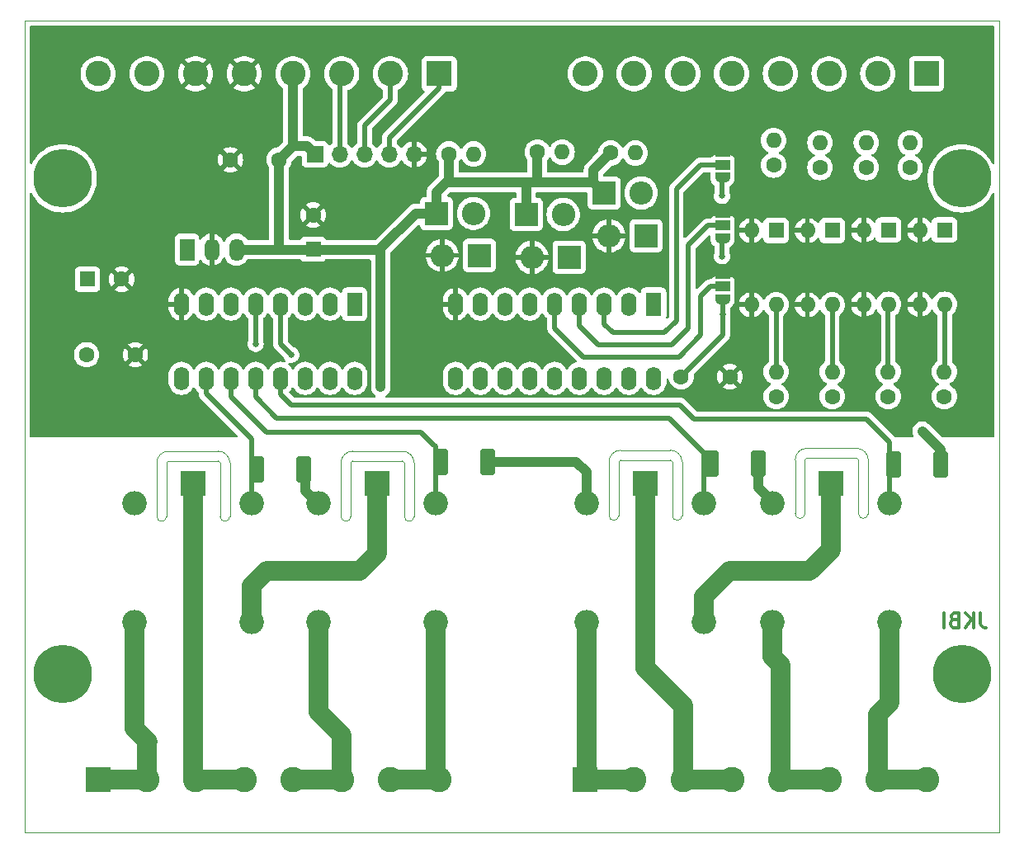
<source format=gbr>
%TF.GenerationSoftware,KiCad,Pcbnew,8.0.0*%
%TF.CreationDate,2024-08-31T22:07:17+02:00*%
%TF.ProjectId,esp32_blinds_controller,65737033-325f-4626-9c69-6e64735f636f,V0.2*%
%TF.SameCoordinates,Original*%
%TF.FileFunction,Copper,L2,Bot*%
%TF.FilePolarity,Positive*%
%FSLAX46Y46*%
G04 Gerber Fmt 4.6, Leading zero omitted, Abs format (unit mm)*
G04 Created by KiCad (PCBNEW 8.0.0) date 2024-08-31 22:07:17*
%MOMM*%
%LPD*%
G01*
G04 APERTURE LIST*
G04 Aperture macros list*
%AMRoundRect*
0 Rectangle with rounded corners*
0 $1 Rounding radius*
0 $2 $3 $4 $5 $6 $7 $8 $9 X,Y pos of 4 corners*
0 Add a 4 corners polygon primitive as box body*
4,1,4,$2,$3,$4,$5,$6,$7,$8,$9,$2,$3,0*
0 Add four circle primitives for the rounded corners*
1,1,$1+$1,$2,$3*
1,1,$1+$1,$4,$5*
1,1,$1+$1,$6,$7*
1,1,$1+$1,$8,$9*
0 Add four rect primitives between the rounded corners*
20,1,$1+$1,$2,$3,$4,$5,0*
20,1,$1+$1,$4,$5,$6,$7,0*
20,1,$1+$1,$6,$7,$8,$9,0*
20,1,$1+$1,$8,$9,$2,$3,0*%
%AMFreePoly0*
4,1,19,0.550000,-0.750000,0.000000,-0.750000,0.000000,-0.744911,-0.071157,-0.744911,-0.207708,-0.704816,-0.327430,-0.627875,-0.420627,-0.520320,-0.479746,-0.390866,-0.500000,-0.250000,-0.500000,0.250000,-0.479746,0.390866,-0.420627,0.520320,-0.327430,0.627875,-0.207708,0.704816,-0.071157,0.744911,0.000000,0.744911,0.000000,0.750000,0.550000,0.750000,0.550000,-0.750000,0.550000,-0.750000,
$1*%
%AMFreePoly1*
4,1,19,0.000000,0.744911,0.071157,0.744911,0.207708,0.704816,0.327430,0.627875,0.420627,0.520320,0.479746,0.390866,0.500000,0.250000,0.500000,-0.250000,0.479746,-0.390866,0.420627,-0.520320,0.327430,-0.627875,0.207708,-0.704816,0.071157,-0.744911,0.000000,-0.744911,0.000000,-0.750000,-0.550000,-0.750000,-0.550000,0.750000,0.000000,0.750000,0.000000,0.744911,0.000000,0.744911,
$1*%
G04 Aperture macros list end*
%ADD10C,0.300000*%
%TA.AperFunction,NonConductor*%
%ADD11C,0.300000*%
%TD*%
%TA.AperFunction,ComponentPad*%
%ADD12R,1.600000X1.600000*%
%TD*%
%TA.AperFunction,ComponentPad*%
%ADD13C,1.600000*%
%TD*%
%TA.AperFunction,ComponentPad*%
%ADD14R,1.700000X1.700000*%
%TD*%
%TA.AperFunction,ComponentPad*%
%ADD15O,1.700000X1.700000*%
%TD*%
%TA.AperFunction,ComponentPad*%
%ADD16O,1.600000X1.600000*%
%TD*%
%TA.AperFunction,ComponentPad*%
%ADD17R,2.500000X2.500000*%
%TD*%
%TA.AperFunction,ComponentPad*%
%ADD18O,2.500000X2.500000*%
%TD*%
%TA.AperFunction,ComponentPad*%
%ADD19R,2.400000X2.400000*%
%TD*%
%TA.AperFunction,ComponentPad*%
%ADD20O,2.400000X2.400000*%
%TD*%
%TA.AperFunction,ComponentPad*%
%ADD21R,1.600000X2.400000*%
%TD*%
%TA.AperFunction,ComponentPad*%
%ADD22O,1.600000X2.400000*%
%TD*%
%TA.AperFunction,ComponentPad*%
%ADD23R,2.600000X2.600000*%
%TD*%
%TA.AperFunction,ComponentPad*%
%ADD24C,2.600000*%
%TD*%
%TA.AperFunction,ComponentPad*%
%ADD25C,6.000000*%
%TD*%
%TA.AperFunction,ComponentPad*%
%ADD26R,1.500000X2.300000*%
%TD*%
%TA.AperFunction,ComponentPad*%
%ADD27O,1.500000X2.300000*%
%TD*%
%TA.AperFunction,SMDPad,CuDef*%
%ADD28FreePoly0,270.000000*%
%TD*%
%TA.AperFunction,SMDPad,CuDef*%
%ADD29R,1.500000X1.000000*%
%TD*%
%TA.AperFunction,SMDPad,CuDef*%
%ADD30FreePoly1,270.000000*%
%TD*%
%TA.AperFunction,SMDPad,CuDef*%
%ADD31RoundRect,0.250000X0.500000X1.100000X-0.500000X1.100000X-0.500000X-1.100000X0.500000X-1.100000X0*%
%TD*%
%TA.AperFunction,ViaPad*%
%ADD32C,0.650000*%
%TD*%
%TA.AperFunction,ViaPad*%
%ADD33C,0.600000*%
%TD*%
%TA.AperFunction,Conductor*%
%ADD34C,2.000000*%
%TD*%
%TA.AperFunction,Conductor*%
%ADD35C,0.500000*%
%TD*%
%TA.AperFunction,Conductor*%
%ADD36C,1.000000*%
%TD*%
%TA.AperFunction,Profile*%
%ADD37C,0.050000*%
%TD*%
%TA.AperFunction,Profile*%
%ADD38C,0.120000*%
%TD*%
G04 APERTURE END LIST*
D10*
D11*
X199216917Y-116500828D02*
X199216917Y-117572257D01*
X199216917Y-117572257D02*
X199288346Y-117786542D01*
X199288346Y-117786542D02*
X199431203Y-117929400D01*
X199431203Y-117929400D02*
X199645489Y-118000828D01*
X199645489Y-118000828D02*
X199788346Y-118000828D01*
X198502632Y-118000828D02*
X198502632Y-116500828D01*
X197645489Y-118000828D02*
X198288346Y-117143685D01*
X197645489Y-116500828D02*
X198502632Y-117357971D01*
X196502632Y-117215114D02*
X196288346Y-117286542D01*
X196288346Y-117286542D02*
X196216917Y-117357971D01*
X196216917Y-117357971D02*
X196145489Y-117500828D01*
X196145489Y-117500828D02*
X196145489Y-117715114D01*
X196145489Y-117715114D02*
X196216917Y-117857971D01*
X196216917Y-117857971D02*
X196288346Y-117929400D01*
X196288346Y-117929400D02*
X196431203Y-118000828D01*
X196431203Y-118000828D02*
X197002632Y-118000828D01*
X197002632Y-118000828D02*
X197002632Y-116500828D01*
X197002632Y-116500828D02*
X196502632Y-116500828D01*
X196502632Y-116500828D02*
X196359775Y-116572257D01*
X196359775Y-116572257D02*
X196288346Y-116643685D01*
X196288346Y-116643685D02*
X196216917Y-116786542D01*
X196216917Y-116786542D02*
X196216917Y-116929400D01*
X196216917Y-116929400D02*
X196288346Y-117072257D01*
X196288346Y-117072257D02*
X196359775Y-117143685D01*
X196359775Y-117143685D02*
X196502632Y-117215114D01*
X196502632Y-117215114D02*
X197002632Y-117215114D01*
X195502632Y-118000828D02*
X195502632Y-116500828D01*
D12*
%TO.P,C4,1*%
%TO.N,+3V3*%
X130750000Y-79152651D03*
D13*
%TO.P,C4,2*%
%TO.N,GND*%
X130750000Y-75652651D03*
%TD*%
D14*
%TO.P,J1,1,Pin_1*%
%TO.N,+3V3*%
X130925000Y-69415000D03*
D15*
%TO.P,J1,2,Pin_2*%
%TO.N,/INT*%
X133465000Y-69415000D03*
%TO.P,J1,3,Pin_3*%
%TO.N,/SDA*%
X136005000Y-69415000D03*
%TO.P,J1,4,Pin_4*%
%TO.N,/SCL*%
X138545000Y-69415000D03*
%TO.P,J1,5,Pin_5*%
%TO.N,GND*%
X141085000Y-69415000D03*
%TD*%
D12*
%TO.P,U7,1*%
%TO.N,Net-(R11-Pad1)*%
X195525000Y-77200000D03*
D16*
%TO.P,U7,2*%
%TO.N,GND*%
X192985000Y-77200000D03*
%TO.P,U7,3*%
X192985000Y-84820000D03*
%TO.P,U7,4*%
%TO.N,/IN4_L*%
X195525000Y-84820000D03*
%TD*%
D13*
%TO.P,R6,1*%
%TO.N,+3V3*%
X184000000Y-94300000D03*
D16*
%TO.P,R6,2*%
%TO.N,/IN2_L*%
X184000000Y-91760000D03*
%TD*%
D17*
%TO.P,K2,1*%
%TO.N,Net-(K1-Pad4)*%
X137300000Y-103250000D03*
D18*
%TO.P,K2,2*%
%TO.N,VBUS*%
X131300000Y-105250000D03*
%TO.P,K2,3*%
%TO.N,/L1-UP*%
X131300000Y-117450000D03*
%TO.P,K2,4*%
%TO.N,/L1-SW*%
X143300000Y-117450000D03*
%TO.P,K2,5*%
%TO.N,/nUP1*%
X143300000Y-105250000D03*
%TD*%
D13*
%TO.P,R2,1*%
%TO.N,+3V3*%
X153755000Y-69200000D03*
D16*
%TO.P,R2,2*%
%TO.N,/SDA*%
X156295000Y-69200000D03*
%TD*%
D19*
%TO.P,D9,1,K*%
%TO.N,+3V3*%
X143395000Y-75500000D03*
D20*
%TO.P,D9,2,A*%
%TO.N,/INT*%
X147205000Y-75500000D03*
%TD*%
D21*
%TO.P,U2,1,I1*%
%TO.N,unconnected-(U2-I1-Pad1)*%
X135000000Y-84800000D03*
D22*
%TO.P,U2,2,I2*%
%TO.N,unconnected-(U2-I2-Pad2)*%
X132460000Y-84800000D03*
%TO.P,U2,3,I3*%
%TO.N,unconnected-(U2-I3-Pad3)*%
X129920000Y-84800000D03*
%TO.P,U2,4,I4*%
%TO.N,/UP2*%
X127380000Y-84800000D03*
%TO.P,U2,5,I5*%
%TO.N,/DN2*%
X124840000Y-84800000D03*
%TO.P,U2,6,I6*%
%TO.N,/UP1*%
X122300000Y-84800000D03*
%TO.P,U2,7,I7*%
%TO.N,/DN1*%
X119760000Y-84800000D03*
%TO.P,U2,8,GND*%
%TO.N,GND*%
X117220000Y-84800000D03*
%TO.P,U2,9,COM*%
%TO.N,VBUS*%
X117220000Y-92420000D03*
%TO.P,U2,10,O7*%
%TO.N,/nDOWN1*%
X119760000Y-92420000D03*
%TO.P,U2,11,O6*%
%TO.N,/nUP1*%
X122300000Y-92420000D03*
%TO.P,U2,12,O5*%
%TO.N,/nDOWN2*%
X124840000Y-92420000D03*
%TO.P,U2,13,O4*%
%TO.N,/nUP2*%
X127380000Y-92420000D03*
%TO.P,U2,14,O3*%
%TO.N,unconnected-(U2-O3-Pad14)*%
X129920000Y-92420000D03*
%TO.P,U2,15,O2*%
%TO.N,unconnected-(U2-O2-Pad15)*%
X132460000Y-92420000D03*
%TO.P,U2,16,O1*%
%TO.N,unconnected-(U2-O1-Pad16)*%
X135000000Y-92420000D03*
%TD*%
D13*
%TO.P,R9,1*%
%TO.N,Net-(R9-Pad1)*%
X187500000Y-70795000D03*
D16*
%TO.P,R9,2*%
%TO.N,/IN3_H*%
X187500000Y-68255000D03*
%TD*%
D17*
%TO.P,K4,1*%
%TO.N,Net-(K3-Pad4)*%
X183850000Y-103250000D03*
D18*
%TO.P,K4,2*%
%TO.N,VBUS*%
X177850000Y-105250000D03*
%TO.P,K4,3*%
%TO.N,/L2-UP*%
X177850000Y-117450000D03*
%TO.P,K4,4*%
%TO.N,/L2-SW*%
X189850000Y-117450000D03*
%TO.P,K4,5*%
%TO.N,/nUP2*%
X189850000Y-105250000D03*
%TD*%
D13*
%TO.P,R8,1*%
%TO.N,Net-(R8-Pad1)*%
X182750000Y-70795000D03*
D16*
%TO.P,R8,2*%
%TO.N,/IN2_H*%
X182750000Y-68255000D03*
%TD*%
D12*
%TO.P,U6,1*%
%TO.N,Net-(R9-Pad1)*%
X189775000Y-77200000D03*
D16*
%TO.P,U6,2*%
%TO.N,GND*%
X187235000Y-77200000D03*
%TO.P,U6,3*%
X187235000Y-84820000D03*
%TO.P,U6,4*%
%TO.N,/IN3_L*%
X189775000Y-84820000D03*
%TD*%
D13*
%TO.P,R1,1*%
%TO.N,+3V3*%
X161255000Y-69300000D03*
D16*
%TO.P,R1,2*%
%TO.N,/SCL*%
X163795000Y-69300000D03*
%TD*%
D13*
%TO.P,R4,1*%
%TO.N,+3V3*%
X178250000Y-94295000D03*
D16*
%TO.P,R4,2*%
%TO.N,/IN1_L*%
X178250000Y-91755000D03*
%TD*%
D19*
%TO.P,D5,1,K*%
%TO.N,+3V3*%
X152595000Y-75600000D03*
D20*
%TO.P,D5,2,A*%
%TO.N,/SDA*%
X156405000Y-75600000D03*
%TD*%
D13*
%TO.P,R10,1*%
%TO.N,Net-(R10-Pad1)*%
X178000000Y-70545000D03*
D16*
%TO.P,R10,2*%
%TO.N,/IN1_H*%
X178000000Y-68005000D03*
%TD*%
D17*
%TO.P,K1,1*%
%TO.N,/L1*%
X118400000Y-103250000D03*
D18*
%TO.P,K1,2*%
%TO.N,VBUS*%
X112400000Y-105250000D03*
%TO.P,K1,3*%
%TO.N,/L1-DOWN*%
X112400000Y-117450000D03*
%TO.P,K1,4*%
%TO.N,Net-(K1-Pad4)*%
X124400000Y-117450000D03*
%TO.P,K1,5*%
%TO.N,/nDOWN1*%
X124400000Y-105250000D03*
%TD*%
D19*
%TO.P,D7,1,K*%
%TO.N,+3V3*%
X160595000Y-73400000D03*
D20*
%TO.P,D7,2,A*%
%TO.N,/SCL*%
X164405000Y-73400000D03*
%TD*%
D19*
%TO.P,D8,1,K*%
%TO.N,/SCL*%
X164905000Y-77800000D03*
D20*
%TO.P,D8,2,A*%
%TO.N,GND*%
X161095000Y-77800000D03*
%TD*%
D12*
%TO.P,U5,1*%
%TO.N,Net-(R8-Pad1)*%
X184000000Y-77250000D03*
D16*
%TO.P,U5,2*%
%TO.N,GND*%
X181460000Y-77250000D03*
%TO.P,U5,3*%
X181460000Y-84870000D03*
%TO.P,U5,4*%
%TO.N,/IN2_L*%
X184000000Y-84870000D03*
%TD*%
D19*
%TO.P,D10,1,K*%
%TO.N,/INT*%
X147805000Y-79800000D03*
D20*
%TO.P,D10,2,A*%
%TO.N,GND*%
X143995000Y-79800000D03*
%TD*%
D21*
%TO.P,U1,1,SCL*%
%TO.N,/SCL*%
X165680000Y-84800000D03*
D22*
%TO.P,U1,2,SDA*%
%TO.N,/SDA*%
X163140000Y-84800000D03*
%TO.P,U1,3,A2*%
%TO.N,/A2*%
X160600000Y-84800000D03*
%TO.P,U1,4,A1*%
%TO.N,/A1*%
X158060000Y-84800000D03*
%TO.P,U1,5,A0*%
%TO.N,/A0*%
X155520000Y-84800000D03*
%TO.P,U1,6,~{RESET}*%
%TO.N,+3V3*%
X152980000Y-84800000D03*
%TO.P,U1,7,NC*%
%TO.N,unconnected-(U1-NC-Pad7)*%
X150440000Y-84800000D03*
%TO.P,U1,8,INT*%
%TO.N,/INT*%
X147900000Y-84800000D03*
%TO.P,U1,9,VSS*%
%TO.N,GND*%
X145360000Y-84800000D03*
%TO.P,U1,10,GP0*%
%TO.N,/UP2*%
X145360000Y-92420000D03*
%TO.P,U1,11,GP1*%
%TO.N,/DN2*%
X147900000Y-92420000D03*
%TO.P,U1,12,GP2*%
%TO.N,/UP1*%
X150440000Y-92420000D03*
%TO.P,U1,13,GP3*%
%TO.N,/DN1*%
X152980000Y-92420000D03*
%TO.P,U1,14,GP4*%
%TO.N,/IN1_L*%
X155520000Y-92420000D03*
%TO.P,U1,15,GP5*%
%TO.N,/IN2_L*%
X158060000Y-92420000D03*
%TO.P,U1,16,GP6*%
%TO.N,/IN3_L*%
X160600000Y-92420000D03*
%TO.P,U1,17,GP7*%
%TO.N,/IN4_L*%
X163140000Y-92420000D03*
%TO.P,U1,18,VDD*%
%TO.N,+3V3*%
X165680000Y-92420000D03*
%TD*%
D13*
%TO.P,R3,1*%
%TO.N,+3V3*%
X144660000Y-69400000D03*
D16*
%TO.P,R3,2*%
%TO.N,/INT*%
X147200000Y-69400000D03*
%TD*%
D23*
%TO.P,MOD1,A1,A1*%
%TO.N,/L1-DOWN*%
X108675000Y-133580000D03*
D24*
%TO.P,MOD1,A2,A2*%
X113675000Y-133580000D03*
%TO.P,MOD1,A3,A3*%
%TO.N,/L1*%
X118675000Y-133580000D03*
%TO.P,MOD1,A4,A4*%
X123675000Y-133580000D03*
%TO.P,MOD1,A5,A5*%
%TO.N,/L1-UP*%
X128675000Y-133580000D03*
%TO.P,MOD1,A6,A6*%
X133675000Y-133580000D03*
%TO.P,MOD1,A7,A7*%
%TO.N,/L1-SW*%
X138675000Y-133580000D03*
%TO.P,MOD1,A8,A8*%
X143675000Y-133580000D03*
D23*
%TO.P,MOD1,B1,B1*%
%TO.N,/L2-DOWN*%
X158675000Y-133580000D03*
D24*
%TO.P,MOD1,B2,B2*%
X163675000Y-133580000D03*
%TO.P,MOD1,B3,B3*%
%TO.N,/L2*%
X168675000Y-133580000D03*
%TO.P,MOD1,B4,B4*%
X173675000Y-133580000D03*
%TO.P,MOD1,B5,B5*%
%TO.N,/L2-UP*%
X178675000Y-133580000D03*
%TO.P,MOD1,B6,B6*%
X183675000Y-133580000D03*
%TO.P,MOD1,B7,B7*%
%TO.N,/L2-SW*%
X188675000Y-133580000D03*
%TO.P,MOD1,B8,B8*%
X193675000Y-133580000D03*
D23*
%TO.P,MOD1,C1,C1*%
%TO.N,/IN4_H*%
X193675000Y-61160000D03*
D24*
%TO.P,MOD1,C2,C2*%
%TO.N,/IN3_H*%
X188675000Y-61160000D03*
%TO.P,MOD1,C3,C3*%
%TO.N,/IN2_H*%
X183675000Y-61160000D03*
%TO.P,MOD1,C4,C4*%
%TO.N,/IN1_H*%
X178675000Y-61160000D03*
%TO.P,MOD1,C5,C5*%
%TO.N,VBUS*%
X173675000Y-61160000D03*
%TO.P,MOD1,C6,C6*%
X168675000Y-61160000D03*
%TO.P,MOD1,C7,C7*%
X163675000Y-61160000D03*
%TO.P,MOD1,C8,C8*%
X158675000Y-61160000D03*
D23*
%TO.P,MOD1,D1,D1*%
%TO.N,/SCL*%
X143675000Y-61160000D03*
D24*
%TO.P,MOD1,D2,D2*%
%TO.N,/SDA*%
X138675000Y-61160000D03*
%TO.P,MOD1,D3,D3*%
%TO.N,/INT*%
X133675000Y-61160000D03*
%TO.P,MOD1,D4,D4*%
%TO.N,+3V3*%
X128675000Y-61160000D03*
%TO.P,MOD1,D5,D5*%
%TO.N,GND*%
X123675000Y-61160000D03*
%TO.P,MOD1,D6,D6*%
X118675000Y-61160000D03*
%TO.P,MOD1,D7,D7*%
%TO.N,VBUS*%
X113675000Y-61160000D03*
%TO.P,MOD1,D8,D8*%
X108675000Y-61160000D03*
D25*
%TO.P,MOD1,MH1*%
%TO.N,N/C*%
X105050000Y-71900000D03*
%TO.P,MOD1,MH2*%
X197300000Y-71900000D03*
%TO.P,MOD1,MH3*%
X105050000Y-122800000D03*
%TO.P,MOD1,MH4*%
X197300000Y-122800000D03*
%TD*%
D12*
%TO.P,U4,1*%
%TO.N,Net-(R10-Pad1)*%
X178250000Y-77250000D03*
D16*
%TO.P,U4,2*%
%TO.N,GND*%
X175710000Y-77250000D03*
%TO.P,U4,3*%
X175710000Y-84870000D03*
%TO.P,U4,4*%
%TO.N,/IN1_L*%
X178250000Y-84870000D03*
%TD*%
D13*
%TO.P,R7,1*%
%TO.N,+3V3*%
X195500000Y-94300000D03*
D16*
%TO.P,R7,2*%
%TO.N,/IN4_L*%
X195500000Y-91760000D03*
%TD*%
D13*
%TO.P,C2,1*%
%TO.N,VBUS*%
X107500000Y-90000000D03*
%TO.P,C2,2*%
%TO.N,GND*%
X112500000Y-90000000D03*
%TD*%
D12*
%TO.P,C5,1*%
%TO.N,VBUS*%
X107597349Y-82250000D03*
D13*
%TO.P,C5,2*%
%TO.N,GND*%
X111097349Y-82250000D03*
%TD*%
D26*
%TO.P,U3,1,IN*%
%TO.N,VBUS*%
X117803000Y-79207500D03*
D27*
%TO.P,U3,2,GND*%
%TO.N,GND*%
X120343000Y-79207500D03*
%TO.P,U3,3,OUT*%
%TO.N,+3V3*%
X122883000Y-79207500D03*
%TD*%
D17*
%TO.P,K3,1*%
%TO.N,/L2*%
X164800000Y-103250000D03*
D18*
%TO.P,K3,2*%
%TO.N,VBUS*%
X158800000Y-105250000D03*
%TO.P,K3,3*%
%TO.N,/L2-DOWN*%
X158800000Y-117450000D03*
%TO.P,K3,4*%
%TO.N,Net-(K3-Pad4)*%
X170800000Y-117450000D03*
%TO.P,K3,5*%
%TO.N,/nDOWN2*%
X170800000Y-105250000D03*
%TD*%
D13*
%TO.P,R11,1*%
%TO.N,Net-(R11-Pad1)*%
X192000000Y-70795000D03*
D16*
%TO.P,R11,2*%
%TO.N,/IN4_H*%
X192000000Y-68255000D03*
%TD*%
D19*
%TO.P,D6,1,K*%
%TO.N,/SDA*%
X157005000Y-80000000D03*
D20*
%TO.P,D6,2,A*%
%TO.N,GND*%
X153195000Y-80000000D03*
%TD*%
D13*
%TO.P,R5,1*%
%TO.N,+3V3*%
X189750000Y-94300000D03*
D16*
%TO.P,R5,2*%
%TO.N,/IN3_L*%
X189750000Y-91760000D03*
%TD*%
D13*
%TO.P,C1,1*%
%TO.N,+3V3*%
X127250000Y-70000000D03*
%TO.P,C1,2*%
%TO.N,GND*%
X122250000Y-70000000D03*
%TD*%
%TO.P,C3,1*%
%TO.N,+3V3*%
X168500000Y-92250000D03*
%TO.P,C3,2*%
%TO.N,GND*%
X173500000Y-92250000D03*
%TD*%
D28*
%TO.P,A1,1,A*%
%TO.N,GND*%
X172750000Y-75450000D03*
D29*
%TO.P,A1,2,C*%
%TO.N,/A1*%
X172750000Y-76750000D03*
D30*
%TO.P,A1,3,B*%
%TO.N,+3V3*%
X172750000Y-78050000D03*
%TD*%
D31*
%TO.P,D1,1,K*%
%TO.N,VBUS*%
X129750000Y-101750000D03*
%TO.P,D1,2,A*%
%TO.N,/nDOWN1*%
X124950000Y-101750000D03*
%TD*%
%TO.P,D3,1,K*%
%TO.N,VBUS*%
X195105000Y-101250000D03*
%TO.P,D3,2,A*%
%TO.N,/nUP2*%
X190305000Y-101250000D03*
%TD*%
%TO.P,D4,1,K*%
%TO.N,VBUS*%
X148650000Y-101000000D03*
%TO.P,D4,2,A*%
%TO.N,/nUP1*%
X143850000Y-101000000D03*
%TD*%
D28*
%TO.P,A0,1,A*%
%TO.N,GND*%
X172750000Y-81700000D03*
D29*
%TO.P,A0,2,C*%
%TO.N,/A0*%
X172750000Y-83000000D03*
D30*
%TO.P,A0,3,B*%
%TO.N,+3V3*%
X172750000Y-84300000D03*
%TD*%
D31*
%TO.P,D2,1,K*%
%TO.N,VBUS*%
X176400000Y-101200000D03*
%TO.P,D2,2,A*%
%TO.N,/nDOWN2*%
X171600000Y-101200000D03*
%TD*%
D28*
%TO.P,A2,1,A*%
%TO.N,GND*%
X172750000Y-69200000D03*
D29*
%TO.P,A2,2,C*%
%TO.N,/A2*%
X172750000Y-70500000D03*
D30*
%TO.P,A2,3,B*%
%TO.N,+3V3*%
X172750000Y-71800000D03*
%TD*%
D32*
%TO.N,GND*%
X152700000Y-88100000D03*
X183100000Y-81400000D03*
X167200000Y-65200000D03*
X136500000Y-74300000D03*
X140900000Y-83200000D03*
X115600000Y-68600000D03*
X199800000Y-97500000D03*
X198900000Y-68000000D03*
X110600000Y-98000000D03*
X199600000Y-57300000D03*
X153700000Y-60200000D03*
X157300000Y-57400000D03*
X115000000Y-82600000D03*
X193100000Y-80700000D03*
X114900000Y-57800000D03*
X189000000Y-81500000D03*
X102000000Y-56800000D03*
X177800000Y-80600000D03*
X102000000Y-77000000D03*
X113600000Y-93200000D03*
X120500000Y-74500000D03*
X102200000Y-97600000D03*
D33*
%TO.N,VBUS*%
X193250000Y-97850000D03*
D32*
%TO.N,/DN2*%
X124840000Y-88900000D03*
%TO.N,/UP2*%
X128500000Y-90000000D03*
%TO.N,+3V3*%
X137670000Y-93330000D03*
X172700000Y-79900000D03*
X172750000Y-85850000D03*
X172700000Y-73700000D03*
%TD*%
D34*
%TO.N,Net-(K1-Pad4)*%
X125950000Y-112150000D02*
X135550000Y-112150000D01*
X124400000Y-113700000D02*
X125950000Y-112150000D01*
X137300000Y-110400000D02*
X137300000Y-103400000D01*
X135550000Y-112150000D02*
X137300000Y-110400000D01*
X124400000Y-117600000D02*
X124400000Y-113700000D01*
D35*
%TO.N,/nDOWN2*%
X170800000Y-100050000D02*
X170800000Y-105250000D01*
X127000000Y-96500000D02*
X167250000Y-96500000D01*
X124840000Y-94340000D02*
X127000000Y-96500000D01*
X167250000Y-96500000D02*
X170800000Y-100050000D01*
X124840000Y-92420000D02*
X124840000Y-94340000D01*
D34*
%TO.N,/L2*%
X164800000Y-122150000D02*
X168675000Y-126025000D01*
X168675000Y-126025000D02*
X168675000Y-133580000D01*
X164800000Y-103250000D02*
X164800000Y-122150000D01*
X173675000Y-133580000D02*
X168675000Y-133580000D01*
%TO.N,Net-(K3-Pad4)*%
X170800000Y-114850000D02*
X173450000Y-112200000D01*
X181700000Y-112200000D02*
X183850000Y-110050000D01*
X170800000Y-117450000D02*
X170800000Y-114850000D01*
X173450000Y-112200000D02*
X181700000Y-112200000D01*
X183850000Y-110050000D02*
X183850000Y-103100000D01*
%TO.N,/L1*%
X123675000Y-133580000D02*
X118675000Y-133580000D01*
X118400000Y-133305000D02*
X118400000Y-103472500D01*
X118675000Y-133580000D02*
X118400000Y-133305000D01*
D35*
%TO.N,/nDOWN1*%
X124400000Y-105400000D02*
X124400000Y-98650000D01*
X124400000Y-98650000D02*
X119760000Y-94010000D01*
X119760000Y-94010000D02*
X119760000Y-92420000D01*
%TO.N,/nUP2*%
X127380000Y-92420000D02*
X127380000Y-94030000D01*
X127380000Y-94030000D02*
X128500000Y-95150000D01*
X187500000Y-96600000D02*
X189850000Y-98950000D01*
X189850000Y-98950000D02*
X189850000Y-105100000D01*
X169850000Y-96600000D02*
X187500000Y-96600000D01*
X168400000Y-95150000D02*
X169850000Y-96600000D01*
X128500000Y-95150000D02*
X168400000Y-95150000D01*
%TO.N,/nUP1*%
X143300000Y-99450000D02*
X143300000Y-105400000D01*
X143200000Y-99350000D02*
X143300000Y-99450000D01*
X122300000Y-92420000D02*
X122300000Y-94300000D01*
X143150000Y-99350000D02*
X143200000Y-99350000D01*
X141750000Y-97950000D02*
X143150000Y-99350000D01*
X125950000Y-97950000D02*
X141750000Y-97950000D01*
X122300000Y-94300000D02*
X125950000Y-97950000D01*
D36*
%TO.N,VBUS*%
X129900000Y-101750000D02*
X129900000Y-104000000D01*
X157750000Y-101000000D02*
X158800000Y-102050000D01*
X193250000Y-97850000D02*
X195105000Y-99705000D01*
X176400000Y-101200000D02*
X176400000Y-103650000D01*
X148650000Y-101000000D02*
X157750000Y-101000000D01*
X195105000Y-99705000D02*
X195105000Y-101250000D01*
X158800000Y-102050000D02*
X158800000Y-105250000D01*
X176400000Y-103650000D02*
X177850000Y-105100000D01*
X129900000Y-104000000D02*
X131300000Y-105400000D01*
D34*
%TO.N,/L1-DOWN*%
X112400000Y-117672500D02*
X112400000Y-128350000D01*
X112400000Y-128350000D02*
X113750000Y-129700000D01*
X108675000Y-133580000D02*
X113675000Y-133580000D01*
X113750000Y-129700000D02*
X113675000Y-129775000D01*
X113675000Y-129775000D02*
X113675000Y-133580000D01*
%TO.N,/L1-UP*%
X131300000Y-117600000D02*
X131300000Y-126650000D01*
X128675000Y-133580000D02*
X133675000Y-133580000D01*
X131300000Y-126650000D02*
X133675000Y-129025000D01*
X133675000Y-129025000D02*
X133675000Y-133580000D01*
%TO.N,/L1-SW*%
X138675000Y-133580000D02*
X143675000Y-133580000D01*
X143300000Y-133205000D02*
X143675000Y-133580000D01*
X143300000Y-117600000D02*
X143300000Y-133205000D01*
%TO.N,/L2-DOWN*%
X158800000Y-133455000D02*
X158675000Y-133580000D01*
X163675000Y-133580000D02*
X158675000Y-133580000D01*
X158800000Y-117450000D02*
X158800000Y-133455000D01*
%TO.N,/L2-SW*%
X189850000Y-117300000D02*
X189850000Y-125700000D01*
X188675000Y-126875000D02*
X188675000Y-133580000D01*
X193675000Y-133580000D02*
X188675000Y-133580000D01*
X189850000Y-125700000D02*
X188675000Y-126875000D01*
%TO.N,/L2-UP*%
X178675000Y-133580000D02*
X178675000Y-121825000D01*
X177850000Y-121000000D02*
X177850000Y-117300000D01*
X183675000Y-133580000D02*
X178675000Y-133580000D01*
X178675000Y-121825000D02*
X177850000Y-121000000D01*
D35*
%TO.N,/DN2*%
X124840000Y-88900000D02*
X124840000Y-84800000D01*
%TO.N,/UP2*%
X127380000Y-88880000D02*
X127380000Y-84800000D01*
X128500000Y-90000000D02*
X127380000Y-88880000D01*
%TO.N,/SCL*%
X143675000Y-62625000D02*
X143675000Y-61160000D01*
X138545000Y-69415000D02*
X138545000Y-67755000D01*
X138545000Y-67755000D02*
X143675000Y-62625000D01*
%TO.N,/SDA*%
X138675000Y-63825000D02*
X136005000Y-66495000D01*
X138675000Y-61160000D02*
X138675000Y-63825000D01*
X136005000Y-66495000D02*
X136005000Y-69415000D01*
D36*
%TO.N,+3V3*%
X144400000Y-72300000D02*
X152500000Y-72300000D01*
D35*
X172750000Y-85850000D02*
X172750000Y-84300000D01*
D36*
X130085000Y-68575000D02*
X130925000Y-69415000D01*
X143395000Y-75500000D02*
X143395000Y-73305000D01*
X137670000Y-82420000D02*
X137670000Y-93330000D01*
X127250000Y-79207500D02*
X137562500Y-79207500D01*
X128675000Y-61160000D02*
X128675000Y-68575000D01*
X141270000Y-75500000D02*
X143395000Y-75500000D01*
X122883000Y-79207500D02*
X127250000Y-79207500D01*
X159495000Y-72300000D02*
X160595000Y-73400000D01*
X144660000Y-72040000D02*
X144660000Y-69400000D01*
X144400000Y-72300000D02*
X144660000Y-72040000D01*
X137562500Y-79207500D02*
X137670000Y-79100000D01*
X152500000Y-72300000D02*
X154000000Y-72300000D01*
D35*
X172700000Y-79900000D02*
X172700000Y-78100000D01*
D36*
X152500000Y-72300000D02*
X152595000Y-72395000D01*
X137670000Y-79100000D02*
X137670000Y-82420000D01*
X128675000Y-68575000D02*
X127250000Y-70000000D01*
D35*
X172700000Y-73700000D02*
X172700000Y-71850000D01*
D36*
X159495000Y-71060000D02*
X161255000Y-69300000D01*
X143395000Y-73305000D02*
X144400000Y-72300000D01*
D35*
X172750000Y-88000000D02*
X168500000Y-92250000D01*
D36*
X127250000Y-70000000D02*
X127250000Y-79207500D01*
X154000000Y-72300000D02*
X159495000Y-72300000D01*
X154000000Y-72300000D02*
X153755000Y-72055000D01*
X128675000Y-68575000D02*
X130085000Y-68575000D01*
X152595000Y-72395000D02*
X152595000Y-75600000D01*
D35*
X172700000Y-78100000D02*
X172750000Y-78050000D01*
X172750000Y-85850000D02*
X172750000Y-88000000D01*
X172700000Y-71850000D02*
X172750000Y-71800000D01*
D36*
X153755000Y-72055000D02*
X153755000Y-69200000D01*
X159495000Y-72300000D02*
X159495000Y-71060000D01*
X137670000Y-79100000D02*
X141270000Y-75500000D01*
D35*
%TO.N,/INT*%
X133465000Y-69415000D02*
X133465000Y-61370000D01*
X133465000Y-61370000D02*
X133675000Y-61160000D01*
%TO.N,/A0*%
X172750000Y-83000000D02*
X171500000Y-83000000D01*
X158500000Y-90250000D02*
X155520000Y-87270000D01*
X168250000Y-90250000D02*
X158500000Y-90250000D01*
X170500000Y-84000000D02*
X170500000Y-88000000D01*
X155520000Y-87270000D02*
X155520000Y-84800000D01*
X170500000Y-88000000D02*
X168250000Y-90250000D01*
X171500000Y-83000000D02*
X170500000Y-84000000D01*
%TO.N,/A1*%
X169250000Y-87250000D02*
X167500000Y-89000000D01*
X172750000Y-76750000D02*
X171250000Y-76750000D01*
X171250000Y-76750000D02*
X169250000Y-78750000D01*
X158060000Y-87060000D02*
X158060000Y-84800000D01*
X160000000Y-89000000D02*
X158060000Y-87060000D01*
X167500000Y-89000000D02*
X160000000Y-89000000D01*
X169250000Y-78750000D02*
X169250000Y-87250000D01*
%TO.N,/A2*%
X170500000Y-70500000D02*
X168000000Y-73000000D01*
X168000000Y-86500000D02*
X166750000Y-87750000D01*
X166750000Y-87750000D02*
X161500000Y-87750000D01*
X160600000Y-86850000D02*
X160600000Y-84800000D01*
X168000000Y-73000000D02*
X168000000Y-86500000D01*
X172750000Y-70500000D02*
X170500000Y-70500000D01*
X161500000Y-87750000D02*
X160600000Y-86850000D01*
%TO.N,/IN1_L*%
X178250000Y-91755000D02*
X178250000Y-84870000D01*
%TO.N,/IN2_L*%
X184000000Y-84870000D02*
X184000000Y-91760000D01*
%TO.N,/IN3_L*%
X189750000Y-91760000D02*
X189750000Y-84845000D01*
X189750000Y-84845000D02*
X189775000Y-84820000D01*
%TO.N,/IN4_L*%
X195525000Y-91735000D02*
X195500000Y-91760000D01*
X195525000Y-84820000D02*
X195525000Y-91735000D01*
%TD*%
%TA.AperFunction,Conductor*%
%TO.N,GND*%
G36*
X200617539Y-56265185D02*
G01*
X200663294Y-56317989D01*
X200674500Y-56369500D01*
X200674500Y-70295816D01*
X200654815Y-70362855D01*
X200602011Y-70408610D01*
X200532853Y-70418554D01*
X200469297Y-70389529D01*
X200440015Y-70352111D01*
X200382122Y-70238492D01*
X200335682Y-70147348D01*
X200335679Y-70147343D01*
X200135852Y-69839635D01*
X199906335Y-69556206D01*
X199904949Y-69554494D01*
X199645506Y-69295051D01*
X199536939Y-69207135D01*
X199360364Y-69064147D01*
X199052656Y-68864320D01*
X198725739Y-68697746D01*
X198383206Y-68566260D01*
X198363046Y-68560858D01*
X198028794Y-68471295D01*
X198028790Y-68471294D01*
X198028789Y-68471294D01*
X197666405Y-68413898D01*
X197300001Y-68394696D01*
X197299999Y-68394696D01*
X196933594Y-68413898D01*
X196571211Y-68471294D01*
X196571209Y-68471294D01*
X196216793Y-68566260D01*
X195874260Y-68697746D01*
X195547343Y-68864320D01*
X195239635Y-69064147D01*
X194954498Y-69295047D01*
X194954490Y-69295054D01*
X194695054Y-69554490D01*
X194695047Y-69554498D01*
X194464147Y-69839635D01*
X194264320Y-70147343D01*
X194097746Y-70474260D01*
X193966260Y-70816793D01*
X193871294Y-71171209D01*
X193871294Y-71171211D01*
X193813898Y-71533594D01*
X193794696Y-71899999D01*
X193794696Y-71900000D01*
X193813898Y-72266405D01*
X193852931Y-72512847D01*
X193871295Y-72628794D01*
X193950953Y-72926082D01*
X193966260Y-72983206D01*
X194097746Y-73325739D01*
X194264320Y-73652656D01*
X194464147Y-73960364D01*
X194652141Y-74192517D01*
X194695051Y-74245506D01*
X194954494Y-74504949D01*
X195039302Y-74573625D01*
X195239635Y-74735852D01*
X195456691Y-74876809D01*
X195547348Y-74935682D01*
X195874264Y-75102255D01*
X196216801Y-75233742D01*
X196571206Y-75328705D01*
X196933596Y-75386102D01*
X197279734Y-75404241D01*
X197299999Y-75405304D01*
X197300000Y-75405304D01*
X197300001Y-75405304D01*
X197319203Y-75404297D01*
X197666404Y-75386102D01*
X198028794Y-75328705D01*
X198383199Y-75233742D01*
X198725736Y-75102255D01*
X199052652Y-74935682D01*
X199360366Y-74735851D01*
X199645506Y-74504949D01*
X199904949Y-74245506D01*
X200135851Y-73960366D01*
X200335682Y-73652652D01*
X200440015Y-73447887D01*
X200487990Y-73397092D01*
X200555811Y-73380297D01*
X200621946Y-73402834D01*
X200665397Y-73457550D01*
X200674500Y-73504183D01*
X200674500Y-98376000D01*
X200654815Y-98443039D01*
X200602011Y-98488794D01*
X200550500Y-98500000D01*
X195366282Y-98500000D01*
X195299243Y-98480315D01*
X195278601Y-98463681D01*
X193887784Y-97072863D01*
X193887780Y-97072860D01*
X193723920Y-96963372D01*
X193723910Y-96963367D01*
X193541836Y-96887949D01*
X193541828Y-96887947D01*
X193348543Y-96849500D01*
X193348540Y-96849500D01*
X193151460Y-96849500D01*
X193151457Y-96849500D01*
X192958171Y-96887947D01*
X192958163Y-96887949D01*
X192776089Y-96963367D01*
X192776079Y-96963372D01*
X192612219Y-97072860D01*
X192612215Y-97072863D01*
X192472863Y-97212215D01*
X192472860Y-97212219D01*
X192363372Y-97376079D01*
X192363367Y-97376089D01*
X192287949Y-97558163D01*
X192287947Y-97558171D01*
X192249500Y-97751455D01*
X192249500Y-97948544D01*
X192287947Y-98141828D01*
X192287949Y-98141836D01*
X192365288Y-98328547D01*
X192372757Y-98398016D01*
X192341482Y-98460496D01*
X192281393Y-98496148D01*
X192250727Y-98500000D01*
X190512730Y-98500000D01*
X190445691Y-98480315D01*
X190425049Y-98463681D01*
X187978421Y-96017052D01*
X187978414Y-96017046D01*
X187904729Y-95967812D01*
X187904729Y-95967813D01*
X187855491Y-95934913D01*
X187718917Y-95878343D01*
X187718907Y-95878340D01*
X187573920Y-95849500D01*
X187573918Y-95849500D01*
X184050768Y-95849500D01*
X183998332Y-95834102D01*
X183973664Y-95847069D01*
X183949232Y-95849500D01*
X170212229Y-95849500D01*
X170145190Y-95829815D01*
X170124548Y-95813181D01*
X168878421Y-94567052D01*
X168878420Y-94567051D01*
X168866246Y-94558917D01*
X168790665Y-94508416D01*
X168755495Y-94484916D01*
X168755493Y-94484915D01*
X168755490Y-94484913D01*
X168618917Y-94428343D01*
X168618907Y-94428340D01*
X168473920Y-94399500D01*
X168473918Y-94399500D01*
X138279007Y-94399500D01*
X138211968Y-94379815D01*
X138166213Y-94327011D01*
X138156269Y-94257853D01*
X138185294Y-94194297D01*
X138210116Y-94172398D01*
X138260872Y-94138483D01*
X138307782Y-94107139D01*
X138447139Y-93967782D01*
X138556632Y-93803914D01*
X138632051Y-93621835D01*
X138645352Y-93554966D01*
X138670500Y-93428543D01*
X138670500Y-92922351D01*
X144059500Y-92922351D01*
X144091522Y-93124534D01*
X144154781Y-93319223D01*
X144247715Y-93501613D01*
X144368028Y-93667213D01*
X144512786Y-93811971D01*
X144632388Y-93898865D01*
X144678390Y-93932287D01*
X144789954Y-93989132D01*
X144860776Y-94025218D01*
X144860778Y-94025218D01*
X144860781Y-94025220D01*
X144965137Y-94059127D01*
X145055465Y-94088477D01*
X145152955Y-94103918D01*
X145257648Y-94120500D01*
X145257649Y-94120500D01*
X145462351Y-94120500D01*
X145462352Y-94120500D01*
X145664534Y-94088477D01*
X145859219Y-94025220D01*
X146041610Y-93932287D01*
X146150037Y-93853511D01*
X146207213Y-93811971D01*
X146207215Y-93811968D01*
X146207219Y-93811966D01*
X146351966Y-93667219D01*
X146351968Y-93667215D01*
X146351971Y-93667213D01*
X146472284Y-93501614D01*
X146472285Y-93501613D01*
X146472287Y-93501610D01*
X146519516Y-93408917D01*
X146567489Y-93358123D01*
X146635310Y-93341328D01*
X146701445Y-93363865D01*
X146740483Y-93408917D01*
X146774799Y-93476264D01*
X146787715Y-93501614D01*
X146908028Y-93667213D01*
X147052786Y-93811971D01*
X147172388Y-93898865D01*
X147218390Y-93932287D01*
X147329954Y-93989132D01*
X147400776Y-94025218D01*
X147400778Y-94025218D01*
X147400781Y-94025220D01*
X147505137Y-94059127D01*
X147595465Y-94088477D01*
X147692955Y-94103918D01*
X147797648Y-94120500D01*
X147797649Y-94120500D01*
X148002351Y-94120500D01*
X148002352Y-94120500D01*
X148204534Y-94088477D01*
X148399219Y-94025220D01*
X148581610Y-93932287D01*
X148690037Y-93853511D01*
X148747213Y-93811971D01*
X148747215Y-93811968D01*
X148747219Y-93811966D01*
X148891966Y-93667219D01*
X148891968Y-93667215D01*
X148891971Y-93667213D01*
X149012284Y-93501614D01*
X149012285Y-93501613D01*
X149012287Y-93501610D01*
X149059516Y-93408917D01*
X149107489Y-93358123D01*
X149175310Y-93341328D01*
X149241445Y-93363865D01*
X149280483Y-93408917D01*
X149314799Y-93476264D01*
X149327715Y-93501614D01*
X149448028Y-93667213D01*
X149592786Y-93811971D01*
X149712388Y-93898865D01*
X149758390Y-93932287D01*
X149869954Y-93989132D01*
X149940776Y-94025218D01*
X149940778Y-94025218D01*
X149940781Y-94025220D01*
X150045137Y-94059127D01*
X150135465Y-94088477D01*
X150232955Y-94103918D01*
X150337648Y-94120500D01*
X150337649Y-94120500D01*
X150542351Y-94120500D01*
X150542352Y-94120500D01*
X150744534Y-94088477D01*
X150939219Y-94025220D01*
X151121610Y-93932287D01*
X151230037Y-93853511D01*
X151287213Y-93811971D01*
X151287215Y-93811968D01*
X151287219Y-93811966D01*
X151431966Y-93667219D01*
X151431968Y-93667215D01*
X151431971Y-93667213D01*
X151552284Y-93501614D01*
X151552285Y-93501613D01*
X151552287Y-93501610D01*
X151599516Y-93408917D01*
X151647489Y-93358123D01*
X151715310Y-93341328D01*
X151781445Y-93363865D01*
X151820483Y-93408917D01*
X151854799Y-93476264D01*
X151867715Y-93501614D01*
X151988028Y-93667213D01*
X152132786Y-93811971D01*
X152252388Y-93898865D01*
X152298390Y-93932287D01*
X152409954Y-93989132D01*
X152480776Y-94025218D01*
X152480778Y-94025218D01*
X152480781Y-94025220D01*
X152585137Y-94059127D01*
X152675465Y-94088477D01*
X152772955Y-94103918D01*
X152877648Y-94120500D01*
X152877649Y-94120500D01*
X153082351Y-94120500D01*
X153082352Y-94120500D01*
X153284534Y-94088477D01*
X153479219Y-94025220D01*
X153661610Y-93932287D01*
X153770037Y-93853511D01*
X153827213Y-93811971D01*
X153827215Y-93811968D01*
X153827219Y-93811966D01*
X153971966Y-93667219D01*
X153971968Y-93667215D01*
X153971971Y-93667213D01*
X154092284Y-93501614D01*
X154092285Y-93501613D01*
X154092287Y-93501610D01*
X154139516Y-93408917D01*
X154187489Y-93358123D01*
X154255310Y-93341328D01*
X154321445Y-93363865D01*
X154360483Y-93408917D01*
X154394799Y-93476264D01*
X154407715Y-93501614D01*
X154528028Y-93667213D01*
X154672786Y-93811971D01*
X154792388Y-93898865D01*
X154838390Y-93932287D01*
X154949954Y-93989132D01*
X155020776Y-94025218D01*
X155020778Y-94025218D01*
X155020781Y-94025220D01*
X155125137Y-94059127D01*
X155215465Y-94088477D01*
X155312955Y-94103918D01*
X155417648Y-94120500D01*
X155417649Y-94120500D01*
X155622351Y-94120500D01*
X155622352Y-94120500D01*
X155824534Y-94088477D01*
X156019219Y-94025220D01*
X156201610Y-93932287D01*
X156310037Y-93853511D01*
X156367213Y-93811971D01*
X156367215Y-93811968D01*
X156367219Y-93811966D01*
X156511966Y-93667219D01*
X156511968Y-93667215D01*
X156511971Y-93667213D01*
X156632284Y-93501614D01*
X156632285Y-93501613D01*
X156632287Y-93501610D01*
X156679516Y-93408917D01*
X156727489Y-93358123D01*
X156795310Y-93341328D01*
X156861445Y-93363865D01*
X156900483Y-93408917D01*
X156934799Y-93476264D01*
X156947715Y-93501614D01*
X157068028Y-93667213D01*
X157212786Y-93811971D01*
X157332388Y-93898865D01*
X157378390Y-93932287D01*
X157489954Y-93989132D01*
X157560776Y-94025218D01*
X157560778Y-94025218D01*
X157560781Y-94025220D01*
X157665137Y-94059127D01*
X157755465Y-94088477D01*
X157852955Y-94103918D01*
X157957648Y-94120500D01*
X157957649Y-94120500D01*
X158162351Y-94120500D01*
X158162352Y-94120500D01*
X158364534Y-94088477D01*
X158559219Y-94025220D01*
X158741610Y-93932287D01*
X158850037Y-93853511D01*
X158907213Y-93811971D01*
X158907215Y-93811968D01*
X158907219Y-93811966D01*
X159051966Y-93667219D01*
X159051968Y-93667215D01*
X159051971Y-93667213D01*
X159172284Y-93501614D01*
X159172285Y-93501613D01*
X159172287Y-93501610D01*
X159219516Y-93408917D01*
X159267489Y-93358123D01*
X159335310Y-93341328D01*
X159401445Y-93363865D01*
X159440483Y-93408917D01*
X159474799Y-93476264D01*
X159487715Y-93501614D01*
X159608028Y-93667213D01*
X159752786Y-93811971D01*
X159872388Y-93898865D01*
X159918390Y-93932287D01*
X160029954Y-93989132D01*
X160100776Y-94025218D01*
X160100778Y-94025218D01*
X160100781Y-94025220D01*
X160205137Y-94059127D01*
X160295465Y-94088477D01*
X160392955Y-94103918D01*
X160497648Y-94120500D01*
X160497649Y-94120500D01*
X160702351Y-94120500D01*
X160702352Y-94120500D01*
X160904534Y-94088477D01*
X161099219Y-94025220D01*
X161281610Y-93932287D01*
X161390037Y-93853511D01*
X161447213Y-93811971D01*
X161447215Y-93811968D01*
X161447219Y-93811966D01*
X161591966Y-93667219D01*
X161591968Y-93667215D01*
X161591971Y-93667213D01*
X161712284Y-93501614D01*
X161712285Y-93501613D01*
X161712287Y-93501610D01*
X161759516Y-93408917D01*
X161807489Y-93358123D01*
X161875310Y-93341328D01*
X161941445Y-93363865D01*
X161980483Y-93408917D01*
X162014799Y-93476264D01*
X162027715Y-93501614D01*
X162148028Y-93667213D01*
X162292786Y-93811971D01*
X162412388Y-93898865D01*
X162458390Y-93932287D01*
X162569954Y-93989132D01*
X162640776Y-94025218D01*
X162640778Y-94025218D01*
X162640781Y-94025220D01*
X162745137Y-94059127D01*
X162835465Y-94088477D01*
X162932955Y-94103918D01*
X163037648Y-94120500D01*
X163037649Y-94120500D01*
X163242351Y-94120500D01*
X163242352Y-94120500D01*
X163444534Y-94088477D01*
X163639219Y-94025220D01*
X163821610Y-93932287D01*
X163930037Y-93853511D01*
X163987213Y-93811971D01*
X163987215Y-93811968D01*
X163987219Y-93811966D01*
X164131966Y-93667219D01*
X164131968Y-93667215D01*
X164131971Y-93667213D01*
X164252284Y-93501614D01*
X164252285Y-93501613D01*
X164252287Y-93501610D01*
X164299516Y-93408917D01*
X164347489Y-93358123D01*
X164415310Y-93341328D01*
X164481445Y-93363865D01*
X164520483Y-93408917D01*
X164554799Y-93476264D01*
X164567715Y-93501614D01*
X164688028Y-93667213D01*
X164832786Y-93811971D01*
X164952388Y-93898865D01*
X164998390Y-93932287D01*
X165109954Y-93989132D01*
X165180776Y-94025218D01*
X165180778Y-94025218D01*
X165180781Y-94025220D01*
X165285137Y-94059127D01*
X165375465Y-94088477D01*
X165472955Y-94103918D01*
X165577648Y-94120500D01*
X165577649Y-94120500D01*
X165782351Y-94120500D01*
X165782352Y-94120500D01*
X165984534Y-94088477D01*
X166179219Y-94025220D01*
X166361610Y-93932287D01*
X166470037Y-93853511D01*
X166527213Y-93811971D01*
X166527215Y-93811968D01*
X166527219Y-93811966D01*
X166671966Y-93667219D01*
X166671968Y-93667215D01*
X166671971Y-93667213D01*
X166753522Y-93554966D01*
X166792287Y-93501610D01*
X166885220Y-93319219D01*
X166948477Y-93124534D01*
X166980500Y-92922352D01*
X166980500Y-92545769D01*
X167000185Y-92478730D01*
X167052989Y-92432975D01*
X167122147Y-92423031D01*
X167185703Y-92452056D01*
X167223477Y-92510834D01*
X167224275Y-92513676D01*
X167273258Y-92696488D01*
X167273261Y-92696497D01*
X167369431Y-92902732D01*
X167369432Y-92902734D01*
X167499954Y-93089141D01*
X167660858Y-93250045D01*
X167660861Y-93250047D01*
X167847266Y-93380568D01*
X168053504Y-93476739D01*
X168273308Y-93535635D01*
X168435230Y-93549801D01*
X168499998Y-93555468D01*
X168500000Y-93555468D01*
X168500002Y-93555468D01*
X168556673Y-93550509D01*
X168726692Y-93535635D01*
X168946496Y-93476739D01*
X169152734Y-93380568D01*
X169339139Y-93250047D01*
X169500047Y-93089139D01*
X169630568Y-92902734D01*
X169726739Y-92696496D01*
X169785635Y-92476692D01*
X169805468Y-92250002D01*
X172195034Y-92250002D01*
X172214858Y-92476599D01*
X172214860Y-92476610D01*
X172273730Y-92696317D01*
X172273735Y-92696331D01*
X172369863Y-92902478D01*
X172420974Y-92975472D01*
X173100000Y-92296446D01*
X173100000Y-92302661D01*
X173127259Y-92404394D01*
X173179920Y-92495606D01*
X173254394Y-92570080D01*
X173345606Y-92622741D01*
X173447339Y-92650000D01*
X173453553Y-92650000D01*
X172774526Y-93329025D01*
X172847513Y-93380132D01*
X172847521Y-93380136D01*
X173053668Y-93476264D01*
X173053682Y-93476269D01*
X173273389Y-93535139D01*
X173273400Y-93535141D01*
X173499998Y-93554966D01*
X173500002Y-93554966D01*
X173726599Y-93535141D01*
X173726610Y-93535139D01*
X173946317Y-93476269D01*
X173946331Y-93476264D01*
X174152478Y-93380136D01*
X174225471Y-93329024D01*
X173546447Y-92650000D01*
X173552661Y-92650000D01*
X173654394Y-92622741D01*
X173745606Y-92570080D01*
X173820080Y-92495606D01*
X173872741Y-92404394D01*
X173900000Y-92302661D01*
X173900000Y-92296447D01*
X174579024Y-92975471D01*
X174630136Y-92902478D01*
X174726264Y-92696331D01*
X174726269Y-92696317D01*
X174785139Y-92476610D01*
X174785141Y-92476599D01*
X174804966Y-92250002D01*
X174804966Y-92249997D01*
X174785141Y-92023400D01*
X174785139Y-92023389D01*
X174726269Y-91803682D01*
X174726264Y-91803668D01*
X174630136Y-91597521D01*
X174630132Y-91597513D01*
X174579025Y-91524526D01*
X173900000Y-92203551D01*
X173900000Y-92197339D01*
X173872741Y-92095606D01*
X173820080Y-92004394D01*
X173745606Y-91929920D01*
X173654394Y-91877259D01*
X173552661Y-91850000D01*
X173546448Y-91850000D01*
X174225472Y-91170974D01*
X174152478Y-91119863D01*
X173946331Y-91023735D01*
X173946317Y-91023730D01*
X173726610Y-90964860D01*
X173726599Y-90964858D01*
X173500002Y-90945034D01*
X173499998Y-90945034D01*
X173273400Y-90964858D01*
X173273389Y-90964860D01*
X173053682Y-91023730D01*
X173053673Y-91023734D01*
X172847516Y-91119866D01*
X172847512Y-91119868D01*
X172774526Y-91170973D01*
X172774526Y-91170974D01*
X173453553Y-91850000D01*
X173447339Y-91850000D01*
X173345606Y-91877259D01*
X173254394Y-91929920D01*
X173179920Y-92004394D01*
X173127259Y-92095606D01*
X173100000Y-92197339D01*
X173100000Y-92203552D01*
X172420974Y-91524526D01*
X172420973Y-91524526D01*
X172369868Y-91597512D01*
X172369866Y-91597516D01*
X172273734Y-91803673D01*
X172273730Y-91803682D01*
X172214860Y-92023389D01*
X172214858Y-92023400D01*
X172195034Y-92249997D01*
X172195034Y-92250002D01*
X169805468Y-92250002D01*
X169805468Y-92250000D01*
X169790869Y-92083137D01*
X169804635Y-92014639D01*
X169826713Y-91984653D01*
X173332952Y-88478415D01*
X173384288Y-88401584D01*
X173415084Y-88355495D01*
X173438518Y-88298920D01*
X173471659Y-88218912D01*
X173500500Y-88073917D01*
X173500500Y-87926082D01*
X173500500Y-86231214D01*
X173506569Y-86192897D01*
X173524480Y-86137770D01*
X173561908Y-86022576D01*
X173580047Y-85850000D01*
X173561908Y-85677424D01*
X173529336Y-85577177D01*
X173506569Y-85507103D01*
X173500500Y-85468786D01*
X173500500Y-85241293D01*
X173520185Y-85174254D01*
X173557458Y-85136979D01*
X173604130Y-85106986D01*
X173712791Y-85012832D01*
X173712794Y-85012829D01*
X173807015Y-84904091D01*
X173884747Y-84783137D01*
X173944517Y-84652259D01*
X173953989Y-84619999D01*
X174431127Y-84619999D01*
X174431128Y-84620000D01*
X175394314Y-84620000D01*
X175389920Y-84624394D01*
X175337259Y-84715606D01*
X175310000Y-84817339D01*
X175310000Y-84922661D01*
X175337259Y-85024394D01*
X175389920Y-85115606D01*
X175394314Y-85120000D01*
X174431128Y-85120000D01*
X174483730Y-85316317D01*
X174483734Y-85316326D01*
X174579865Y-85522482D01*
X174710342Y-85708820D01*
X174871179Y-85869657D01*
X175057517Y-86000134D01*
X175263673Y-86096265D01*
X175263682Y-86096269D01*
X175459999Y-86148872D01*
X175460000Y-86148871D01*
X175460000Y-85185686D01*
X175464394Y-85190080D01*
X175555606Y-85242741D01*
X175657339Y-85270000D01*
X175762661Y-85270000D01*
X175864394Y-85242741D01*
X175955606Y-85190080D01*
X175960000Y-85185686D01*
X175960000Y-86148872D01*
X176156317Y-86096269D01*
X176156326Y-86096265D01*
X176362482Y-86000134D01*
X176548820Y-85869657D01*
X176709657Y-85708820D01*
X176840132Y-85522484D01*
X176867341Y-85464134D01*
X176913513Y-85411695D01*
X176980707Y-85392542D01*
X177047588Y-85412757D01*
X177092105Y-85464132D01*
X177106461Y-85494918D01*
X177119431Y-85522732D01*
X177119432Y-85522734D01*
X177249954Y-85709141D01*
X177410859Y-85870046D01*
X177446621Y-85895086D01*
X177490247Y-85949662D01*
X177499500Y-85996662D01*
X177499500Y-90628336D01*
X177479815Y-90695375D01*
X177446625Y-90729910D01*
X177410863Y-90754951D01*
X177249951Y-90915862D01*
X177119432Y-91102265D01*
X177119431Y-91102267D01*
X177023261Y-91308502D01*
X177023258Y-91308511D01*
X176964366Y-91528302D01*
X176964364Y-91528313D01*
X176944532Y-91754998D01*
X176944532Y-91755001D01*
X176964364Y-91981686D01*
X176964366Y-91981697D01*
X177023258Y-92201488D01*
X177023261Y-92201497D01*
X177119431Y-92407732D01*
X177119432Y-92407734D01*
X177249954Y-92594141D01*
X177410858Y-92755045D01*
X177410861Y-92755047D01*
X177597266Y-92885568D01*
X177655275Y-92912618D01*
X177707714Y-92958791D01*
X177726866Y-93025984D01*
X177706650Y-93092865D01*
X177655275Y-93137382D01*
X177597267Y-93164431D01*
X177597265Y-93164432D01*
X177410858Y-93294954D01*
X177249954Y-93455858D01*
X177119432Y-93642265D01*
X177119431Y-93642267D01*
X177023261Y-93848502D01*
X177023258Y-93848511D01*
X176964366Y-94068302D01*
X176964364Y-94068313D01*
X176944532Y-94294998D01*
X176944532Y-94295001D01*
X176964364Y-94521686D01*
X176964366Y-94521697D01*
X177023258Y-94741488D01*
X177023261Y-94741497D01*
X177119431Y-94947732D01*
X177119432Y-94947734D01*
X177249954Y-95134141D01*
X177410858Y-95295045D01*
X177410861Y-95295047D01*
X177597266Y-95425568D01*
X177803504Y-95521739D01*
X177803509Y-95521740D01*
X177803511Y-95521741D01*
X177822164Y-95526739D01*
X178023308Y-95580635D01*
X178185230Y-95594801D01*
X178249998Y-95600468D01*
X178250000Y-95600468D01*
X178250002Y-95600468D01*
X178306673Y-95595509D01*
X178476692Y-95580635D01*
X178696496Y-95521739D01*
X178902734Y-95425568D01*
X179089139Y-95295047D01*
X179250047Y-95134139D01*
X179380568Y-94947734D01*
X179476739Y-94741496D01*
X179535635Y-94521692D01*
X179552667Y-94327011D01*
X179555468Y-94295001D01*
X179555468Y-94294998D01*
X179539032Y-94107136D01*
X179535635Y-94068308D01*
X179476739Y-93848504D01*
X179380568Y-93642266D01*
X179250047Y-93455861D01*
X179250045Y-93455858D01*
X179089141Y-93294954D01*
X178902734Y-93164432D01*
X178902728Y-93164429D01*
X178844725Y-93137382D01*
X178792285Y-93091210D01*
X178773133Y-93024017D01*
X178793348Y-92957135D01*
X178844725Y-92912618D01*
X178902734Y-92885568D01*
X179089139Y-92755047D01*
X179250047Y-92594139D01*
X179380568Y-92407734D01*
X179476739Y-92201496D01*
X179535635Y-91981692D01*
X179552634Y-91787384D01*
X179555468Y-91755001D01*
X179555468Y-91754998D01*
X179541690Y-91597516D01*
X179535635Y-91528308D01*
X179476739Y-91308504D01*
X179380568Y-91102266D01*
X179250047Y-90915861D01*
X179089139Y-90754953D01*
X179060515Y-90734910D01*
X179053375Y-90729910D01*
X179009751Y-90675332D01*
X179000500Y-90628336D01*
X179000500Y-85996662D01*
X179020185Y-85929623D01*
X179053379Y-85895086D01*
X179072619Y-85881614D01*
X179089139Y-85870047D01*
X179250047Y-85709139D01*
X179380568Y-85522734D01*
X179476739Y-85316496D01*
X179535635Y-85096692D01*
X179555468Y-84870000D01*
X179535635Y-84643308D01*
X179529389Y-84619999D01*
X180181127Y-84619999D01*
X180181128Y-84620000D01*
X181144314Y-84620000D01*
X181139920Y-84624394D01*
X181087259Y-84715606D01*
X181060000Y-84817339D01*
X181060000Y-84922661D01*
X181087259Y-85024394D01*
X181139920Y-85115606D01*
X181144314Y-85120000D01*
X180181128Y-85120000D01*
X180233730Y-85316317D01*
X180233734Y-85316326D01*
X180329865Y-85522482D01*
X180460342Y-85708820D01*
X180621179Y-85869657D01*
X180807517Y-86000134D01*
X181013673Y-86096265D01*
X181013682Y-86096269D01*
X181209999Y-86148872D01*
X181210000Y-86148871D01*
X181210000Y-85185686D01*
X181214394Y-85190080D01*
X181305606Y-85242741D01*
X181407339Y-85270000D01*
X181512661Y-85270000D01*
X181614394Y-85242741D01*
X181705606Y-85190080D01*
X181710000Y-85185686D01*
X181710000Y-86148872D01*
X181906317Y-86096269D01*
X181906326Y-86096265D01*
X182112482Y-86000134D01*
X182298820Y-85869657D01*
X182459657Y-85708820D01*
X182590132Y-85522484D01*
X182617341Y-85464134D01*
X182663513Y-85411695D01*
X182730707Y-85392542D01*
X182797588Y-85412757D01*
X182842105Y-85464132D01*
X182856461Y-85494918D01*
X182869431Y-85522732D01*
X182869432Y-85522734D01*
X182999954Y-85709141D01*
X183160859Y-85870046D01*
X183196621Y-85895086D01*
X183240247Y-85949662D01*
X183249500Y-85996662D01*
X183249500Y-90633336D01*
X183229815Y-90700375D01*
X183196625Y-90734910D01*
X183160863Y-90759951D01*
X182999951Y-90920862D01*
X182869432Y-91107265D01*
X182869431Y-91107267D01*
X182773261Y-91313502D01*
X182773258Y-91313511D01*
X182714366Y-91533302D01*
X182714364Y-91533313D01*
X182694532Y-91759998D01*
X182694532Y-91760001D01*
X182714364Y-91986686D01*
X182714366Y-91986697D01*
X182773258Y-92206488D01*
X182773261Y-92206497D01*
X182869431Y-92412732D01*
X182869432Y-92412734D01*
X182999954Y-92599141D01*
X183160858Y-92760045D01*
X183160861Y-92760047D01*
X183347266Y-92890568D01*
X183405275Y-92917618D01*
X183457714Y-92963791D01*
X183476866Y-93030984D01*
X183456650Y-93097865D01*
X183405275Y-93142382D01*
X183347267Y-93169431D01*
X183347265Y-93169432D01*
X183160858Y-93299954D01*
X182999954Y-93460858D01*
X182869432Y-93647265D01*
X182869431Y-93647267D01*
X182773261Y-93853502D01*
X182773258Y-93853511D01*
X182714366Y-94073302D01*
X182714364Y-94073313D01*
X182694532Y-94299998D01*
X182694532Y-94300001D01*
X182714364Y-94526686D01*
X182714366Y-94526697D01*
X182773258Y-94746488D01*
X182773261Y-94746497D01*
X182869431Y-94952732D01*
X182869432Y-94952734D01*
X182999954Y-95139141D01*
X183160858Y-95300045D01*
X183160861Y-95300047D01*
X183347266Y-95430568D01*
X183553504Y-95526739D01*
X183773308Y-95585635D01*
X183915262Y-95598054D01*
X183960039Y-95601972D01*
X183999124Y-95617260D01*
X184015833Y-95606523D01*
X184039961Y-95601972D01*
X184078828Y-95598571D01*
X184226692Y-95585635D01*
X184446496Y-95526739D01*
X184652734Y-95430568D01*
X184839139Y-95300047D01*
X185000047Y-95139139D01*
X185130568Y-94952734D01*
X185226739Y-94746496D01*
X185285635Y-94526692D01*
X185305468Y-94300000D01*
X185305030Y-94294998D01*
X185294304Y-94172398D01*
X185285635Y-94073308D01*
X185226739Y-93853504D01*
X185130568Y-93647266D01*
X185028582Y-93501613D01*
X185000045Y-93460858D01*
X184839141Y-93299954D01*
X184652734Y-93169432D01*
X184652728Y-93169429D01*
X184594725Y-93142382D01*
X184542285Y-93096210D01*
X184523133Y-93029017D01*
X184543348Y-92962135D01*
X184594725Y-92917618D01*
X184652734Y-92890568D01*
X184839139Y-92760047D01*
X185000047Y-92599139D01*
X185130568Y-92412734D01*
X185226739Y-92206496D01*
X185285635Y-91986692D01*
X185305468Y-91760000D01*
X185305030Y-91754998D01*
X185291252Y-91597512D01*
X185285635Y-91533308D01*
X185226739Y-91313504D01*
X185130568Y-91107266D01*
X185000047Y-90920861D01*
X184839139Y-90759953D01*
X184831998Y-90754953D01*
X184803375Y-90734910D01*
X184759751Y-90680332D01*
X184750500Y-90633336D01*
X184750500Y-85996662D01*
X184770185Y-85929623D01*
X184803379Y-85895086D01*
X184822619Y-85881614D01*
X184839139Y-85870047D01*
X185000047Y-85709139D01*
X185130568Y-85522734D01*
X185226739Y-85316496D01*
X185285635Y-85096692D01*
X185305468Y-84870000D01*
X185285635Y-84643308D01*
X185265992Y-84569999D01*
X185956127Y-84569999D01*
X185956128Y-84570000D01*
X186919314Y-84570000D01*
X186914920Y-84574394D01*
X186862259Y-84665606D01*
X186835000Y-84767339D01*
X186835000Y-84872661D01*
X186862259Y-84974394D01*
X186914920Y-85065606D01*
X186919314Y-85070000D01*
X185956128Y-85070000D01*
X186008730Y-85266317D01*
X186008734Y-85266326D01*
X186104865Y-85472482D01*
X186235342Y-85658820D01*
X186396179Y-85819657D01*
X186582517Y-85950134D01*
X186788673Y-86046265D01*
X186788682Y-86046269D01*
X186984999Y-86098872D01*
X186985000Y-86098871D01*
X186985000Y-85135686D01*
X186989394Y-85140080D01*
X187080606Y-85192741D01*
X187182339Y-85220000D01*
X187287661Y-85220000D01*
X187389394Y-85192741D01*
X187480606Y-85140080D01*
X187485000Y-85135686D01*
X187485000Y-86098872D01*
X187681317Y-86046269D01*
X187681326Y-86046265D01*
X187887482Y-85950134D01*
X188073820Y-85819657D01*
X188234657Y-85658820D01*
X188365132Y-85472484D01*
X188392341Y-85414134D01*
X188438513Y-85361695D01*
X188505707Y-85342542D01*
X188572588Y-85362757D01*
X188617106Y-85414133D01*
X188644431Y-85472732D01*
X188644432Y-85472734D01*
X188774954Y-85659141D01*
X188935857Y-85820044D01*
X188935860Y-85820046D01*
X188935861Y-85820047D01*
X188946620Y-85827580D01*
X188990246Y-85882154D01*
X188999500Y-85929157D01*
X188999500Y-90633336D01*
X188979815Y-90700375D01*
X188946625Y-90734910D01*
X188910863Y-90759951D01*
X188749951Y-90920862D01*
X188619432Y-91107265D01*
X188619431Y-91107267D01*
X188523261Y-91313502D01*
X188523258Y-91313511D01*
X188464366Y-91533302D01*
X188464364Y-91533313D01*
X188444532Y-91759998D01*
X188444532Y-91760001D01*
X188464364Y-91986686D01*
X188464366Y-91986697D01*
X188523258Y-92206488D01*
X188523261Y-92206497D01*
X188619431Y-92412732D01*
X188619432Y-92412734D01*
X188749954Y-92599141D01*
X188910858Y-92760045D01*
X188910861Y-92760047D01*
X189097266Y-92890568D01*
X189155275Y-92917618D01*
X189207714Y-92963791D01*
X189226866Y-93030984D01*
X189206650Y-93097865D01*
X189155275Y-93142382D01*
X189097267Y-93169431D01*
X189097265Y-93169432D01*
X188910858Y-93299954D01*
X188749954Y-93460858D01*
X188619432Y-93647265D01*
X188619431Y-93647267D01*
X188523261Y-93853502D01*
X188523258Y-93853511D01*
X188464366Y-94073302D01*
X188464364Y-94073313D01*
X188444532Y-94299998D01*
X188444532Y-94300001D01*
X188464364Y-94526686D01*
X188464366Y-94526697D01*
X188523258Y-94746488D01*
X188523261Y-94746497D01*
X188619431Y-94952732D01*
X188619432Y-94952734D01*
X188749954Y-95139141D01*
X188910858Y-95300045D01*
X188910861Y-95300047D01*
X189097266Y-95430568D01*
X189303504Y-95526739D01*
X189523308Y-95585635D01*
X189677694Y-95599142D01*
X189749998Y-95605468D01*
X189750000Y-95605468D01*
X189750002Y-95605468D01*
X189822306Y-95599142D01*
X189976692Y-95585635D01*
X190196496Y-95526739D01*
X190402734Y-95430568D01*
X190589139Y-95300047D01*
X190750047Y-95139139D01*
X190880568Y-94952734D01*
X190976739Y-94746496D01*
X191035635Y-94526692D01*
X191055468Y-94300000D01*
X191055030Y-94294998D01*
X191044304Y-94172398D01*
X191035635Y-94073308D01*
X190976739Y-93853504D01*
X190880568Y-93647266D01*
X190778582Y-93501613D01*
X190750045Y-93460858D01*
X190589141Y-93299954D01*
X190402734Y-93169432D01*
X190402728Y-93169429D01*
X190344725Y-93142382D01*
X190292285Y-93096210D01*
X190273133Y-93029017D01*
X190293348Y-92962135D01*
X190344725Y-92917618D01*
X190402734Y-92890568D01*
X190589139Y-92760047D01*
X190750047Y-92599139D01*
X190880568Y-92412734D01*
X190976739Y-92206496D01*
X191035635Y-91986692D01*
X191055468Y-91760000D01*
X191055030Y-91754998D01*
X191041252Y-91597512D01*
X191035635Y-91533308D01*
X190976739Y-91313504D01*
X190880568Y-91107266D01*
X190750047Y-90920861D01*
X190589139Y-90759953D01*
X190581998Y-90754953D01*
X190553375Y-90734910D01*
X190509751Y-90680332D01*
X190500500Y-90633336D01*
X190500500Y-85964167D01*
X190520185Y-85897128D01*
X190553375Y-85862593D01*
X190614139Y-85820047D01*
X190775047Y-85659139D01*
X190905568Y-85472734D01*
X191001739Y-85266496D01*
X191060635Y-85046692D01*
X191080468Y-84820000D01*
X191060635Y-84593308D01*
X191054389Y-84569999D01*
X191706127Y-84569999D01*
X191706128Y-84570000D01*
X192669314Y-84570000D01*
X192664920Y-84574394D01*
X192612259Y-84665606D01*
X192585000Y-84767339D01*
X192585000Y-84872661D01*
X192612259Y-84974394D01*
X192664920Y-85065606D01*
X192669314Y-85070000D01*
X191706128Y-85070000D01*
X191758730Y-85266317D01*
X191758734Y-85266326D01*
X191854865Y-85472482D01*
X191985342Y-85658820D01*
X192146179Y-85819657D01*
X192332517Y-85950134D01*
X192538673Y-86046265D01*
X192538682Y-86046269D01*
X192734999Y-86098872D01*
X192735000Y-86098871D01*
X192735000Y-85135686D01*
X192739394Y-85140080D01*
X192830606Y-85192741D01*
X192932339Y-85220000D01*
X193037661Y-85220000D01*
X193139394Y-85192741D01*
X193230606Y-85140080D01*
X193235000Y-85135686D01*
X193235000Y-86098872D01*
X193431317Y-86046269D01*
X193431326Y-86046265D01*
X193637482Y-85950134D01*
X193823820Y-85819657D01*
X193984657Y-85658820D01*
X194115132Y-85472484D01*
X194142341Y-85414134D01*
X194188513Y-85361695D01*
X194255707Y-85342542D01*
X194322588Y-85362757D01*
X194367106Y-85414133D01*
X194394431Y-85472732D01*
X194394432Y-85472734D01*
X194524954Y-85659141D01*
X194685859Y-85820046D01*
X194721621Y-85845086D01*
X194765247Y-85899662D01*
X194774500Y-85946662D01*
X194774500Y-90615831D01*
X194754815Y-90682870D01*
X194721625Y-90717405D01*
X194660861Y-90759953D01*
X194499951Y-90920862D01*
X194369432Y-91107265D01*
X194369431Y-91107267D01*
X194273261Y-91313502D01*
X194273258Y-91313511D01*
X194214366Y-91533302D01*
X194214364Y-91533313D01*
X194194532Y-91759998D01*
X194194532Y-91760001D01*
X194214364Y-91986686D01*
X194214366Y-91986697D01*
X194273258Y-92206488D01*
X194273261Y-92206497D01*
X194369431Y-92412732D01*
X194369432Y-92412734D01*
X194499954Y-92599141D01*
X194660858Y-92760045D01*
X194660861Y-92760047D01*
X194847266Y-92890568D01*
X194905275Y-92917618D01*
X194957714Y-92963791D01*
X194976866Y-93030984D01*
X194956650Y-93097865D01*
X194905275Y-93142382D01*
X194847267Y-93169431D01*
X194847265Y-93169432D01*
X194660858Y-93299954D01*
X194499954Y-93460858D01*
X194369432Y-93647265D01*
X194369431Y-93647267D01*
X194273261Y-93853502D01*
X194273258Y-93853511D01*
X194214366Y-94073302D01*
X194214364Y-94073313D01*
X194194532Y-94299998D01*
X194194532Y-94300001D01*
X194214364Y-94526686D01*
X194214366Y-94526697D01*
X194273258Y-94746488D01*
X194273261Y-94746497D01*
X194369431Y-94952732D01*
X194369432Y-94952734D01*
X194499954Y-95139141D01*
X194660858Y-95300045D01*
X194660861Y-95300047D01*
X194847266Y-95430568D01*
X195053504Y-95526739D01*
X195273308Y-95585635D01*
X195427694Y-95599142D01*
X195499998Y-95605468D01*
X195500000Y-95605468D01*
X195500002Y-95605468D01*
X195572306Y-95599142D01*
X195726692Y-95585635D01*
X195946496Y-95526739D01*
X196152734Y-95430568D01*
X196339139Y-95300047D01*
X196500047Y-95139139D01*
X196630568Y-94952734D01*
X196726739Y-94746496D01*
X196785635Y-94526692D01*
X196805468Y-94300000D01*
X196805030Y-94294998D01*
X196794304Y-94172398D01*
X196785635Y-94073308D01*
X196726739Y-93853504D01*
X196630568Y-93647266D01*
X196528582Y-93501613D01*
X196500045Y-93460858D01*
X196339141Y-93299954D01*
X196152734Y-93169432D01*
X196152728Y-93169429D01*
X196094725Y-93142382D01*
X196042285Y-93096210D01*
X196023133Y-93029017D01*
X196043348Y-92962135D01*
X196094725Y-92917618D01*
X196152734Y-92890568D01*
X196339139Y-92760047D01*
X196500047Y-92599139D01*
X196630568Y-92412734D01*
X196726739Y-92206496D01*
X196785635Y-91986692D01*
X196805468Y-91760000D01*
X196805030Y-91754998D01*
X196791252Y-91597512D01*
X196785635Y-91533308D01*
X196726739Y-91313504D01*
X196630568Y-91107266D01*
X196500047Y-90920861D01*
X196339139Y-90759953D01*
X196328374Y-90752415D01*
X196284751Y-90697839D01*
X196275500Y-90650842D01*
X196275500Y-85946662D01*
X196295185Y-85879623D01*
X196328379Y-85845086D01*
X196364140Y-85820046D01*
X196525045Y-85659141D01*
X196525047Y-85659139D01*
X196655568Y-85472734D01*
X196751739Y-85266496D01*
X196810635Y-85046692D01*
X196830468Y-84820000D01*
X196810635Y-84593308D01*
X196751739Y-84373504D01*
X196655568Y-84167266D01*
X196525047Y-83980861D01*
X196525045Y-83980858D01*
X196364141Y-83819954D01*
X196177734Y-83689432D01*
X196177732Y-83689431D01*
X195971497Y-83593261D01*
X195971488Y-83593258D01*
X195751697Y-83534366D01*
X195751693Y-83534365D01*
X195751692Y-83534365D01*
X195751691Y-83534364D01*
X195751686Y-83534364D01*
X195525002Y-83514532D01*
X195524998Y-83514532D01*
X195298313Y-83534364D01*
X195298302Y-83534366D01*
X195078511Y-83593258D01*
X195078502Y-83593261D01*
X194872267Y-83689431D01*
X194872265Y-83689432D01*
X194685858Y-83819954D01*
X194524954Y-83980858D01*
X194394433Y-84167264D01*
X194394432Y-84167266D01*
X194371000Y-84217517D01*
X194367106Y-84225867D01*
X194320933Y-84278306D01*
X194253739Y-84297457D01*
X194186858Y-84277241D01*
X194142342Y-84225865D01*
X194115135Y-84167520D01*
X194115134Y-84167518D01*
X193984657Y-83981179D01*
X193823820Y-83820342D01*
X193637482Y-83689865D01*
X193431328Y-83593734D01*
X193235000Y-83541127D01*
X193235000Y-84504314D01*
X193230606Y-84499920D01*
X193139394Y-84447259D01*
X193037661Y-84420000D01*
X192932339Y-84420000D01*
X192830606Y-84447259D01*
X192739394Y-84499920D01*
X192735000Y-84504314D01*
X192735000Y-83541127D01*
X192538671Y-83593734D01*
X192332517Y-83689865D01*
X192146179Y-83820342D01*
X191985342Y-83981179D01*
X191854865Y-84167517D01*
X191758734Y-84373673D01*
X191758730Y-84373682D01*
X191706127Y-84569999D01*
X191054389Y-84569999D01*
X191001739Y-84373504D01*
X190905568Y-84167266D01*
X190775047Y-83980861D01*
X190775045Y-83980858D01*
X190614141Y-83819954D01*
X190427734Y-83689432D01*
X190427732Y-83689431D01*
X190221497Y-83593261D01*
X190221488Y-83593258D01*
X190001697Y-83534366D01*
X190001693Y-83534365D01*
X190001692Y-83534365D01*
X190001691Y-83534364D01*
X190001686Y-83534364D01*
X189775002Y-83514532D01*
X189774998Y-83514532D01*
X189548313Y-83534364D01*
X189548302Y-83534366D01*
X189328511Y-83593258D01*
X189328502Y-83593261D01*
X189122267Y-83689431D01*
X189122265Y-83689432D01*
X188935858Y-83819954D01*
X188774954Y-83980858D01*
X188644433Y-84167264D01*
X188644432Y-84167266D01*
X188621000Y-84217517D01*
X188617106Y-84225867D01*
X188570933Y-84278306D01*
X188503739Y-84297457D01*
X188436858Y-84277241D01*
X188392342Y-84225865D01*
X188365135Y-84167520D01*
X188365134Y-84167518D01*
X188234657Y-83981179D01*
X188073820Y-83820342D01*
X187887482Y-83689865D01*
X187681328Y-83593734D01*
X187485000Y-83541127D01*
X187485000Y-84504314D01*
X187480606Y-84499920D01*
X187389394Y-84447259D01*
X187287661Y-84420000D01*
X187182339Y-84420000D01*
X187080606Y-84447259D01*
X186989394Y-84499920D01*
X186985000Y-84504314D01*
X186985000Y-83541127D01*
X186788671Y-83593734D01*
X186582517Y-83689865D01*
X186396179Y-83820342D01*
X186235342Y-83981179D01*
X186104865Y-84167517D01*
X186008734Y-84373673D01*
X186008730Y-84373682D01*
X185956127Y-84569999D01*
X185265992Y-84569999D01*
X185226739Y-84423504D01*
X185130568Y-84217266D01*
X185000047Y-84030861D01*
X185000045Y-84030858D01*
X184839141Y-83869954D01*
X184652734Y-83739432D01*
X184652732Y-83739431D01*
X184446497Y-83643261D01*
X184446488Y-83643258D01*
X184226697Y-83584366D01*
X184226693Y-83584365D01*
X184226692Y-83584365D01*
X184226691Y-83584364D01*
X184226686Y-83584364D01*
X184000002Y-83564532D01*
X183999998Y-83564532D01*
X183773313Y-83584364D01*
X183773302Y-83584366D01*
X183553511Y-83643258D01*
X183553502Y-83643261D01*
X183347267Y-83739431D01*
X183347265Y-83739432D01*
X183160858Y-83869954D01*
X182999954Y-84030858D01*
X182904264Y-84167520D01*
X182869432Y-84217266D01*
X182869315Y-84217518D01*
X182842106Y-84275867D01*
X182795933Y-84328306D01*
X182728739Y-84347457D01*
X182661858Y-84327241D01*
X182617342Y-84275865D01*
X182590135Y-84217520D01*
X182590134Y-84217518D01*
X182459657Y-84031179D01*
X182298820Y-83870342D01*
X182112482Y-83739865D01*
X181906328Y-83643734D01*
X181710000Y-83591127D01*
X181710000Y-84554314D01*
X181705606Y-84549920D01*
X181614394Y-84497259D01*
X181512661Y-84470000D01*
X181407339Y-84470000D01*
X181305606Y-84497259D01*
X181214394Y-84549920D01*
X181210000Y-84554314D01*
X181210000Y-83591127D01*
X181013671Y-83643734D01*
X180807517Y-83739865D01*
X180621179Y-83870342D01*
X180460342Y-84031179D01*
X180329865Y-84217517D01*
X180233734Y-84423673D01*
X180233730Y-84423682D01*
X180181127Y-84619999D01*
X179529389Y-84619999D01*
X179476739Y-84423504D01*
X179380568Y-84217266D01*
X179250047Y-84030861D01*
X179250045Y-84030858D01*
X179089141Y-83869954D01*
X178902734Y-83739432D01*
X178902732Y-83739431D01*
X178696497Y-83643261D01*
X178696488Y-83643258D01*
X178476697Y-83584366D01*
X178476693Y-83584365D01*
X178476692Y-83584365D01*
X178476691Y-83584364D01*
X178476686Y-83584364D01*
X178250002Y-83564532D01*
X178249998Y-83564532D01*
X178023313Y-83584364D01*
X178023302Y-83584366D01*
X177803511Y-83643258D01*
X177803502Y-83643261D01*
X177597267Y-83739431D01*
X177597265Y-83739432D01*
X177410858Y-83869954D01*
X177249954Y-84030858D01*
X177154264Y-84167520D01*
X177119432Y-84217266D01*
X177119315Y-84217518D01*
X177092106Y-84275867D01*
X177045933Y-84328306D01*
X176978739Y-84347457D01*
X176911858Y-84327241D01*
X176867342Y-84275865D01*
X176840135Y-84217520D01*
X176840134Y-84217518D01*
X176709657Y-84031179D01*
X176548820Y-83870342D01*
X176362482Y-83739865D01*
X176156328Y-83643734D01*
X175960000Y-83591127D01*
X175960000Y-84554314D01*
X175955606Y-84549920D01*
X175864394Y-84497259D01*
X175762661Y-84470000D01*
X175657339Y-84470000D01*
X175555606Y-84497259D01*
X175464394Y-84549920D01*
X175460000Y-84554314D01*
X175460000Y-83591127D01*
X175263671Y-83643734D01*
X175057517Y-83739865D01*
X174871179Y-83870342D01*
X174710342Y-84031179D01*
X174579865Y-84217517D01*
X174483734Y-84423673D01*
X174483730Y-84423682D01*
X174431127Y-84619999D01*
X173953989Y-84619999D01*
X173985024Y-84514304D01*
X174005500Y-84371889D01*
X174005500Y-83750000D01*
X174000355Y-83678060D01*
X173996892Y-83666269D01*
X173995539Y-83615441D01*
X173993261Y-83615197D01*
X173994089Y-83607485D01*
X173994091Y-83607483D01*
X174000500Y-83547873D01*
X174000499Y-82452128D01*
X173994091Y-82392517D01*
X173993075Y-82389794D01*
X173943797Y-82257671D01*
X173943793Y-82257664D01*
X173857547Y-82142455D01*
X173857544Y-82142452D01*
X173742335Y-82056206D01*
X173742328Y-82056202D01*
X173607482Y-82005908D01*
X173607483Y-82005908D01*
X173547883Y-81999501D01*
X173547881Y-81999500D01*
X173547873Y-81999500D01*
X173547864Y-81999500D01*
X171952129Y-81999500D01*
X171952123Y-81999501D01*
X171892516Y-82005908D01*
X171757671Y-82056202D01*
X171757664Y-82056206D01*
X171642457Y-82142451D01*
X171642451Y-82142457D01*
X171599515Y-82199812D01*
X171543581Y-82241682D01*
X171500249Y-82249500D01*
X171426076Y-82249500D01*
X171397242Y-82255234D01*
X171397243Y-82255235D01*
X171281093Y-82278339D01*
X171281083Y-82278342D01*
X171201081Y-82311479D01*
X171201082Y-82311480D01*
X171144505Y-82334915D01*
X171082835Y-82376121D01*
X171062373Y-82389794D01*
X171058298Y-82392517D01*
X171021585Y-82417047D01*
X171021581Y-82417050D01*
X170212181Y-83226451D01*
X170150858Y-83259936D01*
X170081166Y-83254952D01*
X170025233Y-83213080D01*
X170000816Y-83147616D01*
X170000500Y-83138770D01*
X170000500Y-79112229D01*
X170020185Y-79045190D01*
X170036819Y-79024548D01*
X171282819Y-77778548D01*
X171344142Y-77745063D01*
X171413834Y-77750047D01*
X171469767Y-77791919D01*
X171494184Y-77857383D01*
X171494500Y-77866229D01*
X171494500Y-78121889D01*
X171514974Y-78264296D01*
X171514977Y-78264308D01*
X171527192Y-78305908D01*
X171555483Y-78402259D01*
X171573840Y-78442455D01*
X171615252Y-78533136D01*
X171615253Y-78533138D01*
X171689376Y-78648476D01*
X171690196Y-78649917D01*
X171692988Y-78654098D01*
X171787207Y-78762830D01*
X171787210Y-78762833D01*
X171876796Y-78840459D01*
X171895870Y-78856986D01*
X171895874Y-78856989D01*
X171899414Y-78859639D01*
X171898146Y-78861331D01*
X171938275Y-78907607D01*
X171949500Y-78959161D01*
X171949500Y-79518786D01*
X171943431Y-79557103D01*
X171890176Y-79721009D01*
X171888092Y-79727424D01*
X171869953Y-79900000D01*
X171888092Y-80072576D01*
X171888093Y-80072579D01*
X171941712Y-80237608D01*
X172028477Y-80387887D01*
X172028476Y-80387887D01*
X172097893Y-80464982D01*
X172144590Y-80516845D01*
X172284976Y-80618842D01*
X172443495Y-80689420D01*
X172443501Y-80689422D01*
X172613236Y-80725500D01*
X172613237Y-80725500D01*
X172786762Y-80725500D01*
X172786764Y-80725500D01*
X172956499Y-80689422D01*
X172956501Y-80689420D01*
X172956504Y-80689420D01*
X173009899Y-80665646D01*
X173115024Y-80618842D01*
X173255410Y-80516845D01*
X173371522Y-80387889D01*
X173458286Y-80237611D01*
X173511908Y-80072576D01*
X173530047Y-79900000D01*
X173511908Y-79727424D01*
X173460242Y-79568409D01*
X173456569Y-79557103D01*
X173450500Y-79518786D01*
X173450500Y-79023426D01*
X173470185Y-78956387D01*
X173507459Y-78919111D01*
X173604130Y-78856986D01*
X173623204Y-78840459D01*
X173661355Y-78807401D01*
X173712791Y-78762832D01*
X173712794Y-78762829D01*
X173807015Y-78654091D01*
X173884747Y-78533137D01*
X173944517Y-78402259D01*
X173985024Y-78264304D01*
X174005500Y-78121889D01*
X174005500Y-77500000D01*
X174000355Y-77428060D01*
X173996892Y-77416269D01*
X173995539Y-77365441D01*
X173993261Y-77365197D01*
X173994089Y-77357485D01*
X173994091Y-77357483D01*
X174000500Y-77297873D01*
X174000500Y-76999999D01*
X174431127Y-76999999D01*
X174431128Y-77000000D01*
X175394314Y-77000000D01*
X175389920Y-77004394D01*
X175337259Y-77095606D01*
X175310000Y-77197339D01*
X175310000Y-77302661D01*
X175337259Y-77404394D01*
X175389920Y-77495606D01*
X175394314Y-77500000D01*
X174431128Y-77500000D01*
X174483730Y-77696317D01*
X174483734Y-77696326D01*
X174579865Y-77902482D01*
X174710342Y-78088820D01*
X174871179Y-78249657D01*
X175057517Y-78380134D01*
X175263673Y-78476265D01*
X175263682Y-78476269D01*
X175459999Y-78528872D01*
X175460000Y-78528871D01*
X175460000Y-77565686D01*
X175464394Y-77570080D01*
X175555606Y-77622741D01*
X175657339Y-77650000D01*
X175762661Y-77650000D01*
X175864394Y-77622741D01*
X175955606Y-77570080D01*
X175960000Y-77565686D01*
X175960000Y-78528872D01*
X176156317Y-78476269D01*
X176156326Y-78476265D01*
X176362482Y-78380134D01*
X176548820Y-78249657D01*
X176709658Y-78088819D01*
X176727190Y-78063781D01*
X176781766Y-78020155D01*
X176851264Y-78012961D01*
X176913619Y-78044482D01*
X176949034Y-78104712D01*
X176952055Y-78121647D01*
X176955907Y-78157480D01*
X177006202Y-78292328D01*
X177006206Y-78292335D01*
X177092452Y-78407544D01*
X177092455Y-78407547D01*
X177207664Y-78493793D01*
X177207671Y-78493797D01*
X177342517Y-78544091D01*
X177342516Y-78544091D01*
X177349444Y-78544835D01*
X177402127Y-78550500D01*
X179097872Y-78550499D01*
X179157483Y-78544091D01*
X179292331Y-78493796D01*
X179407546Y-78407546D01*
X179493796Y-78292331D01*
X179544091Y-78157483D01*
X179550500Y-78097873D01*
X179550499Y-76999999D01*
X180181127Y-76999999D01*
X180181128Y-77000000D01*
X181144314Y-77000000D01*
X181139920Y-77004394D01*
X181087259Y-77095606D01*
X181060000Y-77197339D01*
X181060000Y-77302661D01*
X181087259Y-77404394D01*
X181139920Y-77495606D01*
X181144314Y-77500000D01*
X180181128Y-77500000D01*
X180233730Y-77696317D01*
X180233734Y-77696326D01*
X180329865Y-77902482D01*
X180460342Y-78088820D01*
X180621179Y-78249657D01*
X180807517Y-78380134D01*
X181013673Y-78476265D01*
X181013682Y-78476269D01*
X181209999Y-78528872D01*
X181210000Y-78528871D01*
X181210000Y-77565686D01*
X181214394Y-77570080D01*
X181305606Y-77622741D01*
X181407339Y-77650000D01*
X181512661Y-77650000D01*
X181614394Y-77622741D01*
X181705606Y-77570080D01*
X181710000Y-77565686D01*
X181710000Y-78528872D01*
X181906317Y-78476269D01*
X181906326Y-78476265D01*
X182112482Y-78380134D01*
X182298820Y-78249657D01*
X182459658Y-78088819D01*
X182477190Y-78063781D01*
X182531766Y-78020155D01*
X182601264Y-78012961D01*
X182663619Y-78044482D01*
X182699034Y-78104712D01*
X182702055Y-78121647D01*
X182705907Y-78157480D01*
X182756202Y-78292328D01*
X182756206Y-78292335D01*
X182842452Y-78407544D01*
X182842455Y-78407547D01*
X182957664Y-78493793D01*
X182957671Y-78493797D01*
X183092517Y-78544091D01*
X183092516Y-78544091D01*
X183099444Y-78544835D01*
X183152127Y-78550500D01*
X184847872Y-78550499D01*
X184907483Y-78544091D01*
X185042331Y-78493796D01*
X185157546Y-78407546D01*
X185243796Y-78292331D01*
X185294091Y-78157483D01*
X185300500Y-78097873D01*
X185300499Y-76949999D01*
X185956127Y-76949999D01*
X185956128Y-76950000D01*
X186919314Y-76950000D01*
X186914920Y-76954394D01*
X186862259Y-77045606D01*
X186835000Y-77147339D01*
X186835000Y-77252661D01*
X186862259Y-77354394D01*
X186914920Y-77445606D01*
X186919314Y-77450000D01*
X185956128Y-77450000D01*
X186008730Y-77646317D01*
X186008734Y-77646326D01*
X186104865Y-77852482D01*
X186235342Y-78038820D01*
X186396179Y-78199657D01*
X186582517Y-78330134D01*
X186788673Y-78426265D01*
X186788682Y-78426269D01*
X186984999Y-78478872D01*
X186985000Y-78478871D01*
X186985000Y-77515686D01*
X186989394Y-77520080D01*
X187080606Y-77572741D01*
X187182339Y-77600000D01*
X187287661Y-77600000D01*
X187389394Y-77572741D01*
X187480606Y-77520080D01*
X187485000Y-77515686D01*
X187485000Y-78478872D01*
X187681317Y-78426269D01*
X187681326Y-78426265D01*
X187887482Y-78330134D01*
X188073820Y-78199657D01*
X188234658Y-78038819D01*
X188252190Y-78013781D01*
X188306766Y-77970155D01*
X188376264Y-77962961D01*
X188438619Y-77994482D01*
X188474034Y-78054712D01*
X188477055Y-78071647D01*
X188480907Y-78107480D01*
X188531202Y-78242328D01*
X188531206Y-78242335D01*
X188617452Y-78357544D01*
X188617455Y-78357547D01*
X188732664Y-78443793D01*
X188732671Y-78443797D01*
X188867517Y-78494091D01*
X188867516Y-78494091D01*
X188874444Y-78494835D01*
X188927127Y-78500500D01*
X190622872Y-78500499D01*
X190682483Y-78494091D01*
X190817331Y-78443796D01*
X190932546Y-78357546D01*
X191018796Y-78242331D01*
X191069091Y-78107483D01*
X191075500Y-78047873D01*
X191075499Y-76949999D01*
X191706127Y-76949999D01*
X191706128Y-76950000D01*
X192669314Y-76950000D01*
X192664920Y-76954394D01*
X192612259Y-77045606D01*
X192585000Y-77147339D01*
X192585000Y-77252661D01*
X192612259Y-77354394D01*
X192664920Y-77445606D01*
X192669314Y-77450000D01*
X191706128Y-77450000D01*
X191758730Y-77646317D01*
X191758734Y-77646326D01*
X191854865Y-77852482D01*
X191985342Y-78038820D01*
X192146179Y-78199657D01*
X192332517Y-78330134D01*
X192538673Y-78426265D01*
X192538682Y-78426269D01*
X192734999Y-78478872D01*
X192735000Y-78478871D01*
X192735000Y-77515686D01*
X192739394Y-77520080D01*
X192830606Y-77572741D01*
X192932339Y-77600000D01*
X193037661Y-77600000D01*
X193139394Y-77572741D01*
X193230606Y-77520080D01*
X193235000Y-77515686D01*
X193235000Y-78478872D01*
X193431317Y-78426269D01*
X193431326Y-78426265D01*
X193637482Y-78330134D01*
X193823820Y-78199657D01*
X193984658Y-78038819D01*
X194002190Y-78013781D01*
X194056766Y-77970155D01*
X194126264Y-77962961D01*
X194188619Y-77994482D01*
X194224034Y-78054712D01*
X194227055Y-78071647D01*
X194230907Y-78107480D01*
X194281202Y-78242328D01*
X194281206Y-78242335D01*
X194367452Y-78357544D01*
X194367455Y-78357547D01*
X194482664Y-78443793D01*
X194482671Y-78443797D01*
X194617517Y-78494091D01*
X194617516Y-78494091D01*
X194624444Y-78494835D01*
X194677127Y-78500500D01*
X196372872Y-78500499D01*
X196432483Y-78494091D01*
X196567331Y-78443796D01*
X196682546Y-78357546D01*
X196768796Y-78242331D01*
X196819091Y-78107483D01*
X196825500Y-78047873D01*
X196825499Y-76352128D01*
X196819091Y-76292517D01*
X196799462Y-76239890D01*
X196768797Y-76157671D01*
X196768793Y-76157664D01*
X196682547Y-76042455D01*
X196682544Y-76042452D01*
X196567335Y-75956206D01*
X196567328Y-75956202D01*
X196432482Y-75905908D01*
X196432483Y-75905908D01*
X196372883Y-75899501D01*
X196372881Y-75899500D01*
X196372873Y-75899500D01*
X196372864Y-75899500D01*
X194677129Y-75899500D01*
X194677123Y-75899501D01*
X194617516Y-75905908D01*
X194482671Y-75956202D01*
X194482664Y-75956206D01*
X194367455Y-76042452D01*
X194367452Y-76042455D01*
X194281206Y-76157664D01*
X194281202Y-76157671D01*
X194230908Y-76292517D01*
X194227056Y-76328352D01*
X194200318Y-76392903D01*
X194142926Y-76432752D01*
X194073101Y-76435245D01*
X194013012Y-76399593D01*
X194002192Y-76386221D01*
X193984657Y-76361179D01*
X193823820Y-76200342D01*
X193637482Y-76069865D01*
X193431328Y-75973734D01*
X193235000Y-75921127D01*
X193235000Y-76884314D01*
X193230606Y-76879920D01*
X193139394Y-76827259D01*
X193037661Y-76800000D01*
X192932339Y-76800000D01*
X192830606Y-76827259D01*
X192739394Y-76879920D01*
X192735000Y-76884314D01*
X192735000Y-75921127D01*
X192538671Y-75973734D01*
X192332517Y-76069865D01*
X192146179Y-76200342D01*
X191985342Y-76361179D01*
X191854865Y-76547517D01*
X191758734Y-76753673D01*
X191758730Y-76753682D01*
X191706127Y-76949999D01*
X191075499Y-76949999D01*
X191075499Y-76352128D01*
X191069091Y-76292517D01*
X191049462Y-76239890D01*
X191018797Y-76157671D01*
X191018793Y-76157664D01*
X190932547Y-76042455D01*
X190932544Y-76042452D01*
X190817335Y-75956206D01*
X190817328Y-75956202D01*
X190682482Y-75905908D01*
X190682483Y-75905908D01*
X190622883Y-75899501D01*
X190622881Y-75899500D01*
X190622873Y-75899500D01*
X190622864Y-75899500D01*
X188927129Y-75899500D01*
X188927123Y-75899501D01*
X188867516Y-75905908D01*
X188732671Y-75956202D01*
X188732664Y-75956206D01*
X188617455Y-76042452D01*
X188617452Y-76042455D01*
X188531206Y-76157664D01*
X188531202Y-76157671D01*
X188480908Y-76292517D01*
X188477056Y-76328352D01*
X188450318Y-76392903D01*
X188392926Y-76432752D01*
X188323101Y-76435245D01*
X188263012Y-76399593D01*
X188252192Y-76386221D01*
X188234657Y-76361179D01*
X188073820Y-76200342D01*
X187887482Y-76069865D01*
X187681328Y-75973734D01*
X187485000Y-75921127D01*
X187485000Y-76884314D01*
X187480606Y-76879920D01*
X187389394Y-76827259D01*
X187287661Y-76800000D01*
X187182339Y-76800000D01*
X187080606Y-76827259D01*
X186989394Y-76879920D01*
X186985000Y-76884314D01*
X186985000Y-75921127D01*
X186788671Y-75973734D01*
X186582517Y-76069865D01*
X186396179Y-76200342D01*
X186235342Y-76361179D01*
X186104865Y-76547517D01*
X186008734Y-76753673D01*
X186008730Y-76753682D01*
X185956127Y-76949999D01*
X185300499Y-76949999D01*
X185300499Y-76402128D01*
X185294091Y-76342517D01*
X185293111Y-76339890D01*
X185243797Y-76207671D01*
X185243793Y-76207664D01*
X185157547Y-76092455D01*
X185157544Y-76092452D01*
X185042335Y-76006206D01*
X185042328Y-76006202D01*
X184907482Y-75955908D01*
X184907483Y-75955908D01*
X184847883Y-75949501D01*
X184847881Y-75949500D01*
X184847873Y-75949500D01*
X184847864Y-75949500D01*
X183152129Y-75949500D01*
X183152123Y-75949501D01*
X183092516Y-75955908D01*
X182957671Y-76006202D01*
X182957664Y-76006206D01*
X182842455Y-76092452D01*
X182842452Y-76092455D01*
X182756206Y-76207664D01*
X182756202Y-76207671D01*
X182705908Y-76342517D01*
X182702056Y-76378352D01*
X182675318Y-76442903D01*
X182617926Y-76482752D01*
X182548101Y-76485245D01*
X182488012Y-76449593D01*
X182477192Y-76436221D01*
X182459657Y-76411179D01*
X182298820Y-76250342D01*
X182112482Y-76119865D01*
X181906328Y-76023734D01*
X181710000Y-75971127D01*
X181710000Y-76934314D01*
X181705606Y-76929920D01*
X181614394Y-76877259D01*
X181512661Y-76850000D01*
X181407339Y-76850000D01*
X181305606Y-76877259D01*
X181214394Y-76929920D01*
X181210000Y-76934314D01*
X181210000Y-75971127D01*
X181013671Y-76023734D01*
X180807517Y-76119865D01*
X180621179Y-76250342D01*
X180460342Y-76411179D01*
X180329865Y-76597517D01*
X180233734Y-76803673D01*
X180233730Y-76803682D01*
X180181127Y-76999999D01*
X179550499Y-76999999D01*
X179550499Y-76402128D01*
X179544091Y-76342517D01*
X179543111Y-76339890D01*
X179493797Y-76207671D01*
X179493793Y-76207664D01*
X179407547Y-76092455D01*
X179407544Y-76092452D01*
X179292335Y-76006206D01*
X179292328Y-76006202D01*
X179157482Y-75955908D01*
X179157483Y-75955908D01*
X179097883Y-75949501D01*
X179097881Y-75949500D01*
X179097873Y-75949500D01*
X179097864Y-75949500D01*
X177402129Y-75949500D01*
X177402123Y-75949501D01*
X177342516Y-75955908D01*
X177207671Y-76006202D01*
X177207664Y-76006206D01*
X177092455Y-76092452D01*
X177092452Y-76092455D01*
X177006206Y-76207664D01*
X177006202Y-76207671D01*
X176955908Y-76342517D01*
X176952056Y-76378352D01*
X176925318Y-76442903D01*
X176867926Y-76482752D01*
X176798101Y-76485245D01*
X176738012Y-76449593D01*
X176727192Y-76436221D01*
X176709657Y-76411179D01*
X176548820Y-76250342D01*
X176362482Y-76119865D01*
X176156328Y-76023734D01*
X175960000Y-75971127D01*
X175960000Y-76934314D01*
X175955606Y-76929920D01*
X175864394Y-76877259D01*
X175762661Y-76850000D01*
X175657339Y-76850000D01*
X175555606Y-76877259D01*
X175464394Y-76929920D01*
X175460000Y-76934314D01*
X175460000Y-75971127D01*
X175263671Y-76023734D01*
X175057517Y-76119865D01*
X174871179Y-76250342D01*
X174710342Y-76411179D01*
X174579865Y-76597517D01*
X174483734Y-76803673D01*
X174483730Y-76803682D01*
X174431127Y-76999999D01*
X174000500Y-76999999D01*
X174000499Y-76202128D01*
X173994091Y-76142517D01*
X173992397Y-76137976D01*
X173943797Y-76007671D01*
X173943793Y-76007664D01*
X173857547Y-75892455D01*
X173857544Y-75892452D01*
X173742335Y-75806206D01*
X173742328Y-75806202D01*
X173607482Y-75755908D01*
X173607483Y-75755908D01*
X173547883Y-75749501D01*
X173547881Y-75749500D01*
X173547873Y-75749500D01*
X173547864Y-75749500D01*
X171952129Y-75749500D01*
X171952123Y-75749501D01*
X171892516Y-75755908D01*
X171757671Y-75806202D01*
X171757664Y-75806206D01*
X171642457Y-75892451D01*
X171642451Y-75892457D01*
X171599515Y-75949812D01*
X171543581Y-75991682D01*
X171500249Y-75999500D01*
X171176080Y-75999500D01*
X171031092Y-76028340D01*
X171031082Y-76028343D01*
X170894511Y-76084912D01*
X170894499Y-76084919D01*
X170808299Y-76142517D01*
X170808298Y-76142518D01*
X170771581Y-76167050D01*
X170771580Y-76167051D01*
X168962181Y-77976451D01*
X168900858Y-78009936D01*
X168831166Y-78004952D01*
X168775233Y-77963080D01*
X168750816Y-77897616D01*
X168750500Y-77888770D01*
X168750500Y-73362230D01*
X168770185Y-73295191D01*
X168786819Y-73274549D01*
X170774549Y-71286819D01*
X170835872Y-71253334D01*
X170862230Y-71250500D01*
X171370500Y-71250500D01*
X171437539Y-71270185D01*
X171483294Y-71322989D01*
X171494500Y-71374500D01*
X171494500Y-71871889D01*
X171514974Y-72014296D01*
X171514977Y-72014308D01*
X171555483Y-72152258D01*
X171615252Y-72283136D01*
X171615253Y-72283138D01*
X171689376Y-72398476D01*
X171690196Y-72399917D01*
X171692988Y-72404098D01*
X171787207Y-72512830D01*
X171787210Y-72512833D01*
X171878384Y-72591835D01*
X171895870Y-72606986D01*
X171895874Y-72606989D01*
X171899414Y-72609639D01*
X171898146Y-72611331D01*
X171938275Y-72657607D01*
X171949500Y-72709161D01*
X171949500Y-73318786D01*
X171943431Y-73357103D01*
X171921533Y-73424500D01*
X171888092Y-73527424D01*
X171869953Y-73700000D01*
X171888092Y-73872576D01*
X171888093Y-73872579D01*
X171941712Y-74037608D01*
X171953296Y-74057671D01*
X172011031Y-74157671D01*
X172028477Y-74187887D01*
X172028476Y-74187887D01*
X172099501Y-74266768D01*
X172144590Y-74316845D01*
X172284976Y-74418842D01*
X172443495Y-74489420D01*
X172443501Y-74489422D01*
X172613236Y-74525500D01*
X172613237Y-74525500D01*
X172786762Y-74525500D01*
X172786764Y-74525500D01*
X172956499Y-74489422D01*
X172956501Y-74489420D01*
X172956504Y-74489420D01*
X173009899Y-74465646D01*
X173115024Y-74418842D01*
X173255410Y-74316845D01*
X173371522Y-74187889D01*
X173458286Y-74037611D01*
X173511908Y-73872576D01*
X173530047Y-73700000D01*
X173511908Y-73527424D01*
X173470505Y-73399995D01*
X173456569Y-73357103D01*
X173450500Y-73318786D01*
X173450500Y-72773426D01*
X173470185Y-72706387D01*
X173507459Y-72669111D01*
X173604130Y-72606986D01*
X173621616Y-72591835D01*
X173695446Y-72527861D01*
X173712791Y-72512832D01*
X173712794Y-72512829D01*
X173807015Y-72404091D01*
X173884747Y-72283137D01*
X173944517Y-72152259D01*
X173985024Y-72014304D01*
X174005500Y-71871889D01*
X174005500Y-71250000D01*
X174000355Y-71178060D01*
X173996892Y-71166269D01*
X173995539Y-71115441D01*
X173993261Y-71115197D01*
X173994089Y-71107485D01*
X173994091Y-71107483D01*
X174000500Y-71047873D01*
X174000500Y-70545001D01*
X176694532Y-70545001D01*
X176714364Y-70771686D01*
X176714366Y-70771697D01*
X176773258Y-70991488D01*
X176773261Y-70991497D01*
X176869431Y-71197732D01*
X176869432Y-71197734D01*
X176999954Y-71384141D01*
X177160858Y-71545045D01*
X177160861Y-71545047D01*
X177347266Y-71675568D01*
X177553504Y-71771739D01*
X177773308Y-71830635D01*
X177935230Y-71844801D01*
X177999998Y-71850468D01*
X178000000Y-71850468D01*
X178000002Y-71850468D01*
X178056673Y-71845509D01*
X178226692Y-71830635D01*
X178446496Y-71771739D01*
X178652734Y-71675568D01*
X178839139Y-71545047D01*
X179000047Y-71384139D01*
X179130568Y-71197734D01*
X179226739Y-70991496D01*
X179279389Y-70795001D01*
X181444532Y-70795001D01*
X181464364Y-71021686D01*
X181464366Y-71021697D01*
X181523258Y-71241488D01*
X181523261Y-71241497D01*
X181619431Y-71447732D01*
X181619432Y-71447734D01*
X181749954Y-71634141D01*
X181910858Y-71795045D01*
X181910861Y-71795047D01*
X182097266Y-71925568D01*
X182303504Y-72021739D01*
X182523308Y-72080635D01*
X182685230Y-72094801D01*
X182749998Y-72100468D01*
X182750000Y-72100468D01*
X182750002Y-72100468D01*
X182806673Y-72095509D01*
X182976692Y-72080635D01*
X183196496Y-72021739D01*
X183402734Y-71925568D01*
X183589139Y-71795047D01*
X183750047Y-71634139D01*
X183880568Y-71447734D01*
X183976739Y-71241496D01*
X184035635Y-71021692D01*
X184055468Y-70795001D01*
X186194532Y-70795001D01*
X186214364Y-71021686D01*
X186214366Y-71021697D01*
X186273258Y-71241488D01*
X186273261Y-71241497D01*
X186369431Y-71447732D01*
X186369432Y-71447734D01*
X186499954Y-71634141D01*
X186660858Y-71795045D01*
X186660861Y-71795047D01*
X186847266Y-71925568D01*
X187053504Y-72021739D01*
X187273308Y-72080635D01*
X187435230Y-72094801D01*
X187499998Y-72100468D01*
X187500000Y-72100468D01*
X187500002Y-72100468D01*
X187556673Y-72095509D01*
X187726692Y-72080635D01*
X187946496Y-72021739D01*
X188152734Y-71925568D01*
X188339139Y-71795047D01*
X188500047Y-71634139D01*
X188630568Y-71447734D01*
X188726739Y-71241496D01*
X188785635Y-71021692D01*
X188805468Y-70795001D01*
X190694532Y-70795001D01*
X190714364Y-71021686D01*
X190714366Y-71021697D01*
X190773258Y-71241488D01*
X190773261Y-71241497D01*
X190869431Y-71447732D01*
X190869432Y-71447734D01*
X190999954Y-71634141D01*
X191160858Y-71795045D01*
X191160861Y-71795047D01*
X191347266Y-71925568D01*
X191553504Y-72021739D01*
X191773308Y-72080635D01*
X191935230Y-72094801D01*
X191999998Y-72100468D01*
X192000000Y-72100468D01*
X192000002Y-72100468D01*
X192056673Y-72095509D01*
X192226692Y-72080635D01*
X192446496Y-72021739D01*
X192652734Y-71925568D01*
X192839139Y-71795047D01*
X193000047Y-71634139D01*
X193130568Y-71447734D01*
X193226739Y-71241496D01*
X193285635Y-71021692D01*
X193305468Y-70795000D01*
X193303338Y-70770659D01*
X193296186Y-70688903D01*
X193285635Y-70568308D01*
X193228092Y-70353553D01*
X193226741Y-70348511D01*
X193226738Y-70348502D01*
X193218375Y-70330567D01*
X193130568Y-70142266D01*
X193000047Y-69955861D01*
X193000045Y-69955858D01*
X192839141Y-69794954D01*
X192652734Y-69664432D01*
X192652728Y-69664429D01*
X192617472Y-69647989D01*
X192594724Y-69637381D01*
X192542285Y-69591210D01*
X192523133Y-69524017D01*
X192543348Y-69457135D01*
X192594725Y-69412618D01*
X192652734Y-69385568D01*
X192839139Y-69255047D01*
X193000047Y-69094139D01*
X193130568Y-68907734D01*
X193226739Y-68701496D01*
X193285635Y-68481692D01*
X193305468Y-68255000D01*
X193285635Y-68028308D01*
X193226739Y-67808504D01*
X193130568Y-67602266D01*
X193000047Y-67415861D01*
X193000045Y-67415858D01*
X192839141Y-67254954D01*
X192652734Y-67124432D01*
X192652732Y-67124431D01*
X192446497Y-67028261D01*
X192446488Y-67028258D01*
X192226697Y-66969366D01*
X192226693Y-66969365D01*
X192226692Y-66969365D01*
X192226691Y-66969364D01*
X192226686Y-66969364D01*
X192000002Y-66949532D01*
X191999998Y-66949532D01*
X191773313Y-66969364D01*
X191773302Y-66969366D01*
X191553511Y-67028258D01*
X191553502Y-67028261D01*
X191347267Y-67124431D01*
X191347265Y-67124432D01*
X191160858Y-67254954D01*
X190999954Y-67415858D01*
X190869432Y-67602265D01*
X190869431Y-67602267D01*
X190773261Y-67808502D01*
X190773258Y-67808511D01*
X190714366Y-68028302D01*
X190714364Y-68028313D01*
X190694532Y-68254998D01*
X190694532Y-68255001D01*
X190714364Y-68481686D01*
X190714366Y-68481697D01*
X190773258Y-68701488D01*
X190773261Y-68701497D01*
X190869431Y-68907732D01*
X190869432Y-68907734D01*
X190999954Y-69094141D01*
X191160858Y-69255045D01*
X191160861Y-69255047D01*
X191347266Y-69385568D01*
X191405275Y-69412618D01*
X191457714Y-69458791D01*
X191476866Y-69525984D01*
X191456650Y-69592865D01*
X191405275Y-69637382D01*
X191347267Y-69664431D01*
X191347265Y-69664432D01*
X191160858Y-69794954D01*
X190999954Y-69955858D01*
X190869432Y-70142265D01*
X190869431Y-70142267D01*
X190773261Y-70348502D01*
X190773258Y-70348511D01*
X190714366Y-70568302D01*
X190714364Y-70568313D01*
X190694532Y-70794998D01*
X190694532Y-70795001D01*
X188805468Y-70795001D01*
X188805468Y-70795000D01*
X188803338Y-70770659D01*
X188796186Y-70688903D01*
X188785635Y-70568308D01*
X188728092Y-70353553D01*
X188726741Y-70348511D01*
X188726738Y-70348502D01*
X188718375Y-70330567D01*
X188630568Y-70142266D01*
X188500047Y-69955861D01*
X188500045Y-69955858D01*
X188339141Y-69794954D01*
X188152734Y-69664432D01*
X188152728Y-69664429D01*
X188117472Y-69647989D01*
X188094724Y-69637381D01*
X188042285Y-69591210D01*
X188023133Y-69524017D01*
X188043348Y-69457135D01*
X188094725Y-69412618D01*
X188152734Y-69385568D01*
X188339139Y-69255047D01*
X188500047Y-69094139D01*
X188630568Y-68907734D01*
X188726739Y-68701496D01*
X188785635Y-68481692D01*
X188805468Y-68255000D01*
X188785635Y-68028308D01*
X188726739Y-67808504D01*
X188630568Y-67602266D01*
X188500047Y-67415861D01*
X188500045Y-67415858D01*
X188339141Y-67254954D01*
X188152734Y-67124432D01*
X188152732Y-67124431D01*
X187946497Y-67028261D01*
X187946488Y-67028258D01*
X187726697Y-66969366D01*
X187726693Y-66969365D01*
X187726692Y-66969365D01*
X187726691Y-66969364D01*
X187726686Y-66969364D01*
X187500002Y-66949532D01*
X187499998Y-66949532D01*
X187273313Y-66969364D01*
X187273302Y-66969366D01*
X187053511Y-67028258D01*
X187053502Y-67028261D01*
X186847267Y-67124431D01*
X186847265Y-67124432D01*
X186660858Y-67254954D01*
X186499954Y-67415858D01*
X186369432Y-67602265D01*
X186369431Y-67602267D01*
X186273261Y-67808502D01*
X186273258Y-67808511D01*
X186214366Y-68028302D01*
X186214364Y-68028313D01*
X186194532Y-68254998D01*
X186194532Y-68255001D01*
X186214364Y-68481686D01*
X186214366Y-68481697D01*
X186273258Y-68701488D01*
X186273261Y-68701497D01*
X186369431Y-68907732D01*
X186369432Y-68907734D01*
X186499954Y-69094141D01*
X186660858Y-69255045D01*
X186660861Y-69255047D01*
X186847266Y-69385568D01*
X186905275Y-69412618D01*
X186957714Y-69458791D01*
X186976866Y-69525984D01*
X186956650Y-69592865D01*
X186905275Y-69637382D01*
X186847267Y-69664431D01*
X186847265Y-69664432D01*
X186660858Y-69794954D01*
X186499954Y-69955858D01*
X186369432Y-70142265D01*
X186369431Y-70142267D01*
X186273261Y-70348502D01*
X186273258Y-70348511D01*
X186214366Y-70568302D01*
X186214364Y-70568313D01*
X186194532Y-70794998D01*
X186194532Y-70795001D01*
X184055468Y-70795001D01*
X184055468Y-70795000D01*
X184053338Y-70770659D01*
X184046186Y-70688903D01*
X184035635Y-70568308D01*
X183978092Y-70353553D01*
X183976741Y-70348511D01*
X183976738Y-70348502D01*
X183968375Y-70330567D01*
X183880568Y-70142266D01*
X183750047Y-69955861D01*
X183750045Y-69955858D01*
X183589141Y-69794954D01*
X183402734Y-69664432D01*
X183402728Y-69664429D01*
X183367472Y-69647989D01*
X183344724Y-69637381D01*
X183292285Y-69591210D01*
X183273133Y-69524017D01*
X183293348Y-69457135D01*
X183344725Y-69412618D01*
X183402734Y-69385568D01*
X183589139Y-69255047D01*
X183750047Y-69094139D01*
X183880568Y-68907734D01*
X183976739Y-68701496D01*
X184035635Y-68481692D01*
X184055468Y-68255000D01*
X184035635Y-68028308D01*
X183976739Y-67808504D01*
X183880568Y-67602266D01*
X183750047Y-67415861D01*
X183750045Y-67415858D01*
X183589141Y-67254954D01*
X183402734Y-67124432D01*
X183402732Y-67124431D01*
X183196497Y-67028261D01*
X183196488Y-67028258D01*
X182976697Y-66969366D01*
X182976693Y-66969365D01*
X182976692Y-66969365D01*
X182976691Y-66969364D01*
X182976686Y-66969364D01*
X182750002Y-66949532D01*
X182749998Y-66949532D01*
X182523313Y-66969364D01*
X182523302Y-66969366D01*
X182303511Y-67028258D01*
X182303502Y-67028261D01*
X182097267Y-67124431D01*
X182097265Y-67124432D01*
X181910858Y-67254954D01*
X181749954Y-67415858D01*
X181619432Y-67602265D01*
X181619431Y-67602267D01*
X181523261Y-67808502D01*
X181523258Y-67808511D01*
X181464366Y-68028302D01*
X181464364Y-68028313D01*
X181444532Y-68254998D01*
X181444532Y-68255001D01*
X181464364Y-68481686D01*
X181464366Y-68481697D01*
X181523258Y-68701488D01*
X181523261Y-68701497D01*
X181619431Y-68907732D01*
X181619432Y-68907734D01*
X181749954Y-69094141D01*
X181910858Y-69255045D01*
X181910861Y-69255047D01*
X182097266Y-69385568D01*
X182155275Y-69412618D01*
X182207714Y-69458791D01*
X182226866Y-69525984D01*
X182206650Y-69592865D01*
X182155275Y-69637382D01*
X182097267Y-69664431D01*
X182097265Y-69664432D01*
X181910858Y-69794954D01*
X181749954Y-69955858D01*
X181619432Y-70142265D01*
X181619431Y-70142267D01*
X181523261Y-70348502D01*
X181523258Y-70348511D01*
X181464366Y-70568302D01*
X181464364Y-70568313D01*
X181444532Y-70794998D01*
X181444532Y-70795001D01*
X179279389Y-70795001D01*
X179285635Y-70771692D01*
X179305468Y-70545000D01*
X179285635Y-70318308D01*
X179232484Y-70119946D01*
X179226741Y-70098511D01*
X179226738Y-70098502D01*
X179198755Y-70038492D01*
X179130568Y-69892266D01*
X179012141Y-69723133D01*
X179000045Y-69705858D01*
X178839141Y-69544954D01*
X178652734Y-69414432D01*
X178652728Y-69414429D01*
X178594725Y-69387382D01*
X178542285Y-69341210D01*
X178523133Y-69274017D01*
X178543348Y-69207135D01*
X178594725Y-69162618D01*
X178598493Y-69160861D01*
X178652734Y-69135568D01*
X178839139Y-69005047D01*
X179000047Y-68844139D01*
X179130568Y-68657734D01*
X179226739Y-68451496D01*
X179285635Y-68231692D01*
X179305468Y-68005000D01*
X179285635Y-67778308D01*
X179226739Y-67558504D01*
X179130568Y-67352266D01*
X179000047Y-67165861D01*
X179000045Y-67165858D01*
X178839141Y-67004954D01*
X178652734Y-66874432D01*
X178652732Y-66874431D01*
X178446497Y-66778261D01*
X178446488Y-66778258D01*
X178226697Y-66719366D01*
X178226693Y-66719365D01*
X178226692Y-66719365D01*
X178226691Y-66719364D01*
X178226686Y-66719364D01*
X178000002Y-66699532D01*
X177999998Y-66699532D01*
X177773313Y-66719364D01*
X177773302Y-66719366D01*
X177553511Y-66778258D01*
X177553502Y-66778261D01*
X177347267Y-66874431D01*
X177347265Y-66874432D01*
X177160858Y-67004954D01*
X176999954Y-67165858D01*
X176869432Y-67352265D01*
X176869431Y-67352267D01*
X176773261Y-67558502D01*
X176773258Y-67558511D01*
X176714366Y-67778302D01*
X176714364Y-67778313D01*
X176694532Y-68004998D01*
X176694532Y-68005001D01*
X176714364Y-68231686D01*
X176714366Y-68231697D01*
X176773258Y-68451488D01*
X176773261Y-68451497D01*
X176869431Y-68657732D01*
X176869432Y-68657734D01*
X176999954Y-68844141D01*
X177160858Y-69005045D01*
X177160861Y-69005047D01*
X177347266Y-69135568D01*
X177401507Y-69160861D01*
X177405275Y-69162618D01*
X177457714Y-69208791D01*
X177476866Y-69275984D01*
X177456650Y-69342865D01*
X177405275Y-69387382D01*
X177347267Y-69414431D01*
X177347265Y-69414432D01*
X177160858Y-69544954D01*
X176999954Y-69705858D01*
X176869432Y-69892265D01*
X176869431Y-69892267D01*
X176773261Y-70098502D01*
X176773258Y-70098511D01*
X176714366Y-70318302D01*
X176714364Y-70318313D01*
X176694532Y-70544998D01*
X176694532Y-70545001D01*
X174000500Y-70545001D01*
X174000499Y-69952128D01*
X173994091Y-69892517D01*
X173993997Y-69892266D01*
X173943797Y-69757671D01*
X173943793Y-69757664D01*
X173857547Y-69642455D01*
X173857544Y-69642452D01*
X173742335Y-69556206D01*
X173742328Y-69556202D01*
X173607482Y-69505908D01*
X173607483Y-69505908D01*
X173547883Y-69499501D01*
X173547881Y-69499500D01*
X173547873Y-69499500D01*
X173547864Y-69499500D01*
X171952129Y-69499500D01*
X171952123Y-69499501D01*
X171892516Y-69505908D01*
X171757671Y-69556202D01*
X171757664Y-69556206D01*
X171642457Y-69642451D01*
X171642451Y-69642457D01*
X171599515Y-69699812D01*
X171543581Y-69741682D01*
X171500249Y-69749500D01*
X170426080Y-69749500D01*
X170281092Y-69778340D01*
X170281086Y-69778342D01*
X170144508Y-69834914D01*
X170144496Y-69834921D01*
X170095269Y-69867813D01*
X170021588Y-69917044D01*
X170021580Y-69917050D01*
X167417047Y-72521584D01*
X167417043Y-72521589D01*
X167370110Y-72591833D01*
X167370109Y-72591835D01*
X167358213Y-72609639D01*
X167334916Y-72644504D01*
X167334912Y-72644511D01*
X167278343Y-72781082D01*
X167278340Y-72781092D01*
X167249500Y-72926079D01*
X167249500Y-86137770D01*
X167229815Y-86204809D01*
X167213180Y-86225452D01*
X167164759Y-86273872D01*
X167103436Y-86307356D01*
X167033744Y-86302371D01*
X166977811Y-86260499D01*
X166953395Y-86195035D01*
X166960898Y-86142856D01*
X166974090Y-86107486D01*
X166974091Y-86107483D01*
X166975297Y-86096265D01*
X166980500Y-86047873D01*
X166980499Y-83552128D01*
X166974229Y-83493797D01*
X166974091Y-83492516D01*
X166923797Y-83357671D01*
X166923793Y-83357664D01*
X166837547Y-83242455D01*
X166837544Y-83242452D01*
X166722335Y-83156206D01*
X166722328Y-83156202D01*
X166587482Y-83105908D01*
X166587483Y-83105908D01*
X166527883Y-83099501D01*
X166527881Y-83099500D01*
X166527873Y-83099500D01*
X166527864Y-83099500D01*
X164832129Y-83099500D01*
X164832123Y-83099501D01*
X164772516Y-83105908D01*
X164637671Y-83156202D01*
X164637664Y-83156206D01*
X164522455Y-83242452D01*
X164522452Y-83242455D01*
X164436206Y-83357664D01*
X164436202Y-83357671D01*
X164385908Y-83492516D01*
X164381939Y-83529440D01*
X164355201Y-83593991D01*
X164297809Y-83633839D01*
X164227983Y-83636332D01*
X164167895Y-83600679D01*
X164158332Y-83589070D01*
X164131967Y-83552782D01*
X163987213Y-83408028D01*
X163821613Y-83287715D01*
X163821612Y-83287714D01*
X163821610Y-83287713D01*
X163757313Y-83254952D01*
X163639223Y-83194781D01*
X163444534Y-83131522D01*
X163269995Y-83103878D01*
X163242352Y-83099500D01*
X163037648Y-83099500D01*
X163013329Y-83103351D01*
X162835465Y-83131522D01*
X162640776Y-83194781D01*
X162458386Y-83287715D01*
X162292786Y-83408028D01*
X162148028Y-83552786D01*
X162027715Y-83718386D01*
X161980485Y-83811080D01*
X161932510Y-83861876D01*
X161864689Y-83878671D01*
X161798554Y-83856134D01*
X161759515Y-83811080D01*
X161758883Y-83809840D01*
X161712287Y-83718390D01*
X161658047Y-83643734D01*
X161591971Y-83552786D01*
X161447213Y-83408028D01*
X161281613Y-83287715D01*
X161281612Y-83287714D01*
X161281610Y-83287713D01*
X161217313Y-83254952D01*
X161099223Y-83194781D01*
X160904534Y-83131522D01*
X160729995Y-83103878D01*
X160702352Y-83099500D01*
X160497648Y-83099500D01*
X160473329Y-83103351D01*
X160295465Y-83131522D01*
X160100776Y-83194781D01*
X159918386Y-83287715D01*
X159752786Y-83408028D01*
X159608028Y-83552786D01*
X159487715Y-83718386D01*
X159440485Y-83811080D01*
X159392510Y-83861876D01*
X159324689Y-83878671D01*
X159258554Y-83856134D01*
X159219515Y-83811080D01*
X159218883Y-83809840D01*
X159172287Y-83718390D01*
X159118047Y-83643734D01*
X159051971Y-83552786D01*
X158907213Y-83408028D01*
X158741613Y-83287715D01*
X158741612Y-83287714D01*
X158741610Y-83287713D01*
X158677313Y-83254952D01*
X158559223Y-83194781D01*
X158364534Y-83131522D01*
X158189995Y-83103878D01*
X158162352Y-83099500D01*
X157957648Y-83099500D01*
X157933329Y-83103351D01*
X157755465Y-83131522D01*
X157560776Y-83194781D01*
X157378386Y-83287715D01*
X157212786Y-83408028D01*
X157068028Y-83552786D01*
X156947715Y-83718386D01*
X156900485Y-83811080D01*
X156852510Y-83861876D01*
X156784689Y-83878671D01*
X156718554Y-83856134D01*
X156679515Y-83811080D01*
X156678883Y-83809840D01*
X156632287Y-83718390D01*
X156578047Y-83643734D01*
X156511971Y-83552786D01*
X156367213Y-83408028D01*
X156201613Y-83287715D01*
X156201612Y-83287714D01*
X156201610Y-83287713D01*
X156137313Y-83254952D01*
X156019223Y-83194781D01*
X155824534Y-83131522D01*
X155649995Y-83103878D01*
X155622352Y-83099500D01*
X155417648Y-83099500D01*
X155393329Y-83103351D01*
X155215465Y-83131522D01*
X155020776Y-83194781D01*
X154838386Y-83287715D01*
X154672786Y-83408028D01*
X154528028Y-83552786D01*
X154407715Y-83718386D01*
X154360485Y-83811080D01*
X154312510Y-83861876D01*
X154244689Y-83878671D01*
X154178554Y-83856134D01*
X154139515Y-83811080D01*
X154138883Y-83809840D01*
X154092287Y-83718390D01*
X154038047Y-83643734D01*
X153971971Y-83552786D01*
X153827213Y-83408028D01*
X153661613Y-83287715D01*
X153661612Y-83287714D01*
X153661610Y-83287713D01*
X153597313Y-83254952D01*
X153479223Y-83194781D01*
X153284534Y-83131522D01*
X153109995Y-83103878D01*
X153082352Y-83099500D01*
X152877648Y-83099500D01*
X152853329Y-83103351D01*
X152675465Y-83131522D01*
X152480776Y-83194781D01*
X152298386Y-83287715D01*
X152132786Y-83408028D01*
X151988028Y-83552786D01*
X151867715Y-83718386D01*
X151820485Y-83811080D01*
X151772510Y-83861876D01*
X151704689Y-83878671D01*
X151638554Y-83856134D01*
X151599515Y-83811080D01*
X151598883Y-83809840D01*
X151552287Y-83718390D01*
X151498047Y-83643734D01*
X151431971Y-83552786D01*
X151287213Y-83408028D01*
X151121613Y-83287715D01*
X151121612Y-83287714D01*
X151121610Y-83287713D01*
X151057313Y-83254952D01*
X150939223Y-83194781D01*
X150744534Y-83131522D01*
X150569995Y-83103878D01*
X150542352Y-83099500D01*
X150337648Y-83099500D01*
X150313329Y-83103351D01*
X150135465Y-83131522D01*
X149940776Y-83194781D01*
X149758386Y-83287715D01*
X149592786Y-83408028D01*
X149448028Y-83552786D01*
X149327715Y-83718386D01*
X149280485Y-83811080D01*
X149232510Y-83861876D01*
X149164689Y-83878671D01*
X149098554Y-83856134D01*
X149059515Y-83811080D01*
X149058883Y-83809840D01*
X149012287Y-83718390D01*
X148958047Y-83643734D01*
X148891971Y-83552786D01*
X148747213Y-83408028D01*
X148581613Y-83287715D01*
X148581612Y-83287714D01*
X148581610Y-83287713D01*
X148517313Y-83254952D01*
X148399223Y-83194781D01*
X148204534Y-83131522D01*
X148029995Y-83103878D01*
X148002352Y-83099500D01*
X147797648Y-83099500D01*
X147773329Y-83103351D01*
X147595465Y-83131522D01*
X147400776Y-83194781D01*
X147218386Y-83287715D01*
X147052786Y-83408028D01*
X146908028Y-83552786D01*
X146787713Y-83718388D01*
X146740203Y-83811630D01*
X146692228Y-83862426D01*
X146624407Y-83879220D01*
X146558272Y-83856682D01*
X146519234Y-83811628D01*
X146471861Y-83718652D01*
X146351582Y-83553105D01*
X146351582Y-83553104D01*
X146206895Y-83408417D01*
X146041349Y-83288140D01*
X145859029Y-83195244D01*
X145664413Y-83132009D01*
X145610000Y-83123390D01*
X145610000Y-84484314D01*
X145605606Y-84479920D01*
X145514394Y-84427259D01*
X145412661Y-84400000D01*
X145307339Y-84400000D01*
X145205606Y-84427259D01*
X145114394Y-84479920D01*
X145110000Y-84484314D01*
X145110000Y-83123390D01*
X145055586Y-83132009D01*
X144860970Y-83195244D01*
X144678650Y-83288140D01*
X144513105Y-83408417D01*
X144513104Y-83408417D01*
X144368417Y-83553104D01*
X144368417Y-83553105D01*
X144248140Y-83718650D01*
X144155244Y-83900968D01*
X144092009Y-84095582D01*
X144060000Y-84297682D01*
X144060000Y-84550000D01*
X145044314Y-84550000D01*
X145039920Y-84554394D01*
X144987259Y-84645606D01*
X144960000Y-84747339D01*
X144960000Y-84852661D01*
X144987259Y-84954394D01*
X145039920Y-85045606D01*
X145044314Y-85050000D01*
X144060000Y-85050000D01*
X144060000Y-85302317D01*
X144092009Y-85504417D01*
X144155244Y-85699031D01*
X144248140Y-85881349D01*
X144368417Y-86046894D01*
X144368417Y-86046895D01*
X144513104Y-86191582D01*
X144678650Y-86311859D01*
X144860968Y-86404754D01*
X145055578Y-86467988D01*
X145110000Y-86476607D01*
X145110000Y-85115686D01*
X145114394Y-85120080D01*
X145205606Y-85172741D01*
X145307339Y-85200000D01*
X145412661Y-85200000D01*
X145514394Y-85172741D01*
X145605606Y-85120080D01*
X145610000Y-85115686D01*
X145610000Y-86476606D01*
X145664421Y-86467988D01*
X145859031Y-86404754D01*
X146041349Y-86311859D01*
X146206894Y-86191582D01*
X146206895Y-86191582D01*
X146351582Y-86046895D01*
X146351582Y-86046894D01*
X146471861Y-85881347D01*
X146519234Y-85788371D01*
X146567208Y-85737575D01*
X146635028Y-85720779D01*
X146701164Y-85743316D01*
X146740203Y-85788369D01*
X146787713Y-85881611D01*
X146908028Y-86047213D01*
X147052786Y-86191971D01*
X147174535Y-86280425D01*
X147218390Y-86312287D01*
X147307212Y-86357544D01*
X147400776Y-86405218D01*
X147400778Y-86405218D01*
X147400781Y-86405220D01*
X147505137Y-86439127D01*
X147595465Y-86468477D01*
X147673888Y-86480898D01*
X147797648Y-86500500D01*
X147797649Y-86500500D01*
X148002351Y-86500500D01*
X148002352Y-86500500D01*
X148204534Y-86468477D01*
X148399219Y-86405220D01*
X148581610Y-86312287D01*
X148677901Y-86242328D01*
X148747213Y-86191971D01*
X148747215Y-86191968D01*
X148747219Y-86191966D01*
X148891966Y-86047219D01*
X148891968Y-86047215D01*
X148891971Y-86047213D01*
X149012284Y-85881614D01*
X149012286Y-85881611D01*
X149012287Y-85881610D01*
X149059516Y-85788917D01*
X149107489Y-85738123D01*
X149175310Y-85721328D01*
X149241445Y-85743865D01*
X149280483Y-85788917D01*
X149296344Y-85820044D01*
X149327715Y-85881614D01*
X149448028Y-86047213D01*
X149592786Y-86191971D01*
X149714535Y-86280425D01*
X149758390Y-86312287D01*
X149847212Y-86357544D01*
X149940776Y-86405218D01*
X149940778Y-86405218D01*
X149940781Y-86405220D01*
X150045137Y-86439127D01*
X150135465Y-86468477D01*
X150213888Y-86480898D01*
X150337648Y-86500500D01*
X150337649Y-86500500D01*
X150542351Y-86500500D01*
X150542352Y-86500500D01*
X150744534Y-86468477D01*
X150939219Y-86405220D01*
X151121610Y-86312287D01*
X151217901Y-86242328D01*
X151287213Y-86191971D01*
X151287215Y-86191968D01*
X151287219Y-86191966D01*
X151431966Y-86047219D01*
X151431968Y-86047215D01*
X151431971Y-86047213D01*
X151552284Y-85881614D01*
X151552286Y-85881611D01*
X151552287Y-85881610D01*
X151599516Y-85788917D01*
X151647489Y-85738123D01*
X151715310Y-85721328D01*
X151781445Y-85743865D01*
X151820483Y-85788917D01*
X151836344Y-85820044D01*
X151867715Y-85881614D01*
X151988028Y-86047213D01*
X152132786Y-86191971D01*
X152254535Y-86280425D01*
X152298390Y-86312287D01*
X152387212Y-86357544D01*
X152480776Y-86405218D01*
X152480778Y-86405218D01*
X152480781Y-86405220D01*
X152585137Y-86439127D01*
X152675465Y-86468477D01*
X152753888Y-86480898D01*
X152877648Y-86500500D01*
X152877649Y-86500500D01*
X153082351Y-86500500D01*
X153082352Y-86500500D01*
X153284534Y-86468477D01*
X153479219Y-86405220D01*
X153661610Y-86312287D01*
X153757901Y-86242328D01*
X153827213Y-86191971D01*
X153827215Y-86191968D01*
X153827219Y-86191966D01*
X153971966Y-86047219D01*
X153971968Y-86047215D01*
X153971971Y-86047213D01*
X154092284Y-85881614D01*
X154092286Y-85881611D01*
X154092287Y-85881610D01*
X154139516Y-85788917D01*
X154187489Y-85738123D01*
X154255310Y-85721328D01*
X154321445Y-85743865D01*
X154360483Y-85788917D01*
X154376344Y-85820044D01*
X154407715Y-85881614D01*
X154528028Y-86047213D01*
X154528034Y-86047219D01*
X154672781Y-86191966D01*
X154718384Y-86225098D01*
X154761050Y-86280425D01*
X154769500Y-86325416D01*
X154769500Y-87343918D01*
X154769500Y-87343920D01*
X154769499Y-87343920D01*
X154798340Y-87488907D01*
X154798343Y-87488917D01*
X154854912Y-87625488D01*
X154854914Y-87625492D01*
X154854916Y-87625495D01*
X154866580Y-87642951D01*
X154937051Y-87748420D01*
X154937052Y-87748421D01*
X157751780Y-90563147D01*
X157785265Y-90624470D01*
X157780281Y-90694162D01*
X157738409Y-90750095D01*
X157702418Y-90768759D01*
X157560776Y-90814781D01*
X157378386Y-90907715D01*
X157212786Y-91028028D01*
X157068028Y-91172786D01*
X156947715Y-91338386D01*
X156900485Y-91431080D01*
X156852510Y-91481876D01*
X156784689Y-91498671D01*
X156718554Y-91476134D01*
X156679515Y-91431080D01*
X156669211Y-91410858D01*
X156632287Y-91338390D01*
X156624556Y-91327749D01*
X156511971Y-91172786D01*
X156367213Y-91028028D01*
X156201613Y-90907715D01*
X156201612Y-90907714D01*
X156201610Y-90907713D01*
X156144653Y-90878691D01*
X156019223Y-90814781D01*
X155824534Y-90751522D01*
X155649995Y-90723878D01*
X155622352Y-90719500D01*
X155417648Y-90719500D01*
X155393329Y-90723351D01*
X155215465Y-90751522D01*
X155020776Y-90814781D01*
X154838386Y-90907715D01*
X154672786Y-91028028D01*
X154528028Y-91172786D01*
X154407715Y-91338386D01*
X154360485Y-91431080D01*
X154312510Y-91481876D01*
X154244689Y-91498671D01*
X154178554Y-91476134D01*
X154139515Y-91431080D01*
X154129211Y-91410858D01*
X154092287Y-91338390D01*
X154084556Y-91327749D01*
X153971971Y-91172786D01*
X153827213Y-91028028D01*
X153661613Y-90907715D01*
X153661612Y-90907714D01*
X153661610Y-90907713D01*
X153604653Y-90878691D01*
X153479223Y-90814781D01*
X153284534Y-90751522D01*
X153109995Y-90723878D01*
X153082352Y-90719500D01*
X152877648Y-90719500D01*
X152853329Y-90723351D01*
X152675465Y-90751522D01*
X152480776Y-90814781D01*
X152298386Y-90907715D01*
X152132786Y-91028028D01*
X151988028Y-91172786D01*
X151867715Y-91338386D01*
X151820485Y-91431080D01*
X151772510Y-91481876D01*
X151704689Y-91498671D01*
X151638554Y-91476134D01*
X151599515Y-91431080D01*
X151589211Y-91410858D01*
X151552287Y-91338390D01*
X151544556Y-91327749D01*
X151431971Y-91172786D01*
X151287213Y-91028028D01*
X151121613Y-90907715D01*
X151121612Y-90907714D01*
X151121610Y-90907713D01*
X151064653Y-90878691D01*
X150939223Y-90814781D01*
X150744534Y-90751522D01*
X150569995Y-90723878D01*
X150542352Y-90719500D01*
X150337648Y-90719500D01*
X150313329Y-90723351D01*
X150135465Y-90751522D01*
X149940776Y-90814781D01*
X149758386Y-90907715D01*
X149592786Y-91028028D01*
X149448028Y-91172786D01*
X149327715Y-91338386D01*
X149280485Y-91431080D01*
X149232510Y-91481876D01*
X149164689Y-91498671D01*
X149098554Y-91476134D01*
X149059515Y-91431080D01*
X149049211Y-91410858D01*
X149012287Y-91338390D01*
X149004556Y-91327749D01*
X148891971Y-91172786D01*
X148747213Y-91028028D01*
X148581613Y-90907715D01*
X148581612Y-90907714D01*
X148581610Y-90907713D01*
X148524653Y-90878691D01*
X148399223Y-90814781D01*
X148204534Y-90751522D01*
X148029995Y-90723878D01*
X148002352Y-90719500D01*
X147797648Y-90719500D01*
X147773329Y-90723351D01*
X147595465Y-90751522D01*
X147400776Y-90814781D01*
X147218386Y-90907715D01*
X147052786Y-91028028D01*
X146908028Y-91172786D01*
X146787715Y-91338386D01*
X146740485Y-91431080D01*
X146692510Y-91481876D01*
X146624689Y-91498671D01*
X146558554Y-91476134D01*
X146519515Y-91431080D01*
X146509211Y-91410858D01*
X146472287Y-91338390D01*
X146464556Y-91327749D01*
X146351971Y-91172786D01*
X146207213Y-91028028D01*
X146041613Y-90907715D01*
X146041612Y-90907714D01*
X146041610Y-90907713D01*
X145984653Y-90878691D01*
X145859223Y-90814781D01*
X145664534Y-90751522D01*
X145489995Y-90723878D01*
X145462352Y-90719500D01*
X145257648Y-90719500D01*
X145233329Y-90723351D01*
X145055465Y-90751522D01*
X144860776Y-90814781D01*
X144678386Y-90907715D01*
X144512786Y-91028028D01*
X144368028Y-91172786D01*
X144247715Y-91338386D01*
X144154781Y-91520776D01*
X144091522Y-91715465D01*
X144059500Y-91917648D01*
X144059500Y-92922351D01*
X138670500Y-92922351D01*
X138670500Y-80050000D01*
X142308968Y-80050000D01*
X142309274Y-80054079D01*
X142309275Y-80054086D01*
X142365967Y-80302475D01*
X142365973Y-80302494D01*
X142459058Y-80539671D01*
X142459057Y-80539671D01*
X142586455Y-80760328D01*
X142745320Y-80959540D01*
X142932097Y-81132842D01*
X143142616Y-81276371D01*
X143142624Y-81276376D01*
X143372176Y-81386921D01*
X143372174Y-81386921D01*
X143615652Y-81462024D01*
X143615660Y-81462026D01*
X143745000Y-81481520D01*
X143745000Y-80348482D01*
X143763409Y-80359111D01*
X143916009Y-80400000D01*
X144073991Y-80400000D01*
X144226591Y-80359111D01*
X144245000Y-80348482D01*
X144245000Y-81481519D01*
X144374339Y-81462026D01*
X144374347Y-81462024D01*
X144617824Y-81386921D01*
X144847376Y-81276376D01*
X144847377Y-81276375D01*
X145057905Y-81132840D01*
X145149481Y-81047870D01*
X146104500Y-81047870D01*
X146104501Y-81047876D01*
X146110908Y-81107483D01*
X146161202Y-81242328D01*
X146161206Y-81242335D01*
X146247452Y-81357544D01*
X146247455Y-81357547D01*
X146362664Y-81443793D01*
X146362671Y-81443797D01*
X146497517Y-81494091D01*
X146497516Y-81494091D01*
X146504444Y-81494835D01*
X146557127Y-81500500D01*
X149052872Y-81500499D01*
X149112483Y-81494091D01*
X149247331Y-81443796D01*
X149362546Y-81357546D01*
X149448796Y-81242331D01*
X149499091Y-81107483D01*
X149505500Y-81047873D01*
X149505500Y-80250000D01*
X151508968Y-80250000D01*
X151509274Y-80254079D01*
X151509275Y-80254086D01*
X151565967Y-80502475D01*
X151565973Y-80502494D01*
X151659058Y-80739671D01*
X151659057Y-80739671D01*
X151786455Y-80960328D01*
X151945320Y-81159540D01*
X152132097Y-81332842D01*
X152342616Y-81476371D01*
X152342624Y-81476376D01*
X152572176Y-81586921D01*
X152572174Y-81586921D01*
X152815652Y-81662024D01*
X152815660Y-81662026D01*
X152945000Y-81681520D01*
X152945000Y-80548482D01*
X152963409Y-80559111D01*
X153116009Y-80600000D01*
X153273991Y-80600000D01*
X153426591Y-80559111D01*
X153445000Y-80548482D01*
X153445000Y-81681519D01*
X153574339Y-81662026D01*
X153574347Y-81662024D01*
X153817824Y-81586921D01*
X154047376Y-81476376D01*
X154047377Y-81476375D01*
X154257905Y-81332840D01*
X154349481Y-81247870D01*
X155304500Y-81247870D01*
X155304501Y-81247876D01*
X155310908Y-81307483D01*
X155361202Y-81442328D01*
X155361206Y-81442335D01*
X155447452Y-81557544D01*
X155447455Y-81557547D01*
X155562664Y-81643793D01*
X155562671Y-81643797D01*
X155697517Y-81694091D01*
X155697516Y-81694091D01*
X155704444Y-81694835D01*
X155757127Y-81700500D01*
X158252872Y-81700499D01*
X158312483Y-81694091D01*
X158447331Y-81643796D01*
X158562546Y-81557546D01*
X158648796Y-81442331D01*
X158699091Y-81307483D01*
X158705500Y-81247873D01*
X158705499Y-78752128D01*
X158699091Y-78692517D01*
X158689632Y-78667157D01*
X158648797Y-78557671D01*
X158648793Y-78557664D01*
X158562547Y-78442455D01*
X158562544Y-78442452D01*
X158447335Y-78356206D01*
X158447328Y-78356202D01*
X158312482Y-78305908D01*
X158312483Y-78305908D01*
X158252883Y-78299501D01*
X158252881Y-78299500D01*
X158252873Y-78299500D01*
X158252864Y-78299500D01*
X155757129Y-78299500D01*
X155757123Y-78299501D01*
X155697516Y-78305908D01*
X155562671Y-78356202D01*
X155562664Y-78356206D01*
X155447455Y-78442452D01*
X155447452Y-78442455D01*
X155361206Y-78557664D01*
X155361202Y-78557671D01*
X155310908Y-78692517D01*
X155304501Y-78752116D01*
X155304501Y-78752123D01*
X155304500Y-78752135D01*
X155304500Y-81247870D01*
X154349481Y-81247870D01*
X154444679Y-81159540D01*
X154603544Y-80960328D01*
X154730941Y-80739671D01*
X154824026Y-80502494D01*
X154824032Y-80502475D01*
X154880724Y-80254086D01*
X154880725Y-80254079D01*
X154881032Y-80250000D01*
X153743482Y-80250000D01*
X153754111Y-80231591D01*
X153795000Y-80078991D01*
X153795000Y-79921009D01*
X153754111Y-79768409D01*
X153743482Y-79750000D01*
X154881031Y-79750000D01*
X154880725Y-79745920D01*
X154880724Y-79745913D01*
X154824032Y-79497524D01*
X154824026Y-79497505D01*
X154730941Y-79260328D01*
X154730942Y-79260328D01*
X154603544Y-79039671D01*
X154444679Y-78840459D01*
X154257905Y-78667159D01*
X154047377Y-78523624D01*
X154047376Y-78523623D01*
X153817823Y-78413078D01*
X153817825Y-78413078D01*
X153574354Y-78337977D01*
X153574348Y-78337976D01*
X153445000Y-78318479D01*
X153445000Y-79451517D01*
X153426591Y-79440889D01*
X153273991Y-79400000D01*
X153116009Y-79400000D01*
X152963409Y-79440889D01*
X152945000Y-79451517D01*
X152945000Y-78318479D01*
X152815651Y-78337976D01*
X152815645Y-78337977D01*
X152572175Y-78413078D01*
X152342624Y-78523623D01*
X152342616Y-78523628D01*
X152132097Y-78667157D01*
X151945320Y-78840459D01*
X151786455Y-79039671D01*
X151659058Y-79260328D01*
X151565973Y-79497505D01*
X151565967Y-79497524D01*
X151509275Y-79745913D01*
X151509274Y-79745920D01*
X151508968Y-79750000D01*
X152646518Y-79750000D01*
X152635889Y-79768409D01*
X152595000Y-79921009D01*
X152595000Y-80078991D01*
X152635889Y-80231591D01*
X152646518Y-80250000D01*
X151508968Y-80250000D01*
X149505500Y-80250000D01*
X149505499Y-78552128D01*
X149499229Y-78493797D01*
X149499091Y-78492516D01*
X149448797Y-78357671D01*
X149448793Y-78357664D01*
X149362547Y-78242455D01*
X149362544Y-78242452D01*
X149247335Y-78156206D01*
X149247328Y-78156202D01*
X149112482Y-78105908D01*
X149112483Y-78105908D01*
X149052883Y-78099501D01*
X149052881Y-78099500D01*
X149052873Y-78099500D01*
X149052864Y-78099500D01*
X146557129Y-78099500D01*
X146557123Y-78099501D01*
X146497516Y-78105908D01*
X146362671Y-78156202D01*
X146362664Y-78156206D01*
X146247455Y-78242452D01*
X146247452Y-78242455D01*
X146161206Y-78357664D01*
X146161202Y-78357671D01*
X146110908Y-78492517D01*
X146106541Y-78533142D01*
X146104501Y-78552123D01*
X146104500Y-78552135D01*
X146104500Y-81047870D01*
X145149481Y-81047870D01*
X145244679Y-80959540D01*
X145403544Y-80760328D01*
X145530941Y-80539671D01*
X145624026Y-80302494D01*
X145624032Y-80302475D01*
X145680724Y-80054086D01*
X145680725Y-80054079D01*
X145681032Y-80050000D01*
X144543482Y-80050000D01*
X144554111Y-80031591D01*
X144595000Y-79878991D01*
X144595000Y-79721009D01*
X144554111Y-79568409D01*
X144543482Y-79550000D01*
X145681031Y-79550000D01*
X145680725Y-79545920D01*
X145680724Y-79545913D01*
X145624032Y-79297524D01*
X145624026Y-79297505D01*
X145530941Y-79060328D01*
X145530942Y-79060328D01*
X145403544Y-78839671D01*
X145244679Y-78640459D01*
X145057905Y-78467159D01*
X144847377Y-78323624D01*
X144847376Y-78323623D01*
X144617823Y-78213078D01*
X144617825Y-78213078D01*
X144374354Y-78137977D01*
X144374348Y-78137976D01*
X144245000Y-78118479D01*
X144245000Y-79251517D01*
X144226591Y-79240889D01*
X144073991Y-79200000D01*
X143916009Y-79200000D01*
X143763409Y-79240889D01*
X143745000Y-79251517D01*
X143745000Y-78118479D01*
X143615651Y-78137976D01*
X143615645Y-78137977D01*
X143372175Y-78213078D01*
X143142624Y-78323623D01*
X143142616Y-78323628D01*
X142932097Y-78467157D01*
X142745320Y-78640459D01*
X142586455Y-78839671D01*
X142459058Y-79060328D01*
X142365973Y-79297505D01*
X142365967Y-79297524D01*
X142309275Y-79545913D01*
X142309274Y-79545920D01*
X142308968Y-79550000D01*
X143446518Y-79550000D01*
X143435889Y-79568409D01*
X143395000Y-79721009D01*
X143395000Y-79878991D01*
X143435889Y-80031591D01*
X143446518Y-80050000D01*
X142308968Y-80050000D01*
X138670500Y-80050000D01*
X138670500Y-79565782D01*
X138690185Y-79498743D01*
X138706819Y-79478101D01*
X140096101Y-78088819D01*
X140134920Y-78050000D01*
X159408968Y-78050000D01*
X159409274Y-78054079D01*
X159409275Y-78054086D01*
X159465967Y-78302475D01*
X159465973Y-78302494D01*
X159559058Y-78539671D01*
X159559057Y-78539671D01*
X159686455Y-78760328D01*
X159845320Y-78959540D01*
X160032097Y-79132842D01*
X160242616Y-79276371D01*
X160242624Y-79276376D01*
X160472176Y-79386921D01*
X160472174Y-79386921D01*
X160715652Y-79462024D01*
X160715660Y-79462026D01*
X160845000Y-79481520D01*
X160845000Y-78348482D01*
X160863409Y-78359111D01*
X161016009Y-78400000D01*
X161173991Y-78400000D01*
X161326591Y-78359111D01*
X161345000Y-78348482D01*
X161345000Y-79481519D01*
X161474339Y-79462026D01*
X161474347Y-79462024D01*
X161717824Y-79386921D01*
X161947376Y-79276376D01*
X161947377Y-79276375D01*
X162157905Y-79132840D01*
X162249481Y-79047870D01*
X163204500Y-79047870D01*
X163204501Y-79047876D01*
X163210908Y-79107483D01*
X163261202Y-79242328D01*
X163261206Y-79242335D01*
X163347452Y-79357544D01*
X163347455Y-79357547D01*
X163462664Y-79443793D01*
X163462671Y-79443797D01*
X163597517Y-79494091D01*
X163597516Y-79494091D01*
X163604444Y-79494835D01*
X163657127Y-79500500D01*
X166152872Y-79500499D01*
X166212483Y-79494091D01*
X166347331Y-79443796D01*
X166462546Y-79357546D01*
X166548796Y-79242331D01*
X166599091Y-79107483D01*
X166605500Y-79047873D01*
X166605499Y-76552128D01*
X166599091Y-76492517D01*
X166589632Y-76467157D01*
X166548797Y-76357671D01*
X166548793Y-76357664D01*
X166462547Y-76242455D01*
X166462544Y-76242452D01*
X166347335Y-76156206D01*
X166347328Y-76156202D01*
X166212482Y-76105908D01*
X166212483Y-76105908D01*
X166152883Y-76099501D01*
X166152881Y-76099500D01*
X166152873Y-76099500D01*
X166152864Y-76099500D01*
X163657129Y-76099500D01*
X163657123Y-76099501D01*
X163597516Y-76105908D01*
X163462671Y-76156202D01*
X163462664Y-76156206D01*
X163347455Y-76242452D01*
X163347452Y-76242455D01*
X163261206Y-76357664D01*
X163261202Y-76357671D01*
X163210908Y-76492517D01*
X163204501Y-76552116D01*
X163204501Y-76552123D01*
X163204500Y-76552135D01*
X163204500Y-79047870D01*
X162249481Y-79047870D01*
X162344679Y-78959540D01*
X162503544Y-78760328D01*
X162630941Y-78539671D01*
X162724026Y-78302494D01*
X162724032Y-78302475D01*
X162780724Y-78054086D01*
X162780725Y-78054079D01*
X162781032Y-78050000D01*
X161643482Y-78050000D01*
X161654111Y-78031591D01*
X161695000Y-77878991D01*
X161695000Y-77721009D01*
X161654111Y-77568409D01*
X161643482Y-77550000D01*
X162781031Y-77550000D01*
X162780725Y-77545920D01*
X162780724Y-77545913D01*
X162724032Y-77297524D01*
X162724026Y-77297505D01*
X162630941Y-77060328D01*
X162630942Y-77060328D01*
X162503544Y-76839671D01*
X162344679Y-76640459D01*
X162157905Y-76467159D01*
X161947377Y-76323624D01*
X161947376Y-76323623D01*
X161717823Y-76213078D01*
X161717825Y-76213078D01*
X161474354Y-76137977D01*
X161474348Y-76137976D01*
X161345000Y-76118479D01*
X161345000Y-77251517D01*
X161326591Y-77240889D01*
X161173991Y-77200000D01*
X161016009Y-77200000D01*
X160863409Y-77240889D01*
X160845000Y-77251517D01*
X160845000Y-76118479D01*
X160715651Y-76137976D01*
X160715645Y-76137977D01*
X160472175Y-76213078D01*
X160242624Y-76323623D01*
X160242616Y-76323628D01*
X160032097Y-76467157D01*
X159845320Y-76640459D01*
X159686455Y-76839671D01*
X159559058Y-77060328D01*
X159465973Y-77297505D01*
X159465967Y-77297524D01*
X159409275Y-77545913D01*
X159409274Y-77545920D01*
X159408968Y-77550000D01*
X160546518Y-77550000D01*
X160535889Y-77568409D01*
X160495000Y-77721009D01*
X160495000Y-77878991D01*
X160535889Y-78031591D01*
X160546518Y-78050000D01*
X159408968Y-78050000D01*
X140134920Y-78050000D01*
X141486244Y-76698675D01*
X141547565Y-76665192D01*
X141617257Y-76670176D01*
X141673190Y-76712048D01*
X141697213Y-76773104D01*
X141700908Y-76807483D01*
X141751202Y-76942328D01*
X141751206Y-76942335D01*
X141837452Y-77057544D01*
X141837455Y-77057547D01*
X141952664Y-77143793D01*
X141952671Y-77143797D01*
X142087517Y-77194091D01*
X142087516Y-77194091D01*
X142094444Y-77194835D01*
X142147127Y-77200500D01*
X144642872Y-77200499D01*
X144702483Y-77194091D01*
X144837331Y-77143796D01*
X144952546Y-77057546D01*
X145038796Y-76942331D01*
X145089091Y-76807483D01*
X145095500Y-76747873D01*
X145095500Y-75500004D01*
X145499732Y-75500004D01*
X145518777Y-75754154D01*
X145572991Y-75991682D01*
X145575492Y-76002637D01*
X145635762Y-76156202D01*
X145668608Y-76239890D01*
X145695536Y-76286531D01*
X145796041Y-76460612D01*
X145954950Y-76659877D01*
X146141783Y-76833232D01*
X146352366Y-76976805D01*
X146352371Y-76976807D01*
X146352372Y-76976808D01*
X146352373Y-76976809D01*
X146474328Y-77035538D01*
X146581992Y-77087387D01*
X146581993Y-77087387D01*
X146581996Y-77087389D01*
X146825542Y-77162513D01*
X147077565Y-77200500D01*
X147332435Y-77200500D01*
X147584458Y-77162513D01*
X147828004Y-77087389D01*
X148057634Y-76976805D01*
X148268217Y-76833232D01*
X148455050Y-76659877D01*
X148613959Y-76460612D01*
X148741393Y-76239888D01*
X148834508Y-76002637D01*
X148891222Y-75754157D01*
X148910268Y-75500000D01*
X148910137Y-75498257D01*
X148891222Y-75245845D01*
X148882200Y-75206319D01*
X148834508Y-74997363D01*
X148741393Y-74760112D01*
X148613959Y-74539388D01*
X148455050Y-74340123D01*
X148268217Y-74166768D01*
X148057634Y-74023195D01*
X148057630Y-74023193D01*
X148057627Y-74023191D01*
X148057626Y-74023190D01*
X147828006Y-73912612D01*
X147828008Y-73912612D01*
X147584466Y-73837489D01*
X147584462Y-73837488D01*
X147584458Y-73837487D01*
X147463231Y-73819214D01*
X147332440Y-73799500D01*
X147332435Y-73799500D01*
X147077565Y-73799500D01*
X147077559Y-73799500D01*
X146920609Y-73823157D01*
X146825542Y-73837487D01*
X146825539Y-73837488D01*
X146825533Y-73837489D01*
X146581992Y-73912612D01*
X146352373Y-74023190D01*
X146352372Y-74023191D01*
X146141782Y-74166768D01*
X145954952Y-74340121D01*
X145954950Y-74340123D01*
X145796041Y-74539388D01*
X145668608Y-74760109D01*
X145575492Y-74997362D01*
X145575490Y-74997369D01*
X145518777Y-75245845D01*
X145499732Y-75499995D01*
X145499732Y-75500004D01*
X145095500Y-75500004D01*
X145095499Y-74252128D01*
X145089091Y-74192517D01*
X145079487Y-74166768D01*
X145038797Y-74057671D01*
X145038793Y-74057664D01*
X144952547Y-73942455D01*
X144952544Y-73942452D01*
X144837335Y-73856206D01*
X144837328Y-73856202D01*
X144702482Y-73805908D01*
X144702483Y-73805908D01*
X144642883Y-73799501D01*
X144642881Y-73799500D01*
X144642873Y-73799500D01*
X144642865Y-73799500D01*
X144614782Y-73799500D01*
X144547743Y-73779815D01*
X144501988Y-73727011D01*
X144492044Y-73657853D01*
X144521069Y-73594297D01*
X144527101Y-73587819D01*
X144610738Y-73504183D01*
X144778102Y-73336819D01*
X144839425Y-73303334D01*
X144865783Y-73300500D01*
X151470500Y-73300500D01*
X151537539Y-73320185D01*
X151583294Y-73372989D01*
X151594500Y-73424500D01*
X151594500Y-73775500D01*
X151574815Y-73842539D01*
X151522011Y-73888294D01*
X151470501Y-73899500D01*
X151347130Y-73899500D01*
X151347123Y-73899501D01*
X151287516Y-73905908D01*
X151152671Y-73956202D01*
X151152664Y-73956206D01*
X151037455Y-74042452D01*
X151037452Y-74042455D01*
X150951206Y-74157664D01*
X150951202Y-74157671D01*
X150900908Y-74292517D01*
X150894501Y-74352116D01*
X150894501Y-74352123D01*
X150894500Y-74352135D01*
X150894500Y-76847870D01*
X150894501Y-76847876D01*
X150900908Y-76907483D01*
X150951202Y-77042328D01*
X150951206Y-77042335D01*
X151037452Y-77157544D01*
X151037455Y-77157547D01*
X151152664Y-77243793D01*
X151152671Y-77243797D01*
X151287517Y-77294091D01*
X151287516Y-77294091D01*
X151294444Y-77294835D01*
X151347127Y-77300500D01*
X153842872Y-77300499D01*
X153902483Y-77294091D01*
X154037331Y-77243796D01*
X154152546Y-77157546D01*
X154238796Y-77042331D01*
X154289091Y-76907483D01*
X154295500Y-76847873D01*
X154295500Y-75600004D01*
X154699732Y-75600004D01*
X154718777Y-75854154D01*
X154774657Y-76098982D01*
X154775492Y-76102637D01*
X154868607Y-76339888D01*
X154996041Y-76560612D01*
X155154950Y-76759877D01*
X155341783Y-76933232D01*
X155552366Y-77076805D01*
X155552371Y-77076807D01*
X155552372Y-77076808D01*
X155552373Y-77076809D01*
X155674328Y-77135538D01*
X155781992Y-77187387D01*
X155781993Y-77187387D01*
X155781996Y-77187389D01*
X156025542Y-77262513D01*
X156277565Y-77300500D01*
X156532435Y-77300500D01*
X156784458Y-77262513D01*
X157028004Y-77187389D01*
X157257634Y-77076805D01*
X157468217Y-76933232D01*
X157655050Y-76759877D01*
X157813959Y-76560612D01*
X157941393Y-76339888D01*
X158034508Y-76102637D01*
X158091222Y-75854157D01*
X158106322Y-75652653D01*
X158110268Y-75600004D01*
X158110268Y-75599995D01*
X158091222Y-75345845D01*
X158088192Y-75332571D01*
X158034508Y-75097363D01*
X157941393Y-74860112D01*
X157813959Y-74639388D01*
X157655050Y-74440123D01*
X157468217Y-74266768D01*
X157257634Y-74123195D01*
X157257630Y-74123193D01*
X157257627Y-74123191D01*
X157257626Y-74123190D01*
X157028006Y-74012612D01*
X157028008Y-74012612D01*
X156784466Y-73937489D01*
X156784462Y-73937488D01*
X156784458Y-73937487D01*
X156663231Y-73919214D01*
X156532440Y-73899500D01*
X156532435Y-73899500D01*
X156277565Y-73899500D01*
X156277559Y-73899500D01*
X156120609Y-73923157D01*
X156025542Y-73937487D01*
X156025539Y-73937488D01*
X156025533Y-73937489D01*
X155781992Y-74012612D01*
X155552373Y-74123190D01*
X155552372Y-74123191D01*
X155341782Y-74266768D01*
X155154952Y-74440121D01*
X155154950Y-74440123D01*
X154996041Y-74639388D01*
X154868608Y-74860109D01*
X154775492Y-75097362D01*
X154775490Y-75097369D01*
X154718777Y-75345845D01*
X154699732Y-75599995D01*
X154699732Y-75600004D01*
X154295500Y-75600004D01*
X154295499Y-74352128D01*
X154289091Y-74292517D01*
X154279487Y-74266768D01*
X154238797Y-74157671D01*
X154238793Y-74157664D01*
X154152547Y-74042455D01*
X154152544Y-74042452D01*
X154037335Y-73956206D01*
X154037328Y-73956202D01*
X153902482Y-73905908D01*
X153902483Y-73905908D01*
X153842883Y-73899501D01*
X153842881Y-73899500D01*
X153842873Y-73899500D01*
X153842865Y-73899500D01*
X153719500Y-73899500D01*
X153652461Y-73879815D01*
X153606706Y-73827011D01*
X153595500Y-73775500D01*
X153595500Y-73424500D01*
X153615185Y-73357461D01*
X153667989Y-73311706D01*
X153719500Y-73300500D01*
X153901459Y-73300500D01*
X154098540Y-73300500D01*
X158770500Y-73300500D01*
X158837539Y-73320185D01*
X158883294Y-73372989D01*
X158894500Y-73424500D01*
X158894500Y-74647870D01*
X158894501Y-74647876D01*
X158900908Y-74707483D01*
X158951202Y-74842328D01*
X158951206Y-74842335D01*
X159037452Y-74957544D01*
X159037455Y-74957547D01*
X159152664Y-75043793D01*
X159152671Y-75043797D01*
X159287517Y-75094091D01*
X159287516Y-75094091D01*
X159294444Y-75094835D01*
X159347127Y-75100500D01*
X161842872Y-75100499D01*
X161902483Y-75094091D01*
X162037331Y-75043796D01*
X162152546Y-74957546D01*
X162238796Y-74842331D01*
X162289091Y-74707483D01*
X162295500Y-74647873D01*
X162295500Y-73400004D01*
X162699732Y-73400004D01*
X162718777Y-73654154D01*
X162768630Y-73872576D01*
X162775492Y-73902637D01*
X162868607Y-74139888D01*
X162996041Y-74360612D01*
X163154950Y-74559877D01*
X163341783Y-74733232D01*
X163552366Y-74876805D01*
X163552371Y-74876807D01*
X163552372Y-74876808D01*
X163552373Y-74876809D01*
X163674328Y-74935538D01*
X163781992Y-74987387D01*
X163781993Y-74987387D01*
X163781996Y-74987389D01*
X164025542Y-75062513D01*
X164277565Y-75100500D01*
X164532435Y-75100500D01*
X164784458Y-75062513D01*
X165028004Y-74987389D01*
X165257634Y-74876805D01*
X165468217Y-74733232D01*
X165655050Y-74559877D01*
X165813959Y-74360612D01*
X165941393Y-74139888D01*
X166034508Y-73902637D01*
X166091222Y-73654157D01*
X166102461Y-73504183D01*
X166110268Y-73400004D01*
X166110268Y-73399995D01*
X166091222Y-73145845D01*
X166075540Y-73077139D01*
X166034508Y-72897363D01*
X165941393Y-72660112D01*
X165813959Y-72439388D01*
X165655050Y-72240123D01*
X165468217Y-72066768D01*
X165257634Y-71923195D01*
X165257630Y-71923193D01*
X165257627Y-71923191D01*
X165257626Y-71923190D01*
X165028006Y-71812612D01*
X165028008Y-71812612D01*
X164784466Y-71737489D01*
X164784462Y-71737488D01*
X164784458Y-71737487D01*
X164663231Y-71719214D01*
X164532440Y-71699500D01*
X164532435Y-71699500D01*
X164277565Y-71699500D01*
X164277559Y-71699500D01*
X164120609Y-71723157D01*
X164025542Y-71737487D01*
X164025539Y-71737488D01*
X164025533Y-71737489D01*
X163781992Y-71812612D01*
X163552373Y-71923190D01*
X163552372Y-71923191D01*
X163552366Y-71923194D01*
X163552366Y-71923195D01*
X163527639Y-71940053D01*
X163341782Y-72066768D01*
X163154952Y-72240121D01*
X163154950Y-72240123D01*
X162996041Y-72439388D01*
X162868608Y-72660109D01*
X162775492Y-72897362D01*
X162775490Y-72897369D01*
X162718777Y-73145845D01*
X162699732Y-73399995D01*
X162699732Y-73400004D01*
X162295500Y-73400004D01*
X162295499Y-72152128D01*
X162289091Y-72092517D01*
X162284659Y-72080635D01*
X162238797Y-71957671D01*
X162238793Y-71957664D01*
X162152547Y-71842455D01*
X162152544Y-71842452D01*
X162037335Y-71756206D01*
X162037328Y-71756202D01*
X161902482Y-71705908D01*
X161902483Y-71705908D01*
X161842883Y-71699501D01*
X161842881Y-71699500D01*
X161842873Y-71699500D01*
X161842865Y-71699500D01*
X160619500Y-71699500D01*
X160552461Y-71679815D01*
X160506706Y-71627011D01*
X160495500Y-71575500D01*
X160495500Y-71525781D01*
X160515185Y-71458742D01*
X160531815Y-71438104D01*
X161343033Y-70626885D01*
X161404354Y-70593402D01*
X161419898Y-70591041D01*
X161481692Y-70585635D01*
X161701496Y-70526739D01*
X161907734Y-70430568D01*
X162094139Y-70300047D01*
X162255047Y-70139139D01*
X162385568Y-69952734D01*
X162412618Y-69894724D01*
X162458790Y-69842285D01*
X162525983Y-69823133D01*
X162592865Y-69843348D01*
X162637382Y-69894725D01*
X162664429Y-69952728D01*
X162664432Y-69952734D01*
X162794954Y-70139141D01*
X162955858Y-70300045D01*
X162955861Y-70300047D01*
X163142266Y-70430568D01*
X163348504Y-70526739D01*
X163568308Y-70585635D01*
X163730230Y-70599801D01*
X163794998Y-70605468D01*
X163795000Y-70605468D01*
X163795002Y-70605468D01*
X163851673Y-70600509D01*
X164021692Y-70585635D01*
X164241496Y-70526739D01*
X164447734Y-70430568D01*
X164634139Y-70300047D01*
X164795047Y-70139139D01*
X164925568Y-69952734D01*
X165021739Y-69746496D01*
X165080635Y-69526692D01*
X165100468Y-69300000D01*
X165080635Y-69073308D01*
X165021739Y-68853504D01*
X164925568Y-68647266D01*
X164821354Y-68498431D01*
X164795045Y-68460858D01*
X164634141Y-68299954D01*
X164447734Y-68169432D01*
X164447732Y-68169431D01*
X164241497Y-68073261D01*
X164241488Y-68073258D01*
X164021697Y-68014366D01*
X164021693Y-68014365D01*
X164021692Y-68014365D01*
X164021691Y-68014364D01*
X164021686Y-68014364D01*
X163795002Y-67994532D01*
X163794998Y-67994532D01*
X163568313Y-68014364D01*
X163568302Y-68014366D01*
X163348511Y-68073258D01*
X163348502Y-68073261D01*
X163142267Y-68169431D01*
X163142265Y-68169432D01*
X162955858Y-68299954D01*
X162794954Y-68460858D01*
X162664432Y-68647265D01*
X162664431Y-68647267D01*
X162652380Y-68673111D01*
X162637499Y-68705025D01*
X162637382Y-68705275D01*
X162591209Y-68757714D01*
X162524016Y-68776866D01*
X162457135Y-68756650D01*
X162412618Y-68705275D01*
X162385568Y-68647266D01*
X162281354Y-68498431D01*
X162255045Y-68460858D01*
X162094141Y-68299954D01*
X161907734Y-68169432D01*
X161907732Y-68169431D01*
X161701497Y-68073261D01*
X161701488Y-68073258D01*
X161481697Y-68014366D01*
X161481693Y-68014365D01*
X161481692Y-68014365D01*
X161481691Y-68014364D01*
X161481686Y-68014364D01*
X161255002Y-67994532D01*
X161254998Y-67994532D01*
X161028313Y-68014364D01*
X161028302Y-68014366D01*
X160808511Y-68073258D01*
X160808502Y-68073261D01*
X160602267Y-68169431D01*
X160602265Y-68169432D01*
X160415858Y-68299954D01*
X160254954Y-68460858D01*
X160124432Y-68647265D01*
X160124431Y-68647267D01*
X160028261Y-68853502D01*
X160028258Y-68853511D01*
X159969366Y-69073302D01*
X159969364Y-69073311D01*
X159963958Y-69135096D01*
X159938504Y-69200164D01*
X159928111Y-69211967D01*
X159390579Y-69749500D01*
X158857221Y-70282858D01*
X158857218Y-70282861D01*
X158821777Y-70318302D01*
X158717859Y-70422219D01*
X158608371Y-70586080D01*
X158608364Y-70586093D01*
X158580762Y-70652733D01*
X158580762Y-70652734D01*
X158532949Y-70768162D01*
X158532248Y-70771686D01*
X158521694Y-70824746D01*
X158521694Y-70824747D01*
X158494500Y-70961456D01*
X158494500Y-71175500D01*
X158474815Y-71242539D01*
X158422011Y-71288294D01*
X158370500Y-71299500D01*
X154879500Y-71299500D01*
X154812461Y-71279815D01*
X154766706Y-71227011D01*
X154755500Y-71175500D01*
X154755500Y-70077588D01*
X154775185Y-70010549D01*
X154777925Y-70006465D01*
X154885568Y-69852734D01*
X154912618Y-69794724D01*
X154958790Y-69742285D01*
X155025983Y-69723133D01*
X155092865Y-69743348D01*
X155137382Y-69794725D01*
X155164429Y-69852728D01*
X155164432Y-69852734D01*
X155294954Y-70039141D01*
X155455858Y-70200045D01*
X155493782Y-70226599D01*
X155642266Y-70330568D01*
X155848504Y-70426739D01*
X156068308Y-70485635D01*
X156230230Y-70499801D01*
X156294998Y-70505468D01*
X156295000Y-70505468D01*
X156295002Y-70505468D01*
X156351673Y-70500509D01*
X156521692Y-70485635D01*
X156741496Y-70426739D01*
X156947734Y-70330568D01*
X157134139Y-70200047D01*
X157295047Y-70039139D01*
X157425568Y-69852734D01*
X157521739Y-69646496D01*
X157580635Y-69426692D01*
X157600468Y-69200000D01*
X157597197Y-69162618D01*
X157592418Y-69107993D01*
X157580635Y-68973308D01*
X157521739Y-68753504D01*
X157425568Y-68547266D01*
X157295047Y-68360861D01*
X157295045Y-68360858D01*
X157134141Y-68199954D01*
X156947734Y-68069432D01*
X156947732Y-68069431D01*
X156741497Y-67973261D01*
X156741488Y-67973258D01*
X156521697Y-67914366D01*
X156521693Y-67914365D01*
X156521692Y-67914365D01*
X156521691Y-67914364D01*
X156521686Y-67914364D01*
X156295002Y-67894532D01*
X156294998Y-67894532D01*
X156068313Y-67914364D01*
X156068302Y-67914366D01*
X155848511Y-67973258D01*
X155848502Y-67973261D01*
X155642267Y-68069431D01*
X155642265Y-68069432D01*
X155455858Y-68199954D01*
X155294954Y-68360858D01*
X155164432Y-68547265D01*
X155164431Y-68547267D01*
X155137382Y-68605275D01*
X155091209Y-68657714D01*
X155024016Y-68676866D01*
X154957135Y-68656650D01*
X154912618Y-68605275D01*
X154885568Y-68547267D01*
X154885567Y-68547265D01*
X154883226Y-68543922D01*
X154755047Y-68360861D01*
X154755045Y-68360858D01*
X154594141Y-68199954D01*
X154407734Y-68069432D01*
X154407732Y-68069431D01*
X154201497Y-67973261D01*
X154201488Y-67973258D01*
X153981697Y-67914366D01*
X153981693Y-67914365D01*
X153981692Y-67914365D01*
X153981691Y-67914364D01*
X153981686Y-67914364D01*
X153755002Y-67894532D01*
X153754998Y-67894532D01*
X153528313Y-67914364D01*
X153528302Y-67914366D01*
X153308511Y-67973258D01*
X153308502Y-67973261D01*
X153102267Y-68069431D01*
X153102265Y-68069432D01*
X152915858Y-68199954D01*
X152754954Y-68360858D01*
X152624432Y-68547265D01*
X152624431Y-68547267D01*
X152528261Y-68753502D01*
X152528258Y-68753511D01*
X152469366Y-68973302D01*
X152469364Y-68973313D01*
X152449532Y-69199998D01*
X152449532Y-69200001D01*
X152469364Y-69426686D01*
X152469366Y-69426697D01*
X152528258Y-69646488D01*
X152528261Y-69646497D01*
X152620055Y-69843348D01*
X152624432Y-69852734D01*
X152727549Y-70000002D01*
X152732075Y-70006465D01*
X152754402Y-70072671D01*
X152754500Y-70077588D01*
X152754500Y-71175500D01*
X152734815Y-71242539D01*
X152682011Y-71288294D01*
X152630500Y-71299500D01*
X145784500Y-71299500D01*
X145717461Y-71279815D01*
X145671706Y-71227011D01*
X145660500Y-71175500D01*
X145660500Y-70277588D01*
X145680185Y-70210549D01*
X145682925Y-70206465D01*
X145687419Y-70200047D01*
X145790568Y-70052734D01*
X145817618Y-69994724D01*
X145863790Y-69942285D01*
X145930983Y-69923133D01*
X145997865Y-69943348D01*
X146042382Y-69994725D01*
X146069429Y-70052728D01*
X146069432Y-70052734D01*
X146199954Y-70239141D01*
X146360858Y-70400045D01*
X146392525Y-70422218D01*
X146547266Y-70530568D01*
X146753504Y-70626739D01*
X146973308Y-70685635D01*
X147135230Y-70699801D01*
X147199998Y-70705468D01*
X147200000Y-70705468D01*
X147200002Y-70705468D01*
X147256673Y-70700509D01*
X147426692Y-70685635D01*
X147646496Y-70626739D01*
X147852734Y-70530568D01*
X148039139Y-70400047D01*
X148200047Y-70239139D01*
X148330568Y-70052734D01*
X148426739Y-69846496D01*
X148485635Y-69626692D01*
X148505468Y-69400000D01*
X148485635Y-69173308D01*
X148432047Y-68973313D01*
X148426741Y-68953511D01*
X148426738Y-68953502D01*
X148425808Y-68951507D01*
X148330568Y-68747266D01*
X148200047Y-68560861D01*
X148200045Y-68560858D01*
X148039141Y-68399954D01*
X147852734Y-68269432D01*
X147852732Y-68269431D01*
X147646497Y-68173261D01*
X147646488Y-68173258D01*
X147426697Y-68114366D01*
X147426693Y-68114365D01*
X147426692Y-68114365D01*
X147426691Y-68114364D01*
X147426686Y-68114364D01*
X147200002Y-68094532D01*
X147199998Y-68094532D01*
X146973313Y-68114364D01*
X146973302Y-68114366D01*
X146753511Y-68173258D01*
X146753502Y-68173261D01*
X146547267Y-68269431D01*
X146547265Y-68269432D01*
X146360858Y-68399954D01*
X146199954Y-68560858D01*
X146069432Y-68747265D01*
X146069431Y-68747267D01*
X146042382Y-68805275D01*
X145996209Y-68857714D01*
X145929016Y-68876866D01*
X145862135Y-68856650D01*
X145817618Y-68805275D01*
X145805821Y-68779977D01*
X145790568Y-68747266D01*
X145660047Y-68560861D01*
X145660045Y-68560858D01*
X145499141Y-68399954D01*
X145312734Y-68269432D01*
X145312732Y-68269431D01*
X145106497Y-68173261D01*
X145106488Y-68173258D01*
X144886697Y-68114366D01*
X144886693Y-68114365D01*
X144886692Y-68114365D01*
X144886691Y-68114364D01*
X144886686Y-68114364D01*
X144660002Y-68094532D01*
X144659998Y-68094532D01*
X144433313Y-68114364D01*
X144433302Y-68114366D01*
X144213511Y-68173258D01*
X144213502Y-68173261D01*
X144007267Y-68269431D01*
X144007265Y-68269432D01*
X143820858Y-68399954D01*
X143659954Y-68560858D01*
X143529432Y-68747265D01*
X143529431Y-68747267D01*
X143433261Y-68953502D01*
X143433258Y-68953511D01*
X143374366Y-69173302D01*
X143374364Y-69173313D01*
X143354532Y-69399998D01*
X143354532Y-69400001D01*
X143373063Y-69611819D01*
X143374365Y-69626692D01*
X143384630Y-69665000D01*
X143433258Y-69846488D01*
X143433261Y-69846497D01*
X143528168Y-70050023D01*
X143529432Y-70052734D01*
X143632579Y-70200045D01*
X143637075Y-70206465D01*
X143659402Y-70272671D01*
X143659500Y-70277588D01*
X143659500Y-71574217D01*
X143639815Y-71641256D01*
X143623181Y-71661898D01*
X142757220Y-72527859D01*
X142757218Y-72527861D01*
X142693246Y-72591833D01*
X142617859Y-72667219D01*
X142508371Y-72831080D01*
X142508364Y-72831093D01*
X142462579Y-72941631D01*
X142462579Y-72941632D01*
X142432950Y-73013161D01*
X142432947Y-73013171D01*
X142420223Y-73077140D01*
X142420223Y-73077141D01*
X142394500Y-73206456D01*
X142394500Y-73675500D01*
X142374815Y-73742539D01*
X142322011Y-73788294D01*
X142270501Y-73799500D01*
X142147130Y-73799500D01*
X142147123Y-73799501D01*
X142087516Y-73805908D01*
X141952671Y-73856202D01*
X141952664Y-73856206D01*
X141837455Y-73942452D01*
X141837452Y-73942455D01*
X141751206Y-74057664D01*
X141751202Y-74057671D01*
X141700908Y-74192517D01*
X141694501Y-74252116D01*
X141694501Y-74252123D01*
X141694500Y-74252135D01*
X141694500Y-74375500D01*
X141674815Y-74442539D01*
X141622011Y-74488294D01*
X141570500Y-74499500D01*
X141171455Y-74499500D01*
X141074812Y-74518724D01*
X140978171Y-74537947D01*
X140978163Y-74537949D01*
X140927903Y-74558768D01*
X140927902Y-74558768D01*
X140796092Y-74613364D01*
X140796079Y-74613371D01*
X140632219Y-74722859D01*
X140594970Y-74760109D01*
X140492861Y-74862218D01*
X140492858Y-74862221D01*
X137184399Y-78170681D01*
X137123076Y-78204166D01*
X137096718Y-78207000D01*
X132115951Y-78207000D01*
X132048912Y-78187315D01*
X132003157Y-78134511D01*
X131999769Y-78126334D01*
X131993796Y-78110320D01*
X131993793Y-78110315D01*
X131907547Y-77995106D01*
X131907544Y-77995103D01*
X131792335Y-77908857D01*
X131792328Y-77908853D01*
X131657482Y-77858559D01*
X131657483Y-77858559D01*
X131597883Y-77852152D01*
X131597881Y-77852151D01*
X131597873Y-77852151D01*
X131597864Y-77852151D01*
X129902129Y-77852151D01*
X129902123Y-77852152D01*
X129842516Y-77858559D01*
X129707671Y-77908853D01*
X129707664Y-77908857D01*
X129592455Y-77995103D01*
X129592452Y-77995106D01*
X129506206Y-78110315D01*
X129506203Y-78110320D01*
X129500231Y-78126334D01*
X129458359Y-78182267D01*
X129392895Y-78206684D01*
X129384049Y-78207000D01*
X128374500Y-78207000D01*
X128307461Y-78187315D01*
X128261706Y-78134511D01*
X128250500Y-78083000D01*
X128250500Y-75652653D01*
X129445034Y-75652653D01*
X129464858Y-75879250D01*
X129464860Y-75879261D01*
X129523730Y-76098968D01*
X129523735Y-76098982D01*
X129619863Y-76305129D01*
X129670974Y-76378123D01*
X130350000Y-75699097D01*
X130350000Y-75705312D01*
X130377259Y-75807045D01*
X130429920Y-75898257D01*
X130504394Y-75972731D01*
X130595606Y-76025392D01*
X130697339Y-76052651D01*
X130703553Y-76052651D01*
X130024526Y-76731676D01*
X130097513Y-76782783D01*
X130097521Y-76782787D01*
X130303668Y-76878915D01*
X130303682Y-76878920D01*
X130523389Y-76937790D01*
X130523400Y-76937792D01*
X130749998Y-76957617D01*
X130750002Y-76957617D01*
X130976599Y-76937792D01*
X130976610Y-76937790D01*
X131196317Y-76878920D01*
X131196331Y-76878915D01*
X131402478Y-76782787D01*
X131475471Y-76731675D01*
X130796447Y-76052651D01*
X130802661Y-76052651D01*
X130904394Y-76025392D01*
X130995606Y-75972731D01*
X131070080Y-75898257D01*
X131122741Y-75807045D01*
X131150000Y-75705312D01*
X131150000Y-75699098D01*
X131829024Y-76378122D01*
X131880136Y-76305129D01*
X131976264Y-76098982D01*
X131976269Y-76098968D01*
X132035139Y-75879261D01*
X132035141Y-75879250D01*
X132054966Y-75652653D01*
X132054966Y-75652648D01*
X132035141Y-75426051D01*
X132035139Y-75426040D01*
X131976269Y-75206333D01*
X131976264Y-75206319D01*
X131880136Y-75000172D01*
X131880132Y-75000164D01*
X131829025Y-74927177D01*
X131150000Y-75606202D01*
X131150000Y-75599990D01*
X131122741Y-75498257D01*
X131070080Y-75407045D01*
X130995606Y-75332571D01*
X130904394Y-75279910D01*
X130802661Y-75252651D01*
X130796448Y-75252651D01*
X131475472Y-74573625D01*
X131402478Y-74522514D01*
X131196331Y-74426386D01*
X131196317Y-74426381D01*
X130976610Y-74367511D01*
X130976599Y-74367509D01*
X130750002Y-74347685D01*
X130749998Y-74347685D01*
X130523400Y-74367509D01*
X130523389Y-74367511D01*
X130303682Y-74426381D01*
X130303673Y-74426385D01*
X130097516Y-74522517D01*
X130097512Y-74522519D01*
X130024526Y-74573624D01*
X130024526Y-74573625D01*
X130703553Y-75252651D01*
X130697339Y-75252651D01*
X130595606Y-75279910D01*
X130504394Y-75332571D01*
X130429920Y-75407045D01*
X130377259Y-75498257D01*
X130350000Y-75599990D01*
X130350000Y-75606203D01*
X129670974Y-74927177D01*
X129670973Y-74927177D01*
X129619868Y-75000163D01*
X129619866Y-75000167D01*
X129523734Y-75206324D01*
X129523730Y-75206333D01*
X129464860Y-75426040D01*
X129464858Y-75426051D01*
X129445034Y-75652648D01*
X129445034Y-75652653D01*
X128250500Y-75652653D01*
X128250500Y-70877588D01*
X128270185Y-70810549D01*
X128272925Y-70806465D01*
X128280953Y-70795000D01*
X128380568Y-70652734D01*
X128476739Y-70446496D01*
X128535635Y-70226692D01*
X128541040Y-70164905D01*
X128566492Y-70099838D01*
X128576879Y-70088040D01*
X129053102Y-69611819D01*
X129114425Y-69578334D01*
X129140783Y-69575500D01*
X129450501Y-69575500D01*
X129517540Y-69595185D01*
X129563295Y-69647989D01*
X129574501Y-69699500D01*
X129574501Y-70312876D01*
X129580908Y-70372483D01*
X129631202Y-70507328D01*
X129631206Y-70507335D01*
X129717452Y-70622544D01*
X129717455Y-70622547D01*
X129832664Y-70708793D01*
X129832671Y-70708797D01*
X129967517Y-70759091D01*
X129967516Y-70759091D01*
X129974444Y-70759835D01*
X130027127Y-70765500D01*
X131822872Y-70765499D01*
X131882483Y-70759091D01*
X132017331Y-70708796D01*
X132132546Y-70622546D01*
X132218796Y-70507331D01*
X132267810Y-70375916D01*
X132309681Y-70319984D01*
X132375145Y-70295566D01*
X132443418Y-70310417D01*
X132471673Y-70331569D01*
X132593599Y-70453495D01*
X132690384Y-70521265D01*
X132787165Y-70589032D01*
X132787167Y-70589033D01*
X132787170Y-70589035D01*
X133001337Y-70688903D01*
X133229592Y-70750063D01*
X133406034Y-70765500D01*
X133464999Y-70770659D01*
X133465000Y-70770659D01*
X133465001Y-70770659D01*
X133523966Y-70765500D01*
X133700408Y-70750063D01*
X133928663Y-70688903D01*
X134142830Y-70589035D01*
X134336401Y-70453495D01*
X134503495Y-70286401D01*
X134633425Y-70100842D01*
X134688002Y-70057217D01*
X134757500Y-70050023D01*
X134819855Y-70081546D01*
X134836575Y-70100842D01*
X134966281Y-70286082D01*
X134966505Y-70286401D01*
X135133599Y-70453495D01*
X135230384Y-70521265D01*
X135327165Y-70589032D01*
X135327167Y-70589033D01*
X135327170Y-70589035D01*
X135541337Y-70688903D01*
X135769592Y-70750063D01*
X135946034Y-70765500D01*
X136004999Y-70770659D01*
X136005000Y-70770659D01*
X136005001Y-70770659D01*
X136063966Y-70765500D01*
X136240408Y-70750063D01*
X136468663Y-70688903D01*
X136682830Y-70589035D01*
X136876401Y-70453495D01*
X137043495Y-70286401D01*
X137173425Y-70100842D01*
X137228002Y-70057217D01*
X137297500Y-70050023D01*
X137359855Y-70081546D01*
X137376575Y-70100842D01*
X137506281Y-70286082D01*
X137506505Y-70286401D01*
X137673599Y-70453495D01*
X137770384Y-70521265D01*
X137867165Y-70589032D01*
X137867167Y-70589033D01*
X137867170Y-70589035D01*
X138081337Y-70688903D01*
X138309592Y-70750063D01*
X138486034Y-70765500D01*
X138544999Y-70770659D01*
X138545000Y-70770659D01*
X138545001Y-70770659D01*
X138603966Y-70765500D01*
X138780408Y-70750063D01*
X139008663Y-70688903D01*
X139222830Y-70589035D01*
X139416401Y-70453495D01*
X139583495Y-70286401D01*
X139713730Y-70100405D01*
X139768307Y-70056781D01*
X139837805Y-70049587D01*
X139900160Y-70081110D01*
X139916879Y-70100405D01*
X140046890Y-70286078D01*
X140213917Y-70453105D01*
X140407421Y-70588600D01*
X140621507Y-70688429D01*
X140621516Y-70688433D01*
X140835000Y-70745634D01*
X140835000Y-69848012D01*
X140892007Y-69880925D01*
X141019174Y-69915000D01*
X141150826Y-69915000D01*
X141277993Y-69880925D01*
X141335000Y-69848012D01*
X141335000Y-70745633D01*
X141548483Y-70688433D01*
X141548492Y-70688429D01*
X141762578Y-70588600D01*
X141956082Y-70453105D01*
X142123105Y-70286082D01*
X142258600Y-70092578D01*
X142358429Y-69878492D01*
X142358432Y-69878486D01*
X142415636Y-69665000D01*
X141518012Y-69665000D01*
X141550925Y-69607993D01*
X141585000Y-69480826D01*
X141585000Y-69349174D01*
X141550925Y-69222007D01*
X141518012Y-69165000D01*
X142415636Y-69165000D01*
X142415635Y-69164999D01*
X142358432Y-68951513D01*
X142358429Y-68951507D01*
X142258600Y-68737422D01*
X142258599Y-68737420D01*
X142123113Y-68543926D01*
X142123108Y-68543920D01*
X141956082Y-68376894D01*
X141762578Y-68241399D01*
X141548492Y-68141570D01*
X141548486Y-68141567D01*
X141335000Y-68084364D01*
X141335000Y-68981988D01*
X141277993Y-68949075D01*
X141150826Y-68915000D01*
X141019174Y-68915000D01*
X140892007Y-68949075D01*
X140835000Y-68981988D01*
X140835000Y-68084364D01*
X140834999Y-68084364D01*
X140621513Y-68141567D01*
X140621507Y-68141570D01*
X140407422Y-68241399D01*
X140407420Y-68241400D01*
X140213926Y-68376886D01*
X140213920Y-68376891D01*
X140046891Y-68543920D01*
X140046890Y-68543922D01*
X139916880Y-68729595D01*
X139862303Y-68773219D01*
X139792804Y-68780412D01*
X139730450Y-68748890D01*
X139713730Y-68729594D01*
X139583494Y-68543597D01*
X139416404Y-68376507D01*
X139348375Y-68328872D01*
X139304751Y-68274294D01*
X139295500Y-68227298D01*
X139295500Y-68117229D01*
X139315185Y-68050190D01*
X139331819Y-68029548D01*
X141344787Y-66016580D01*
X144257952Y-63103415D01*
X144285205Y-63062627D01*
X144316624Y-63015605D01*
X144370236Y-62970802D01*
X144419724Y-62960499D01*
X145022871Y-62960499D01*
X145022872Y-62960499D01*
X145082483Y-62954091D01*
X145217331Y-62903796D01*
X145332546Y-62817546D01*
X145418796Y-62702331D01*
X145469091Y-62567483D01*
X145475500Y-62507873D01*
X145475500Y-61160004D01*
X156869451Y-61160004D01*
X156889616Y-61429101D01*
X156949664Y-61692188D01*
X156949666Y-61692195D01*
X156995901Y-61810000D01*
X157048257Y-61943398D01*
X157183185Y-62177102D01*
X157236655Y-62244151D01*
X157351442Y-62388089D01*
X157538183Y-62561358D01*
X157549259Y-62571635D01*
X157772226Y-62723651D01*
X158015359Y-62840738D01*
X158273228Y-62920280D01*
X158273229Y-62920280D01*
X158273232Y-62920281D01*
X158540063Y-62960499D01*
X158540068Y-62960499D01*
X158540071Y-62960500D01*
X158540072Y-62960500D01*
X158809928Y-62960500D01*
X158809929Y-62960500D01*
X158809936Y-62960499D01*
X159076767Y-62920281D01*
X159076768Y-62920280D01*
X159076772Y-62920280D01*
X159334641Y-62840738D01*
X159577775Y-62723651D01*
X159800741Y-62571635D01*
X159998561Y-62388085D01*
X160166815Y-62177102D01*
X160301743Y-61943398D01*
X160400334Y-61692195D01*
X160460383Y-61429103D01*
X160480549Y-61160004D01*
X161869451Y-61160004D01*
X161889616Y-61429101D01*
X161949664Y-61692188D01*
X161949666Y-61692195D01*
X161995901Y-61810000D01*
X162048257Y-61943398D01*
X162183185Y-62177102D01*
X162236655Y-62244151D01*
X162351442Y-62388089D01*
X162538183Y-62561358D01*
X162549259Y-62571635D01*
X162772226Y-62723651D01*
X163015359Y-62840738D01*
X163273228Y-62920280D01*
X163273229Y-62920280D01*
X163273232Y-62920281D01*
X163540063Y-62960499D01*
X163540068Y-62960499D01*
X163540071Y-62960500D01*
X163540072Y-62960500D01*
X163809928Y-62960500D01*
X163809929Y-62960500D01*
X163809936Y-62960499D01*
X164076767Y-62920281D01*
X164076768Y-62920280D01*
X164076772Y-62920280D01*
X164334641Y-62840738D01*
X164577775Y-62723651D01*
X164800741Y-62571635D01*
X164998561Y-62388085D01*
X165166815Y-62177102D01*
X165301743Y-61943398D01*
X165400334Y-61692195D01*
X165460383Y-61429103D01*
X165480549Y-61160004D01*
X166869451Y-61160004D01*
X166889616Y-61429101D01*
X166949664Y-61692188D01*
X166949666Y-61692195D01*
X166995901Y-61810000D01*
X167048257Y-61943398D01*
X167183185Y-62177102D01*
X167236655Y-62244151D01*
X167351442Y-62388089D01*
X167538183Y-62561358D01*
X167549259Y-62571635D01*
X167772226Y-62723651D01*
X168015359Y-62840738D01*
X168273228Y-62920280D01*
X168273229Y-62920280D01*
X168273232Y-62920281D01*
X168540063Y-62960499D01*
X168540068Y-62960499D01*
X168540071Y-62960500D01*
X168540072Y-62960500D01*
X168809928Y-62960500D01*
X168809929Y-62960500D01*
X168809936Y-62960499D01*
X169076767Y-62920281D01*
X169076768Y-62920280D01*
X169076772Y-62920280D01*
X169334641Y-62840738D01*
X169577775Y-62723651D01*
X169800741Y-62571635D01*
X169998561Y-62388085D01*
X170166815Y-62177102D01*
X170301743Y-61943398D01*
X170400334Y-61692195D01*
X170460383Y-61429103D01*
X170480549Y-61160004D01*
X171869451Y-61160004D01*
X171889616Y-61429101D01*
X171949664Y-61692188D01*
X171949666Y-61692195D01*
X171995901Y-61810000D01*
X172048257Y-61943398D01*
X172183185Y-62177102D01*
X172236655Y-62244151D01*
X172351442Y-62388089D01*
X172538183Y-62561358D01*
X172549259Y-62571635D01*
X172772226Y-62723651D01*
X173015359Y-62840738D01*
X173273228Y-62920280D01*
X173273229Y-62920280D01*
X173273232Y-62920281D01*
X173540063Y-62960499D01*
X173540068Y-62960499D01*
X173540071Y-62960500D01*
X173540072Y-62960500D01*
X173809928Y-62960500D01*
X173809929Y-62960500D01*
X173809936Y-62960499D01*
X174076767Y-62920281D01*
X174076768Y-62920280D01*
X174076772Y-62920280D01*
X174334641Y-62840738D01*
X174577775Y-62723651D01*
X174800741Y-62571635D01*
X174998561Y-62388085D01*
X175166815Y-62177102D01*
X175301743Y-61943398D01*
X175400334Y-61692195D01*
X175460383Y-61429103D01*
X175480549Y-61160004D01*
X176869451Y-61160004D01*
X176889616Y-61429101D01*
X176949664Y-61692188D01*
X176949666Y-61692195D01*
X176995901Y-61810000D01*
X177048257Y-61943398D01*
X177183185Y-62177102D01*
X177236655Y-62244151D01*
X177351442Y-62388089D01*
X177538183Y-62561358D01*
X177549259Y-62571635D01*
X177772226Y-62723651D01*
X178015359Y-62840738D01*
X178273228Y-62920280D01*
X178273229Y-62920280D01*
X178273232Y-62920281D01*
X178540063Y-62960499D01*
X178540068Y-62960499D01*
X178540071Y-62960500D01*
X178540072Y-62960500D01*
X178809928Y-62960500D01*
X178809929Y-62960500D01*
X178809936Y-62960499D01*
X179076767Y-62920281D01*
X179076768Y-62920280D01*
X179076772Y-62920280D01*
X179334641Y-62840738D01*
X179577775Y-62723651D01*
X179800741Y-62571635D01*
X179998561Y-62388085D01*
X180166815Y-62177102D01*
X180301743Y-61943398D01*
X180400334Y-61692195D01*
X180460383Y-61429103D01*
X180480549Y-61160004D01*
X181869451Y-61160004D01*
X181889616Y-61429101D01*
X181949664Y-61692188D01*
X181949666Y-61692195D01*
X181995901Y-61810000D01*
X182048257Y-61943398D01*
X182183185Y-62177102D01*
X182236655Y-62244151D01*
X182351442Y-62388089D01*
X182538183Y-62561358D01*
X182549259Y-62571635D01*
X182772226Y-62723651D01*
X183015359Y-62840738D01*
X183273228Y-62920280D01*
X183273229Y-62920280D01*
X183273232Y-62920281D01*
X183540063Y-62960499D01*
X183540068Y-62960499D01*
X183540071Y-62960500D01*
X183540072Y-62960500D01*
X183809928Y-62960500D01*
X183809929Y-62960500D01*
X183809936Y-62960499D01*
X184076767Y-62920281D01*
X184076768Y-62920280D01*
X184076772Y-62920280D01*
X184334641Y-62840738D01*
X184577775Y-62723651D01*
X184800741Y-62571635D01*
X184998561Y-62388085D01*
X185166815Y-62177102D01*
X185301743Y-61943398D01*
X185400334Y-61692195D01*
X185460383Y-61429103D01*
X185480549Y-61160004D01*
X186869451Y-61160004D01*
X186889616Y-61429101D01*
X186949664Y-61692188D01*
X186949666Y-61692195D01*
X186995901Y-61810000D01*
X187048257Y-61943398D01*
X187183185Y-62177102D01*
X187236655Y-62244151D01*
X187351442Y-62388089D01*
X187538183Y-62561358D01*
X187549259Y-62571635D01*
X187772226Y-62723651D01*
X188015359Y-62840738D01*
X188273228Y-62920280D01*
X188273229Y-62920280D01*
X188273232Y-62920281D01*
X188540063Y-62960499D01*
X188540068Y-62960499D01*
X188540071Y-62960500D01*
X188540072Y-62960500D01*
X188809928Y-62960500D01*
X188809929Y-62960500D01*
X188809936Y-62960499D01*
X189076767Y-62920281D01*
X189076768Y-62920280D01*
X189076772Y-62920280D01*
X189334641Y-62840738D01*
X189577775Y-62723651D01*
X189800741Y-62571635D01*
X189869463Y-62507870D01*
X191874500Y-62507870D01*
X191874501Y-62507876D01*
X191880908Y-62567483D01*
X191931202Y-62702328D01*
X191931206Y-62702335D01*
X192017452Y-62817544D01*
X192017455Y-62817547D01*
X192132664Y-62903793D01*
X192132671Y-62903797D01*
X192267517Y-62954091D01*
X192267516Y-62954091D01*
X192274444Y-62954835D01*
X192327127Y-62960500D01*
X195022872Y-62960499D01*
X195082483Y-62954091D01*
X195217331Y-62903796D01*
X195332546Y-62817546D01*
X195418796Y-62702331D01*
X195469091Y-62567483D01*
X195475500Y-62507873D01*
X195475499Y-59812128D01*
X195469091Y-59752517D01*
X195467542Y-59748365D01*
X195418797Y-59617671D01*
X195418793Y-59617664D01*
X195332547Y-59502455D01*
X195332544Y-59502452D01*
X195217335Y-59416206D01*
X195217328Y-59416202D01*
X195082482Y-59365908D01*
X195082483Y-59365908D01*
X195022883Y-59359501D01*
X195022881Y-59359500D01*
X195022873Y-59359500D01*
X195022864Y-59359500D01*
X192327129Y-59359500D01*
X192327123Y-59359501D01*
X192267516Y-59365908D01*
X192132671Y-59416202D01*
X192132664Y-59416206D01*
X192017455Y-59502452D01*
X192017452Y-59502455D01*
X191931206Y-59617664D01*
X191931202Y-59617671D01*
X191880908Y-59752517D01*
X191874501Y-59812116D01*
X191874501Y-59812123D01*
X191874500Y-59812135D01*
X191874500Y-62507870D01*
X189869463Y-62507870D01*
X189998561Y-62388085D01*
X190166815Y-62177102D01*
X190301743Y-61943398D01*
X190400334Y-61692195D01*
X190460383Y-61429103D01*
X190480549Y-61160000D01*
X190460383Y-60890897D01*
X190400334Y-60627805D01*
X190301743Y-60376602D01*
X190166815Y-60142898D01*
X189998561Y-59931915D01*
X189998560Y-59931914D01*
X189998557Y-59931910D01*
X189800741Y-59748365D01*
X189761038Y-59721296D01*
X189577775Y-59596349D01*
X189577769Y-59596346D01*
X189577768Y-59596345D01*
X189577767Y-59596344D01*
X189334643Y-59479263D01*
X189334645Y-59479263D01*
X189076773Y-59399720D01*
X189076767Y-59399718D01*
X188809936Y-59359500D01*
X188809929Y-59359500D01*
X188540071Y-59359500D01*
X188540063Y-59359500D01*
X188273232Y-59399718D01*
X188273226Y-59399720D01*
X188015358Y-59479262D01*
X187772230Y-59596346D01*
X187549258Y-59748365D01*
X187351442Y-59931910D01*
X187183185Y-60142898D01*
X187048258Y-60376599D01*
X187048256Y-60376603D01*
X186949666Y-60627804D01*
X186949664Y-60627811D01*
X186889616Y-60890898D01*
X186869451Y-61159995D01*
X186869451Y-61160004D01*
X185480549Y-61160004D01*
X185480549Y-61160000D01*
X185460383Y-60890897D01*
X185400334Y-60627805D01*
X185301743Y-60376602D01*
X185166815Y-60142898D01*
X184998561Y-59931915D01*
X184998560Y-59931914D01*
X184998557Y-59931910D01*
X184800741Y-59748365D01*
X184761038Y-59721296D01*
X184577775Y-59596349D01*
X184577769Y-59596346D01*
X184577768Y-59596345D01*
X184577767Y-59596344D01*
X184334643Y-59479263D01*
X184334645Y-59479263D01*
X184076773Y-59399720D01*
X184076767Y-59399718D01*
X183809936Y-59359500D01*
X183809929Y-59359500D01*
X183540071Y-59359500D01*
X183540063Y-59359500D01*
X183273232Y-59399718D01*
X183273226Y-59399720D01*
X183015358Y-59479262D01*
X182772230Y-59596346D01*
X182549258Y-59748365D01*
X182351442Y-59931910D01*
X182183185Y-60142898D01*
X182048258Y-60376599D01*
X182048256Y-60376603D01*
X181949666Y-60627804D01*
X181949664Y-60627811D01*
X181889616Y-60890898D01*
X181869451Y-61159995D01*
X181869451Y-61160004D01*
X180480549Y-61160004D01*
X180480549Y-61160000D01*
X180460383Y-60890897D01*
X180400334Y-60627805D01*
X180301743Y-60376602D01*
X180166815Y-60142898D01*
X179998561Y-59931915D01*
X179998560Y-59931914D01*
X179998557Y-59931910D01*
X179800741Y-59748365D01*
X179761038Y-59721296D01*
X179577775Y-59596349D01*
X179577769Y-59596346D01*
X179577768Y-59596345D01*
X179577767Y-59596344D01*
X179334643Y-59479263D01*
X179334645Y-59479263D01*
X179076773Y-59399720D01*
X179076767Y-59399718D01*
X178809936Y-59359500D01*
X178809929Y-59359500D01*
X178540071Y-59359500D01*
X178540063Y-59359500D01*
X178273232Y-59399718D01*
X178273226Y-59399720D01*
X178015358Y-59479262D01*
X177772230Y-59596346D01*
X177549258Y-59748365D01*
X177351442Y-59931910D01*
X177183185Y-60142898D01*
X177048258Y-60376599D01*
X177048256Y-60376603D01*
X176949666Y-60627804D01*
X176949664Y-60627811D01*
X176889616Y-60890898D01*
X176869451Y-61159995D01*
X176869451Y-61160004D01*
X175480549Y-61160004D01*
X175480549Y-61160000D01*
X175460383Y-60890897D01*
X175400334Y-60627805D01*
X175301743Y-60376602D01*
X175166815Y-60142898D01*
X174998561Y-59931915D01*
X174998560Y-59931914D01*
X174998557Y-59931910D01*
X174800741Y-59748365D01*
X174761038Y-59721296D01*
X174577775Y-59596349D01*
X174577769Y-59596346D01*
X174577768Y-59596345D01*
X174577767Y-59596344D01*
X174334643Y-59479263D01*
X174334645Y-59479263D01*
X174076773Y-59399720D01*
X174076767Y-59399718D01*
X173809936Y-59359500D01*
X173809929Y-59359500D01*
X173540071Y-59359500D01*
X173540063Y-59359500D01*
X173273232Y-59399718D01*
X173273226Y-59399720D01*
X173015358Y-59479262D01*
X172772230Y-59596346D01*
X172549258Y-59748365D01*
X172351442Y-59931910D01*
X172183185Y-60142898D01*
X172048258Y-60376599D01*
X172048256Y-60376603D01*
X171949666Y-60627804D01*
X171949664Y-60627811D01*
X171889616Y-60890898D01*
X171869451Y-61159995D01*
X171869451Y-61160004D01*
X170480549Y-61160004D01*
X170480549Y-61160000D01*
X170460383Y-60890897D01*
X170400334Y-60627805D01*
X170301743Y-60376602D01*
X170166815Y-60142898D01*
X169998561Y-59931915D01*
X169998560Y-59931914D01*
X169998557Y-59931910D01*
X169800741Y-59748365D01*
X169761038Y-59721296D01*
X169577775Y-59596349D01*
X169577769Y-59596346D01*
X169577768Y-59596345D01*
X169577767Y-59596344D01*
X169334643Y-59479263D01*
X169334645Y-59479263D01*
X169076773Y-59399720D01*
X169076767Y-59399718D01*
X168809936Y-59359500D01*
X168809929Y-59359500D01*
X168540071Y-59359500D01*
X168540063Y-59359500D01*
X168273232Y-59399718D01*
X168273226Y-59399720D01*
X168015358Y-59479262D01*
X167772230Y-59596346D01*
X167549258Y-59748365D01*
X167351442Y-59931910D01*
X167183185Y-60142898D01*
X167048258Y-60376599D01*
X167048256Y-60376603D01*
X166949666Y-60627804D01*
X166949664Y-60627811D01*
X166889616Y-60890898D01*
X166869451Y-61159995D01*
X166869451Y-61160004D01*
X165480549Y-61160004D01*
X165480549Y-61160000D01*
X165460383Y-60890897D01*
X165400334Y-60627805D01*
X165301743Y-60376602D01*
X165166815Y-60142898D01*
X164998561Y-59931915D01*
X164998560Y-59931914D01*
X164998557Y-59931910D01*
X164800741Y-59748365D01*
X164761038Y-59721296D01*
X164577775Y-59596349D01*
X164577769Y-59596346D01*
X164577768Y-59596345D01*
X164577767Y-59596344D01*
X164334643Y-59479263D01*
X164334645Y-59479263D01*
X164076773Y-59399720D01*
X164076767Y-59399718D01*
X163809936Y-59359500D01*
X163809929Y-59359500D01*
X163540071Y-59359500D01*
X163540063Y-59359500D01*
X163273232Y-59399718D01*
X163273226Y-59399720D01*
X163015358Y-59479262D01*
X162772230Y-59596346D01*
X162549258Y-59748365D01*
X162351442Y-59931910D01*
X162183185Y-60142898D01*
X162048258Y-60376599D01*
X162048256Y-60376603D01*
X161949666Y-60627804D01*
X161949664Y-60627811D01*
X161889616Y-60890898D01*
X161869451Y-61159995D01*
X161869451Y-61160004D01*
X160480549Y-61160004D01*
X160480549Y-61160000D01*
X160460383Y-60890897D01*
X160400334Y-60627805D01*
X160301743Y-60376602D01*
X160166815Y-60142898D01*
X159998561Y-59931915D01*
X159998560Y-59931914D01*
X159998557Y-59931910D01*
X159800741Y-59748365D01*
X159761038Y-59721296D01*
X159577775Y-59596349D01*
X159577769Y-59596346D01*
X159577768Y-59596345D01*
X159577767Y-59596344D01*
X159334643Y-59479263D01*
X159334645Y-59479263D01*
X159076773Y-59399720D01*
X159076767Y-59399718D01*
X158809936Y-59359500D01*
X158809929Y-59359500D01*
X158540071Y-59359500D01*
X158540063Y-59359500D01*
X158273232Y-59399718D01*
X158273226Y-59399720D01*
X158015358Y-59479262D01*
X157772230Y-59596346D01*
X157549258Y-59748365D01*
X157351442Y-59931910D01*
X157183185Y-60142898D01*
X157048258Y-60376599D01*
X157048256Y-60376603D01*
X156949666Y-60627804D01*
X156949664Y-60627811D01*
X156889616Y-60890898D01*
X156869451Y-61159995D01*
X156869451Y-61160004D01*
X145475500Y-61160004D01*
X145475499Y-59812128D01*
X145469091Y-59752517D01*
X145467542Y-59748365D01*
X145418797Y-59617671D01*
X145418793Y-59617664D01*
X145332547Y-59502455D01*
X145332544Y-59502452D01*
X145217335Y-59416206D01*
X145217328Y-59416202D01*
X145082482Y-59365908D01*
X145082483Y-59365908D01*
X145022883Y-59359501D01*
X145022881Y-59359500D01*
X145022873Y-59359500D01*
X145022864Y-59359500D01*
X142327129Y-59359500D01*
X142327123Y-59359501D01*
X142267516Y-59365908D01*
X142132671Y-59416202D01*
X142132664Y-59416206D01*
X142017455Y-59502452D01*
X142017452Y-59502455D01*
X141931206Y-59617664D01*
X141931202Y-59617671D01*
X141880908Y-59752517D01*
X141874501Y-59812116D01*
X141874501Y-59812123D01*
X141874500Y-59812135D01*
X141874500Y-62507870D01*
X141874501Y-62507876D01*
X141880908Y-62567483D01*
X141931202Y-62702328D01*
X141931206Y-62702335D01*
X142017452Y-62817544D01*
X142017455Y-62817547D01*
X142133726Y-62904588D01*
X142175597Y-62960521D01*
X142180581Y-63030213D01*
X142147096Y-63091535D01*
X137962050Y-67276580D01*
X137962044Y-67276588D01*
X137912812Y-67350268D01*
X137912813Y-67350269D01*
X137879921Y-67399496D01*
X137879914Y-67399508D01*
X137823342Y-67536086D01*
X137823340Y-67536092D01*
X137794500Y-67681079D01*
X137794500Y-68227298D01*
X137774815Y-68294337D01*
X137741625Y-68328872D01*
X137673595Y-68376507D01*
X137506505Y-68543597D01*
X137376575Y-68729158D01*
X137321998Y-68772783D01*
X137252500Y-68779977D01*
X137190145Y-68748454D01*
X137173425Y-68729158D01*
X137043494Y-68543597D01*
X136876404Y-68376507D01*
X136808375Y-68328872D01*
X136764751Y-68274294D01*
X136755500Y-68227298D01*
X136755500Y-66857229D01*
X136775185Y-66790190D01*
X136791819Y-66769548D01*
X139257948Y-64303419D01*
X139257951Y-64303416D01*
X139340084Y-64180495D01*
X139396658Y-64043913D01*
X139425500Y-63898918D01*
X139425500Y-63751083D01*
X139425500Y-62874896D01*
X139445185Y-62807857D01*
X139495697Y-62763176D01*
X139577775Y-62723651D01*
X139800741Y-62571635D01*
X139998561Y-62388085D01*
X140166815Y-62177102D01*
X140301743Y-61943398D01*
X140400334Y-61692195D01*
X140460383Y-61429103D01*
X140480549Y-61160000D01*
X140460383Y-60890897D01*
X140400334Y-60627805D01*
X140301743Y-60376602D01*
X140166815Y-60142898D01*
X139998561Y-59931915D01*
X139998560Y-59931914D01*
X139998557Y-59931910D01*
X139800741Y-59748365D01*
X139761038Y-59721296D01*
X139577775Y-59596349D01*
X139577769Y-59596346D01*
X139577768Y-59596345D01*
X139577767Y-59596344D01*
X139334643Y-59479263D01*
X139334645Y-59479263D01*
X139076773Y-59399720D01*
X139076767Y-59399718D01*
X138809936Y-59359500D01*
X138809929Y-59359500D01*
X138540071Y-59359500D01*
X138540063Y-59359500D01*
X138273232Y-59399718D01*
X138273226Y-59399720D01*
X138015358Y-59479262D01*
X137772230Y-59596346D01*
X137549258Y-59748365D01*
X137351442Y-59931910D01*
X137183185Y-60142898D01*
X137048258Y-60376599D01*
X137048256Y-60376603D01*
X136949666Y-60627804D01*
X136949664Y-60627811D01*
X136889616Y-60890898D01*
X136869451Y-61159995D01*
X136869451Y-61160004D01*
X136889616Y-61429101D01*
X136949664Y-61692188D01*
X136949666Y-61692195D01*
X136995901Y-61810000D01*
X137048257Y-61943398D01*
X137183185Y-62177102D01*
X137236655Y-62244151D01*
X137351442Y-62388089D01*
X137538183Y-62561358D01*
X137549259Y-62571635D01*
X137772226Y-62723651D01*
X137772231Y-62723653D01*
X137772232Y-62723654D01*
X137772233Y-62723655D01*
X137854301Y-62763176D01*
X137906161Y-62809998D01*
X137924500Y-62874896D01*
X137924500Y-63462769D01*
X137904815Y-63529808D01*
X137888181Y-63550450D01*
X135422050Y-66016580D01*
X135422044Y-66016588D01*
X135372812Y-66090268D01*
X135372813Y-66090269D01*
X135339921Y-66139496D01*
X135339914Y-66139508D01*
X135283342Y-66276086D01*
X135283340Y-66276092D01*
X135254500Y-66421079D01*
X135254500Y-68227298D01*
X135234815Y-68294337D01*
X135201625Y-68328872D01*
X135133595Y-68376507D01*
X134966505Y-68543597D01*
X134836575Y-68729158D01*
X134781998Y-68772783D01*
X134712500Y-68779977D01*
X134650145Y-68748454D01*
X134633425Y-68729158D01*
X134503494Y-68543597D01*
X134336404Y-68376507D01*
X134268375Y-68328872D01*
X134224751Y-68274294D01*
X134215500Y-68227298D01*
X134215500Y-62969003D01*
X134235185Y-62901964D01*
X134287989Y-62856209D01*
X134302933Y-62850518D01*
X134334641Y-62840738D01*
X134577775Y-62723651D01*
X134800741Y-62571635D01*
X134998561Y-62388085D01*
X135166815Y-62177102D01*
X135301743Y-61943398D01*
X135400334Y-61692195D01*
X135460383Y-61429103D01*
X135480549Y-61160000D01*
X135460383Y-60890897D01*
X135400334Y-60627805D01*
X135301743Y-60376602D01*
X135166815Y-60142898D01*
X134998561Y-59931915D01*
X134998560Y-59931914D01*
X134998557Y-59931910D01*
X134800741Y-59748365D01*
X134761038Y-59721296D01*
X134577775Y-59596349D01*
X134577769Y-59596346D01*
X134577768Y-59596345D01*
X134577767Y-59596344D01*
X134334643Y-59479263D01*
X134334645Y-59479263D01*
X134076773Y-59399720D01*
X134076767Y-59399718D01*
X133809936Y-59359500D01*
X133809929Y-59359500D01*
X133540071Y-59359500D01*
X133540063Y-59359500D01*
X133273232Y-59399718D01*
X133273226Y-59399720D01*
X133015358Y-59479262D01*
X132772230Y-59596346D01*
X132549258Y-59748365D01*
X132351442Y-59931910D01*
X132183185Y-60142898D01*
X132048258Y-60376599D01*
X132048256Y-60376603D01*
X131949666Y-60627804D01*
X131949664Y-60627811D01*
X131889616Y-60890898D01*
X131869451Y-61159995D01*
X131869451Y-61160004D01*
X131889616Y-61429101D01*
X131949664Y-61692188D01*
X131949666Y-61692195D01*
X131995901Y-61810000D01*
X132048257Y-61943398D01*
X132183185Y-62177102D01*
X132236655Y-62244151D01*
X132351442Y-62388089D01*
X132538183Y-62561358D01*
X132549259Y-62571635D01*
X132660353Y-62647377D01*
X132704654Y-62701405D01*
X132714500Y-62749830D01*
X132714500Y-68227298D01*
X132694815Y-68294337D01*
X132661625Y-68328872D01*
X132593599Y-68376505D01*
X132471673Y-68498431D01*
X132410350Y-68531915D01*
X132340658Y-68526931D01*
X132284725Y-68485059D01*
X132267810Y-68454082D01*
X132218797Y-68322671D01*
X132218793Y-68322664D01*
X132132547Y-68207455D01*
X132132544Y-68207452D01*
X132017335Y-68121206D01*
X132017328Y-68121202D01*
X131882482Y-68070908D01*
X131882483Y-68070908D01*
X131822883Y-68064501D01*
X131822881Y-68064500D01*
X131822873Y-68064500D01*
X131822865Y-68064500D01*
X131040782Y-68064500D01*
X130973743Y-68044815D01*
X130953101Y-68028181D01*
X130869209Y-67944289D01*
X130869206Y-67944285D01*
X130869206Y-67944286D01*
X130862139Y-67937219D01*
X130862139Y-67937218D01*
X130722782Y-67797861D01*
X130722781Y-67797860D01*
X130722780Y-67797859D01*
X130558920Y-67688371D01*
X130558911Y-67688366D01*
X130486315Y-67658296D01*
X130430165Y-67635038D01*
X130376836Y-67612949D01*
X130376832Y-67612948D01*
X130376828Y-67612946D01*
X130280188Y-67593724D01*
X130183544Y-67574500D01*
X130183541Y-67574500D01*
X129799500Y-67574500D01*
X129732461Y-67554815D01*
X129686706Y-67502011D01*
X129675500Y-67450500D01*
X129675500Y-62722559D01*
X129695185Y-62655520D01*
X129729648Y-62620106D01*
X129761041Y-62598702D01*
X129800741Y-62571635D01*
X129998561Y-62388085D01*
X130166815Y-62177102D01*
X130301743Y-61943398D01*
X130400334Y-61692195D01*
X130460383Y-61429103D01*
X130480549Y-61160000D01*
X130460383Y-60890897D01*
X130400334Y-60627805D01*
X130301743Y-60376602D01*
X130166815Y-60142898D01*
X129998561Y-59931915D01*
X129998560Y-59931914D01*
X129998557Y-59931910D01*
X129800741Y-59748365D01*
X129761038Y-59721296D01*
X129577775Y-59596349D01*
X129577769Y-59596346D01*
X129577768Y-59596345D01*
X129577767Y-59596344D01*
X129334643Y-59479263D01*
X129334645Y-59479263D01*
X129076773Y-59399720D01*
X129076767Y-59399718D01*
X128809936Y-59359500D01*
X128809929Y-59359500D01*
X128540071Y-59359500D01*
X128540063Y-59359500D01*
X128273232Y-59399718D01*
X128273226Y-59399720D01*
X128015358Y-59479262D01*
X127772230Y-59596346D01*
X127549258Y-59748365D01*
X127351442Y-59931910D01*
X127183185Y-60142898D01*
X127048258Y-60376599D01*
X127048256Y-60376603D01*
X126949666Y-60627804D01*
X126949664Y-60627811D01*
X126889616Y-60890898D01*
X126869451Y-61159995D01*
X126869451Y-61160004D01*
X126889616Y-61429101D01*
X126949664Y-61692188D01*
X126949666Y-61692195D01*
X126995901Y-61810000D01*
X127048257Y-61943398D01*
X127183185Y-62177102D01*
X127236655Y-62244151D01*
X127351442Y-62388089D01*
X127467567Y-62495836D01*
X127549259Y-62571635D01*
X127620351Y-62620104D01*
X127664653Y-62674133D01*
X127674500Y-62722558D01*
X127674500Y-68109216D01*
X127654815Y-68176255D01*
X127638181Y-68196897D01*
X127161966Y-68673111D01*
X127100643Y-68706596D01*
X127085095Y-68708958D01*
X127023307Y-68714365D01*
X126803511Y-68773258D01*
X126803502Y-68773261D01*
X126597267Y-68869431D01*
X126597265Y-68869432D01*
X126410858Y-68999954D01*
X126249954Y-69160858D01*
X126119432Y-69347265D01*
X126119431Y-69347267D01*
X126023261Y-69553502D01*
X126023258Y-69553511D01*
X125964366Y-69773302D01*
X125964364Y-69773313D01*
X125944532Y-69999998D01*
X125944532Y-70000001D01*
X125964364Y-70226686D01*
X125964366Y-70226697D01*
X126023258Y-70446488D01*
X126023261Y-70446497D01*
X126089727Y-70589032D01*
X126119432Y-70652734D01*
X126219047Y-70795000D01*
X126227075Y-70806465D01*
X126249402Y-70872671D01*
X126249500Y-70877588D01*
X126249500Y-78083000D01*
X126229815Y-78150039D01*
X126177011Y-78195794D01*
X126125500Y-78207000D01*
X124055596Y-78207000D01*
X123988557Y-78187315D01*
X123955278Y-78155886D01*
X123948801Y-78146971D01*
X123836828Y-77992854D01*
X123697646Y-77853672D01*
X123538405Y-77737976D01*
X123363029Y-77648617D01*
X123175826Y-77587790D01*
X122981422Y-77557000D01*
X122981417Y-77557000D01*
X122784583Y-77557000D01*
X122784578Y-77557000D01*
X122590173Y-77587790D01*
X122402970Y-77648617D01*
X122227594Y-77737976D01*
X122153349Y-77791919D01*
X122068354Y-77853672D01*
X122068352Y-77853674D01*
X122068351Y-77853674D01*
X121929174Y-77992851D01*
X121929174Y-77992852D01*
X121929172Y-77992854D01*
X121913968Y-78013781D01*
X121813476Y-78152094D01*
X121723204Y-78329264D01*
X121675229Y-78380060D01*
X121607408Y-78396855D01*
X121541274Y-78374318D01*
X121502234Y-78329264D01*
X121412095Y-78152356D01*
X121296444Y-77993178D01*
X121157321Y-77854055D01*
X120998143Y-77738404D01*
X120822835Y-77649081D01*
X120635705Y-77588278D01*
X120593000Y-77581514D01*
X120593000Y-78774488D01*
X120535993Y-78741575D01*
X120408826Y-78707500D01*
X120277174Y-78707500D01*
X120150007Y-78741575D01*
X120093000Y-78774488D01*
X120093000Y-77581514D01*
X120092999Y-77581514D01*
X120050294Y-77588278D01*
X119863164Y-77649081D01*
X119687856Y-77738404D01*
X119528678Y-77854055D01*
X119389555Y-77993178D01*
X119277817Y-78146971D01*
X119222486Y-78189637D01*
X119152873Y-78195615D01*
X119091078Y-78163009D01*
X119056721Y-78102170D01*
X119053499Y-78074085D01*
X119053499Y-78009629D01*
X119053498Y-78009623D01*
X119053497Y-78009616D01*
X119047091Y-77950017D01*
X119031739Y-77908857D01*
X118996797Y-77815171D01*
X118996793Y-77815164D01*
X118910547Y-77699955D01*
X118910544Y-77699952D01*
X118795335Y-77613706D01*
X118795328Y-77613702D01*
X118660482Y-77563408D01*
X118660483Y-77563408D01*
X118600883Y-77557001D01*
X118600881Y-77557000D01*
X118600873Y-77557000D01*
X118600864Y-77557000D01*
X117005129Y-77557000D01*
X117005123Y-77557001D01*
X116945516Y-77563408D01*
X116810671Y-77613702D01*
X116810664Y-77613706D01*
X116695455Y-77699952D01*
X116695452Y-77699955D01*
X116609206Y-77815164D01*
X116609202Y-77815171D01*
X116558908Y-77950017D01*
X116552501Y-78009616D01*
X116552501Y-78009623D01*
X116552500Y-78009635D01*
X116552500Y-80405370D01*
X116552501Y-80405376D01*
X116558908Y-80464983D01*
X116609202Y-80599828D01*
X116609206Y-80599835D01*
X116695452Y-80715044D01*
X116695455Y-80715047D01*
X116810664Y-80801293D01*
X116810671Y-80801297D01*
X116945517Y-80851591D01*
X116945516Y-80851591D01*
X116952444Y-80852335D01*
X117005127Y-80858000D01*
X118600872Y-80857999D01*
X118660483Y-80851591D01*
X118795331Y-80801296D01*
X118910546Y-80715046D01*
X118996796Y-80599831D01*
X119047091Y-80464983D01*
X119053500Y-80405373D01*
X119053499Y-80340913D01*
X119073183Y-80273877D01*
X119125986Y-80228121D01*
X119195144Y-80218177D01*
X119258700Y-80247201D01*
X119277817Y-80268029D01*
X119389555Y-80421821D01*
X119528678Y-80560944D01*
X119687856Y-80676595D01*
X119863162Y-80765918D01*
X120050283Y-80826718D01*
X120093000Y-80833484D01*
X120093000Y-79640512D01*
X120150007Y-79673425D01*
X120277174Y-79707500D01*
X120408826Y-79707500D01*
X120535993Y-79673425D01*
X120593000Y-79640512D01*
X120593000Y-80833483D01*
X120635716Y-80826718D01*
X120822837Y-80765918D01*
X120998143Y-80676595D01*
X121157321Y-80560944D01*
X121296444Y-80421821D01*
X121412097Y-80262641D01*
X121502234Y-80085736D01*
X121550208Y-80034939D01*
X121618029Y-80018144D01*
X121684164Y-80040681D01*
X121723204Y-80085735D01*
X121724115Y-80087524D01*
X121724116Y-80087525D01*
X121813476Y-80262905D01*
X121929172Y-80422146D01*
X122068354Y-80561328D01*
X122227595Y-80677024D01*
X122251924Y-80689420D01*
X122402970Y-80766382D01*
X122402972Y-80766382D01*
X122402975Y-80766384D01*
X122503317Y-80798987D01*
X122590173Y-80827209D01*
X122784578Y-80858000D01*
X122784583Y-80858000D01*
X122981422Y-80858000D01*
X123175826Y-80827209D01*
X123255574Y-80801297D01*
X123363025Y-80766384D01*
X123538405Y-80677024D01*
X123697646Y-80561328D01*
X123836828Y-80422146D01*
X123952524Y-80262905D01*
X123952524Y-80262903D01*
X123955278Y-80259114D01*
X124010608Y-80216449D01*
X124055596Y-80208000D01*
X127151459Y-80208000D01*
X127348541Y-80208000D01*
X129453879Y-80208000D01*
X129520918Y-80227685D01*
X129553145Y-80257688D01*
X129592451Y-80310193D01*
X129592454Y-80310197D01*
X129592457Y-80310199D01*
X129707664Y-80396444D01*
X129707671Y-80396448D01*
X129842517Y-80446742D01*
X129842516Y-80446742D01*
X129849444Y-80447486D01*
X129902127Y-80453151D01*
X131597872Y-80453150D01*
X131657483Y-80446742D01*
X131792331Y-80396447D01*
X131907546Y-80310197D01*
X131945787Y-80259114D01*
X131946855Y-80257688D01*
X132002789Y-80215818D01*
X132046121Y-80208000D01*
X136545500Y-80208000D01*
X136612539Y-80227685D01*
X136658294Y-80280489D01*
X136669500Y-80332000D01*
X136669500Y-82321459D01*
X136669500Y-93428541D01*
X136669500Y-93428543D01*
X136669499Y-93428543D01*
X136707947Y-93621829D01*
X136707950Y-93621839D01*
X136783364Y-93803907D01*
X136783371Y-93803920D01*
X136892860Y-93967781D01*
X136892863Y-93967785D01*
X137032214Y-94107136D01*
X137032218Y-94107139D01*
X137129884Y-94172398D01*
X137174689Y-94226010D01*
X137183396Y-94295335D01*
X137153241Y-94358363D01*
X137093798Y-94395082D01*
X137060993Y-94399500D01*
X128862229Y-94399500D01*
X128795190Y-94379815D01*
X128774548Y-94363181D01*
X128312957Y-93901589D01*
X128279472Y-93840266D01*
X128284456Y-93770574D01*
X128312953Y-93726231D01*
X128371966Y-93667219D01*
X128404944Y-93621829D01*
X128467568Y-93535633D01*
X128492287Y-93501610D01*
X128539516Y-93408917D01*
X128587489Y-93358123D01*
X128655310Y-93341328D01*
X128721445Y-93363865D01*
X128760483Y-93408917D01*
X128794799Y-93476264D01*
X128807715Y-93501614D01*
X128928028Y-93667213D01*
X129072786Y-93811971D01*
X129192388Y-93898865D01*
X129238390Y-93932287D01*
X129349954Y-93989132D01*
X129420776Y-94025218D01*
X129420778Y-94025218D01*
X129420781Y-94025220D01*
X129525137Y-94059127D01*
X129615465Y-94088477D01*
X129712955Y-94103918D01*
X129817648Y-94120500D01*
X129817649Y-94120500D01*
X130022351Y-94120500D01*
X130022352Y-94120500D01*
X130224534Y-94088477D01*
X130419219Y-94025220D01*
X130601610Y-93932287D01*
X130710037Y-93853511D01*
X130767213Y-93811971D01*
X130767215Y-93811968D01*
X130767219Y-93811966D01*
X130911966Y-93667219D01*
X130911968Y-93667215D01*
X130911971Y-93667213D01*
X131032284Y-93501614D01*
X131032285Y-93501613D01*
X131032287Y-93501610D01*
X131079516Y-93408917D01*
X131127489Y-93358123D01*
X131195310Y-93341328D01*
X131261445Y-93363865D01*
X131300483Y-93408917D01*
X131334799Y-93476264D01*
X131347715Y-93501614D01*
X131468028Y-93667213D01*
X131612786Y-93811971D01*
X131732388Y-93898865D01*
X131778390Y-93932287D01*
X131889954Y-93989132D01*
X131960776Y-94025218D01*
X131960778Y-94025218D01*
X131960781Y-94025220D01*
X132065137Y-94059127D01*
X132155465Y-94088477D01*
X132252955Y-94103918D01*
X132357648Y-94120500D01*
X132357649Y-94120500D01*
X132562351Y-94120500D01*
X132562352Y-94120500D01*
X132764534Y-94088477D01*
X132959219Y-94025220D01*
X133141610Y-93932287D01*
X133250037Y-93853511D01*
X133307213Y-93811971D01*
X133307215Y-93811968D01*
X133307219Y-93811966D01*
X133451966Y-93667219D01*
X133451968Y-93667215D01*
X133451971Y-93667213D01*
X133572284Y-93501614D01*
X133572285Y-93501613D01*
X133572287Y-93501610D01*
X133619516Y-93408917D01*
X133667489Y-93358123D01*
X133735310Y-93341328D01*
X133801445Y-93363865D01*
X133840483Y-93408917D01*
X133874799Y-93476264D01*
X133887715Y-93501614D01*
X134008028Y-93667213D01*
X134152786Y-93811971D01*
X134272388Y-93898865D01*
X134318390Y-93932287D01*
X134429954Y-93989132D01*
X134500776Y-94025218D01*
X134500778Y-94025218D01*
X134500781Y-94025220D01*
X134605137Y-94059127D01*
X134695465Y-94088477D01*
X134792955Y-94103918D01*
X134897648Y-94120500D01*
X134897649Y-94120500D01*
X135102351Y-94120500D01*
X135102352Y-94120500D01*
X135304534Y-94088477D01*
X135499219Y-94025220D01*
X135681610Y-93932287D01*
X135790037Y-93853511D01*
X135847213Y-93811971D01*
X135847215Y-93811968D01*
X135847219Y-93811966D01*
X135991966Y-93667219D01*
X135991968Y-93667215D01*
X135991971Y-93667213D01*
X136073522Y-93554966D01*
X136112287Y-93501610D01*
X136205220Y-93319219D01*
X136268477Y-93124534D01*
X136300500Y-92922352D01*
X136300500Y-91917648D01*
X136268477Y-91715466D01*
X136205220Y-91520781D01*
X136205218Y-91520778D01*
X136205218Y-91520776D01*
X136149211Y-91410858D01*
X136112287Y-91338390D01*
X136104556Y-91327749D01*
X135991971Y-91172786D01*
X135847213Y-91028028D01*
X135681613Y-90907715D01*
X135681612Y-90907714D01*
X135681610Y-90907713D01*
X135624653Y-90878691D01*
X135499223Y-90814781D01*
X135304534Y-90751522D01*
X135129995Y-90723878D01*
X135102352Y-90719500D01*
X134897648Y-90719500D01*
X134873329Y-90723351D01*
X134695465Y-90751522D01*
X134500776Y-90814781D01*
X134318386Y-90907715D01*
X134152786Y-91028028D01*
X134008028Y-91172786D01*
X133887715Y-91338386D01*
X133840485Y-91431080D01*
X133792510Y-91481876D01*
X133724689Y-91498671D01*
X133658554Y-91476134D01*
X133619515Y-91431080D01*
X133609211Y-91410858D01*
X133572287Y-91338390D01*
X133564556Y-91327749D01*
X133451971Y-91172786D01*
X133307213Y-91028028D01*
X133141613Y-90907715D01*
X133141612Y-90907714D01*
X133141610Y-90907713D01*
X133084653Y-90878691D01*
X132959223Y-90814781D01*
X132764534Y-90751522D01*
X132589995Y-90723878D01*
X132562352Y-90719500D01*
X132357648Y-90719500D01*
X132333329Y-90723351D01*
X132155465Y-90751522D01*
X131960776Y-90814781D01*
X131778386Y-90907715D01*
X131612786Y-91028028D01*
X131468028Y-91172786D01*
X131347715Y-91338386D01*
X131300485Y-91431080D01*
X131252510Y-91481876D01*
X131184689Y-91498671D01*
X131118554Y-91476134D01*
X131079515Y-91431080D01*
X131069211Y-91410858D01*
X131032287Y-91338390D01*
X131024556Y-91327749D01*
X130911971Y-91172786D01*
X130767213Y-91028028D01*
X130601613Y-90907715D01*
X130601612Y-90907714D01*
X130601610Y-90907713D01*
X130544653Y-90878691D01*
X130419223Y-90814781D01*
X130224534Y-90751522D01*
X130049995Y-90723878D01*
X130022352Y-90719500D01*
X129817648Y-90719500D01*
X129793329Y-90723351D01*
X129615465Y-90751522D01*
X129420776Y-90814781D01*
X129238386Y-90907715D01*
X129072786Y-91028028D01*
X128928028Y-91172786D01*
X128807715Y-91338386D01*
X128760485Y-91431080D01*
X128712510Y-91481876D01*
X128644689Y-91498671D01*
X128578554Y-91476134D01*
X128539515Y-91431080D01*
X128529211Y-91410858D01*
X128492287Y-91338390D01*
X128484556Y-91327749D01*
X128371971Y-91172786D01*
X128227217Y-91028032D01*
X128223506Y-91024862D01*
X128224401Y-91023813D01*
X128185543Y-90973426D01*
X128179561Y-90903813D01*
X128212164Y-90842017D01*
X128273001Y-90807657D01*
X128326872Y-90807143D01*
X128413236Y-90825500D01*
X128413237Y-90825500D01*
X128586762Y-90825500D01*
X128586764Y-90825500D01*
X128756499Y-90789422D01*
X128756501Y-90789420D01*
X128756504Y-90789420D01*
X128822692Y-90759951D01*
X128915024Y-90718842D01*
X129055410Y-90616845D01*
X129171522Y-90487889D01*
X129258286Y-90337611D01*
X129311908Y-90172576D01*
X129330047Y-90000000D01*
X129311908Y-89827424D01*
X129276160Y-89717400D01*
X129258287Y-89662391D01*
X129195515Y-89553668D01*
X129171522Y-89512111D01*
X129137898Y-89474767D01*
X129055411Y-89383156D01*
X128915023Y-89281157D01*
X128805334Y-89232320D01*
X128768089Y-89206722D01*
X128166819Y-88605451D01*
X128133334Y-88544128D01*
X128130500Y-88517770D01*
X128130500Y-86325416D01*
X128150185Y-86258377D01*
X128181613Y-86225099D01*
X128227219Y-86191966D01*
X128371966Y-86047219D01*
X128371968Y-86047215D01*
X128371971Y-86047213D01*
X128492284Y-85881614D01*
X128492286Y-85881611D01*
X128492287Y-85881610D01*
X128539516Y-85788917D01*
X128587489Y-85738123D01*
X128655310Y-85721328D01*
X128721445Y-85743865D01*
X128760483Y-85788917D01*
X128776344Y-85820044D01*
X128807715Y-85881614D01*
X128928028Y-86047213D01*
X129072786Y-86191971D01*
X129194535Y-86280425D01*
X129238390Y-86312287D01*
X129327212Y-86357544D01*
X129420776Y-86405218D01*
X129420778Y-86405218D01*
X129420781Y-86405220D01*
X129525137Y-86439127D01*
X129615465Y-86468477D01*
X129693888Y-86480898D01*
X129817648Y-86500500D01*
X129817649Y-86500500D01*
X130022351Y-86500500D01*
X130022352Y-86500500D01*
X130224534Y-86468477D01*
X130419219Y-86405220D01*
X130601610Y-86312287D01*
X130697901Y-86242328D01*
X130767213Y-86191971D01*
X130767215Y-86191968D01*
X130767219Y-86191966D01*
X130911966Y-86047219D01*
X130911968Y-86047215D01*
X130911971Y-86047213D01*
X131032284Y-85881614D01*
X131032286Y-85881611D01*
X131032287Y-85881610D01*
X131079516Y-85788917D01*
X131127489Y-85738123D01*
X131195310Y-85721328D01*
X131261445Y-85743865D01*
X131300483Y-85788917D01*
X131316344Y-85820044D01*
X131347715Y-85881614D01*
X131468028Y-86047213D01*
X131612786Y-86191971D01*
X131734535Y-86280425D01*
X131778390Y-86312287D01*
X131867212Y-86357544D01*
X131960776Y-86405218D01*
X131960778Y-86405218D01*
X131960781Y-86405220D01*
X132065137Y-86439127D01*
X132155465Y-86468477D01*
X132233888Y-86480898D01*
X132357648Y-86500500D01*
X132357649Y-86500500D01*
X132562351Y-86500500D01*
X132562352Y-86500500D01*
X132764534Y-86468477D01*
X132959219Y-86405220D01*
X133141610Y-86312287D01*
X133237901Y-86242328D01*
X133307213Y-86191971D01*
X133307215Y-86191968D01*
X133307219Y-86191966D01*
X133451966Y-86047219D01*
X133478330Y-86010930D01*
X133533658Y-85968265D01*
X133603271Y-85962284D01*
X133665067Y-85994889D01*
X133699426Y-86055726D01*
X133701938Y-86070559D01*
X133705907Y-86107480D01*
X133756202Y-86242328D01*
X133756206Y-86242335D01*
X133842452Y-86357544D01*
X133842455Y-86357547D01*
X133957664Y-86443793D01*
X133957671Y-86443797D01*
X134092517Y-86494091D01*
X134092516Y-86494091D01*
X134099444Y-86494835D01*
X134152127Y-86500500D01*
X135847872Y-86500499D01*
X135907483Y-86494091D01*
X136042331Y-86443796D01*
X136157546Y-86357546D01*
X136243796Y-86242331D01*
X136294091Y-86107483D01*
X136300500Y-86047873D01*
X136300499Y-83552128D01*
X136294229Y-83493797D01*
X136294091Y-83492516D01*
X136243797Y-83357671D01*
X136243793Y-83357664D01*
X136157547Y-83242455D01*
X136157544Y-83242452D01*
X136042335Y-83156206D01*
X136042328Y-83156202D01*
X135907482Y-83105908D01*
X135907483Y-83105908D01*
X135847883Y-83099501D01*
X135847881Y-83099500D01*
X135847873Y-83099500D01*
X135847864Y-83099500D01*
X134152129Y-83099500D01*
X134152123Y-83099501D01*
X134092516Y-83105908D01*
X133957671Y-83156202D01*
X133957664Y-83156206D01*
X133842455Y-83242452D01*
X133842452Y-83242455D01*
X133756206Y-83357664D01*
X133756202Y-83357671D01*
X133705908Y-83492516D01*
X133701939Y-83529440D01*
X133675201Y-83593991D01*
X133617809Y-83633839D01*
X133547983Y-83636332D01*
X133487895Y-83600679D01*
X133478332Y-83589070D01*
X133451967Y-83552782D01*
X133307213Y-83408028D01*
X133141613Y-83287715D01*
X133141612Y-83287714D01*
X133141610Y-83287713D01*
X133077313Y-83254952D01*
X132959223Y-83194781D01*
X132764534Y-83131522D01*
X132589995Y-83103878D01*
X132562352Y-83099500D01*
X132357648Y-83099500D01*
X132333329Y-83103351D01*
X132155465Y-83131522D01*
X131960776Y-83194781D01*
X131778386Y-83287715D01*
X131612786Y-83408028D01*
X131468028Y-83552786D01*
X131347715Y-83718386D01*
X131300485Y-83811080D01*
X131252510Y-83861876D01*
X131184689Y-83878671D01*
X131118554Y-83856134D01*
X131079515Y-83811080D01*
X131078883Y-83809840D01*
X131032287Y-83718390D01*
X130978047Y-83643734D01*
X130911971Y-83552786D01*
X130767213Y-83408028D01*
X130601613Y-83287715D01*
X130601612Y-83287714D01*
X130601610Y-83287713D01*
X130537313Y-83254952D01*
X130419223Y-83194781D01*
X130224534Y-83131522D01*
X130049995Y-83103878D01*
X130022352Y-83099500D01*
X129817648Y-83099500D01*
X129793329Y-83103351D01*
X129615465Y-83131522D01*
X129420776Y-83194781D01*
X129238386Y-83287715D01*
X129072786Y-83408028D01*
X128928028Y-83552786D01*
X128807715Y-83718386D01*
X128760485Y-83811080D01*
X128712510Y-83861876D01*
X128644689Y-83878671D01*
X128578554Y-83856134D01*
X128539515Y-83811080D01*
X128538883Y-83809840D01*
X128492287Y-83718390D01*
X128438047Y-83643734D01*
X128371971Y-83552786D01*
X128227213Y-83408028D01*
X128061613Y-83287715D01*
X128061612Y-83287714D01*
X128061610Y-83287713D01*
X127997313Y-83254952D01*
X127879223Y-83194781D01*
X127684534Y-83131522D01*
X127509995Y-83103878D01*
X127482352Y-83099500D01*
X127277648Y-83099500D01*
X127253329Y-83103351D01*
X127075465Y-83131522D01*
X126880776Y-83194781D01*
X126698386Y-83287715D01*
X126532786Y-83408028D01*
X126388028Y-83552786D01*
X126267715Y-83718386D01*
X126220485Y-83811080D01*
X126172510Y-83861876D01*
X126104689Y-83878671D01*
X126038554Y-83856134D01*
X125999515Y-83811080D01*
X125998883Y-83809840D01*
X125952287Y-83718390D01*
X125898047Y-83643734D01*
X125831971Y-83552786D01*
X125687213Y-83408028D01*
X125521613Y-83287715D01*
X125521612Y-83287714D01*
X125521610Y-83287713D01*
X125457313Y-83254952D01*
X125339223Y-83194781D01*
X125144534Y-83131522D01*
X124969995Y-83103878D01*
X124942352Y-83099500D01*
X124737648Y-83099500D01*
X124713329Y-83103351D01*
X124535465Y-83131522D01*
X124340776Y-83194781D01*
X124158386Y-83287715D01*
X123992786Y-83408028D01*
X123848028Y-83552786D01*
X123727715Y-83718386D01*
X123680485Y-83811080D01*
X123632510Y-83861876D01*
X123564689Y-83878671D01*
X123498554Y-83856134D01*
X123459515Y-83811080D01*
X123458883Y-83809840D01*
X123412287Y-83718390D01*
X123358047Y-83643734D01*
X123291971Y-83552786D01*
X123147213Y-83408028D01*
X122981613Y-83287715D01*
X122981612Y-83287714D01*
X122981610Y-83287713D01*
X122917313Y-83254952D01*
X122799223Y-83194781D01*
X122604534Y-83131522D01*
X122429995Y-83103878D01*
X122402352Y-83099500D01*
X122197648Y-83099500D01*
X122173329Y-83103351D01*
X121995465Y-83131522D01*
X121800776Y-83194781D01*
X121618386Y-83287715D01*
X121452786Y-83408028D01*
X121308028Y-83552786D01*
X121187715Y-83718386D01*
X121140485Y-83811080D01*
X121092510Y-83861876D01*
X121024689Y-83878671D01*
X120958554Y-83856134D01*
X120919515Y-83811080D01*
X120918883Y-83809840D01*
X120872287Y-83718390D01*
X120818047Y-83643734D01*
X120751971Y-83552786D01*
X120607213Y-83408028D01*
X120441613Y-83287715D01*
X120441612Y-83287714D01*
X120441610Y-83287713D01*
X120377313Y-83254952D01*
X120259223Y-83194781D01*
X120064534Y-83131522D01*
X119889995Y-83103878D01*
X119862352Y-83099500D01*
X119657648Y-83099500D01*
X119633329Y-83103351D01*
X119455465Y-83131522D01*
X119260776Y-83194781D01*
X119078386Y-83287715D01*
X118912786Y-83408028D01*
X118768028Y-83552786D01*
X118647713Y-83718388D01*
X118600203Y-83811630D01*
X118552228Y-83862426D01*
X118484407Y-83879220D01*
X118418272Y-83856682D01*
X118379234Y-83811628D01*
X118331861Y-83718652D01*
X118211582Y-83553105D01*
X118211582Y-83553104D01*
X118066895Y-83408417D01*
X117901349Y-83288140D01*
X117719029Y-83195244D01*
X117524413Y-83132009D01*
X117470000Y-83123390D01*
X117470000Y-84484314D01*
X117465606Y-84479920D01*
X117374394Y-84427259D01*
X117272661Y-84400000D01*
X117167339Y-84400000D01*
X117065606Y-84427259D01*
X116974394Y-84479920D01*
X116970000Y-84484314D01*
X116970000Y-83123390D01*
X116915586Y-83132009D01*
X116720970Y-83195244D01*
X116538650Y-83288140D01*
X116373105Y-83408417D01*
X116373104Y-83408417D01*
X116228417Y-83553104D01*
X116228417Y-83553105D01*
X116108140Y-83718650D01*
X116015244Y-83900968D01*
X115952009Y-84095582D01*
X115920000Y-84297682D01*
X115920000Y-84550000D01*
X116904314Y-84550000D01*
X116899920Y-84554394D01*
X116847259Y-84645606D01*
X116820000Y-84747339D01*
X116820000Y-84852661D01*
X116847259Y-84954394D01*
X116899920Y-85045606D01*
X116904314Y-85050000D01*
X115920000Y-85050000D01*
X115920000Y-85302317D01*
X115952009Y-85504417D01*
X116015244Y-85699031D01*
X116108140Y-85881349D01*
X116228417Y-86046894D01*
X116228417Y-86046895D01*
X116373104Y-86191582D01*
X116538650Y-86311859D01*
X116720968Y-86404754D01*
X116915578Y-86467988D01*
X116970000Y-86476607D01*
X116970000Y-85115686D01*
X116974394Y-85120080D01*
X117065606Y-85172741D01*
X117167339Y-85200000D01*
X117272661Y-85200000D01*
X117374394Y-85172741D01*
X117465606Y-85120080D01*
X117470000Y-85115686D01*
X117470000Y-86476606D01*
X117524421Y-86467988D01*
X117719031Y-86404754D01*
X117901349Y-86311859D01*
X118066894Y-86191582D01*
X118066895Y-86191582D01*
X118211582Y-86046895D01*
X118211582Y-86046894D01*
X118331861Y-85881347D01*
X118379234Y-85788371D01*
X118427208Y-85737575D01*
X118495028Y-85720779D01*
X118561164Y-85743316D01*
X118600203Y-85788369D01*
X118647713Y-85881611D01*
X118768028Y-86047213D01*
X118912786Y-86191971D01*
X119034535Y-86280425D01*
X119078390Y-86312287D01*
X119167212Y-86357544D01*
X119260776Y-86405218D01*
X119260778Y-86405218D01*
X119260781Y-86405220D01*
X119365137Y-86439127D01*
X119455465Y-86468477D01*
X119533888Y-86480898D01*
X119657648Y-86500500D01*
X119657649Y-86500500D01*
X119862351Y-86500500D01*
X119862352Y-86500500D01*
X120064534Y-86468477D01*
X120259219Y-86405220D01*
X120441610Y-86312287D01*
X120537901Y-86242328D01*
X120607213Y-86191971D01*
X120607215Y-86191968D01*
X120607219Y-86191966D01*
X120751966Y-86047219D01*
X120751968Y-86047215D01*
X120751971Y-86047213D01*
X120872284Y-85881614D01*
X120872286Y-85881611D01*
X120872287Y-85881610D01*
X120919516Y-85788917D01*
X120967489Y-85738123D01*
X121035310Y-85721328D01*
X121101445Y-85743865D01*
X121140483Y-85788917D01*
X121156344Y-85820044D01*
X121187715Y-85881614D01*
X121308028Y-86047213D01*
X121452786Y-86191971D01*
X121574535Y-86280425D01*
X121618390Y-86312287D01*
X121707212Y-86357544D01*
X121800776Y-86405218D01*
X121800778Y-86405218D01*
X121800781Y-86405220D01*
X121905137Y-86439127D01*
X121995465Y-86468477D01*
X122073888Y-86480898D01*
X122197648Y-86500500D01*
X122197649Y-86500500D01*
X122402351Y-86500500D01*
X122402352Y-86500500D01*
X122604534Y-86468477D01*
X122799219Y-86405220D01*
X122981610Y-86312287D01*
X123077901Y-86242328D01*
X123147213Y-86191971D01*
X123147215Y-86191968D01*
X123147219Y-86191966D01*
X123291966Y-86047219D01*
X123291968Y-86047215D01*
X123291971Y-86047213D01*
X123412284Y-85881614D01*
X123412286Y-85881611D01*
X123412287Y-85881610D01*
X123459516Y-85788917D01*
X123507489Y-85738123D01*
X123575310Y-85721328D01*
X123641445Y-85743865D01*
X123680483Y-85788917D01*
X123696344Y-85820044D01*
X123727715Y-85881614D01*
X123848028Y-86047213D01*
X123848034Y-86047219D01*
X123992781Y-86191966D01*
X124038384Y-86225098D01*
X124081050Y-86280425D01*
X124089500Y-86325416D01*
X124089500Y-88518786D01*
X124083431Y-88557103D01*
X124032175Y-88714858D01*
X124028092Y-88727424D01*
X124009953Y-88900000D01*
X124028092Y-89072576D01*
X124028093Y-89072579D01*
X124081712Y-89237608D01*
X124106856Y-89281158D01*
X124165745Y-89383156D01*
X124168477Y-89387887D01*
X124168476Y-89387887D01*
X124280328Y-89512111D01*
X124284590Y-89516845D01*
X124424976Y-89618842D01*
X124583495Y-89689420D01*
X124583501Y-89689422D01*
X124753236Y-89725500D01*
X124753237Y-89725500D01*
X124926762Y-89725500D01*
X124926764Y-89725500D01*
X125096499Y-89689422D01*
X125096501Y-89689420D01*
X125096504Y-89689420D01*
X125149899Y-89665646D01*
X125255024Y-89618842D01*
X125395410Y-89516845D01*
X125511522Y-89387889D01*
X125598286Y-89237611D01*
X125651908Y-89072576D01*
X125670047Y-88900000D01*
X125651908Y-88727424D01*
X125619336Y-88627177D01*
X125596569Y-88557103D01*
X125590500Y-88518786D01*
X125590500Y-86325416D01*
X125610185Y-86258377D01*
X125641613Y-86225099D01*
X125687219Y-86191966D01*
X125831966Y-86047219D01*
X125831968Y-86047215D01*
X125831971Y-86047213D01*
X125952284Y-85881614D01*
X125952286Y-85881611D01*
X125952287Y-85881610D01*
X125999516Y-85788917D01*
X126047489Y-85738123D01*
X126115310Y-85721328D01*
X126181445Y-85743865D01*
X126220483Y-85788917D01*
X126236344Y-85820044D01*
X126267715Y-85881614D01*
X126388028Y-86047213D01*
X126388034Y-86047219D01*
X126532781Y-86191966D01*
X126578384Y-86225098D01*
X126621050Y-86280425D01*
X126629500Y-86325416D01*
X126629500Y-88953918D01*
X126629500Y-88953920D01*
X126629499Y-88953920D01*
X126658340Y-89098907D01*
X126658343Y-89098917D01*
X126714913Y-89235490D01*
X126714916Y-89235495D01*
X126728277Y-89255490D01*
X126728278Y-89255495D01*
X126728280Y-89255495D01*
X126790851Y-89349142D01*
X126797051Y-89358420D01*
X126797052Y-89358421D01*
X127704044Y-90265411D01*
X127734294Y-90314775D01*
X127741712Y-90337608D01*
X127804476Y-90446317D01*
X127828478Y-90487889D01*
X127913892Y-90582751D01*
X127944121Y-90645743D01*
X127935495Y-90715078D01*
X127890754Y-90768744D01*
X127824101Y-90789701D01*
X127783423Y-90783654D01*
X127758522Y-90775563D01*
X127684534Y-90751522D01*
X127509995Y-90723878D01*
X127482352Y-90719500D01*
X127277648Y-90719500D01*
X127253329Y-90723351D01*
X127075465Y-90751522D01*
X126880776Y-90814781D01*
X126698386Y-90907715D01*
X126532786Y-91028028D01*
X126388028Y-91172786D01*
X126267715Y-91338386D01*
X126220485Y-91431080D01*
X126172510Y-91481876D01*
X126104689Y-91498671D01*
X126038554Y-91476134D01*
X125999515Y-91431080D01*
X125989211Y-91410858D01*
X125952287Y-91338390D01*
X125944556Y-91327749D01*
X125831971Y-91172786D01*
X125687213Y-91028028D01*
X125521613Y-90907715D01*
X125521612Y-90907714D01*
X125521610Y-90907713D01*
X125464653Y-90878691D01*
X125339223Y-90814781D01*
X125144534Y-90751522D01*
X124969995Y-90723878D01*
X124942352Y-90719500D01*
X124737648Y-90719500D01*
X124713329Y-90723351D01*
X124535465Y-90751522D01*
X124340776Y-90814781D01*
X124158386Y-90907715D01*
X123992786Y-91028028D01*
X123848028Y-91172786D01*
X123727715Y-91338386D01*
X123680485Y-91431080D01*
X123632510Y-91481876D01*
X123564689Y-91498671D01*
X123498554Y-91476134D01*
X123459515Y-91431080D01*
X123449211Y-91410858D01*
X123412287Y-91338390D01*
X123404556Y-91327749D01*
X123291971Y-91172786D01*
X123147213Y-91028028D01*
X122981613Y-90907715D01*
X122981612Y-90907714D01*
X122981610Y-90907713D01*
X122924653Y-90878691D01*
X122799223Y-90814781D01*
X122604534Y-90751522D01*
X122429995Y-90723878D01*
X122402352Y-90719500D01*
X122197648Y-90719500D01*
X122173329Y-90723351D01*
X121995465Y-90751522D01*
X121800776Y-90814781D01*
X121618386Y-90907715D01*
X121452786Y-91028028D01*
X121308028Y-91172786D01*
X121187715Y-91338386D01*
X121140485Y-91431080D01*
X121092510Y-91481876D01*
X121024689Y-91498671D01*
X120958554Y-91476134D01*
X120919515Y-91431080D01*
X120909211Y-91410858D01*
X120872287Y-91338390D01*
X120864556Y-91327749D01*
X120751971Y-91172786D01*
X120607213Y-91028028D01*
X120441613Y-90907715D01*
X120441612Y-90907714D01*
X120441610Y-90907713D01*
X120384653Y-90878691D01*
X120259223Y-90814781D01*
X120064534Y-90751522D01*
X119889995Y-90723878D01*
X119862352Y-90719500D01*
X119657648Y-90719500D01*
X119633329Y-90723351D01*
X119455465Y-90751522D01*
X119260776Y-90814781D01*
X119078386Y-90907715D01*
X118912786Y-91028028D01*
X118768028Y-91172786D01*
X118647715Y-91338386D01*
X118600485Y-91431080D01*
X118552510Y-91481876D01*
X118484689Y-91498671D01*
X118418554Y-91476134D01*
X118379515Y-91431080D01*
X118369211Y-91410858D01*
X118332287Y-91338390D01*
X118324556Y-91327749D01*
X118211971Y-91172786D01*
X118067213Y-91028028D01*
X117901613Y-90907715D01*
X117901612Y-90907714D01*
X117901610Y-90907713D01*
X117844653Y-90878691D01*
X117719223Y-90814781D01*
X117524534Y-90751522D01*
X117349995Y-90723878D01*
X117322352Y-90719500D01*
X117117648Y-90719500D01*
X117093329Y-90723351D01*
X116915465Y-90751522D01*
X116720776Y-90814781D01*
X116538386Y-90907715D01*
X116372786Y-91028028D01*
X116228028Y-91172786D01*
X116107715Y-91338386D01*
X116014781Y-91520776D01*
X115951522Y-91715465D01*
X115919500Y-91917648D01*
X115919500Y-92922351D01*
X115951522Y-93124534D01*
X116014781Y-93319223D01*
X116107715Y-93501613D01*
X116228028Y-93667213D01*
X116372786Y-93811971D01*
X116492388Y-93898865D01*
X116538390Y-93932287D01*
X116649954Y-93989132D01*
X116720776Y-94025218D01*
X116720778Y-94025218D01*
X116720781Y-94025220D01*
X116825137Y-94059127D01*
X116915465Y-94088477D01*
X117012955Y-94103918D01*
X117117648Y-94120500D01*
X117117649Y-94120500D01*
X117322351Y-94120500D01*
X117322352Y-94120500D01*
X117524534Y-94088477D01*
X117719219Y-94025220D01*
X117901610Y-93932287D01*
X118010037Y-93853511D01*
X118067213Y-93811971D01*
X118067215Y-93811968D01*
X118067219Y-93811966D01*
X118211966Y-93667219D01*
X118211968Y-93667215D01*
X118211971Y-93667213D01*
X118332284Y-93501614D01*
X118332285Y-93501613D01*
X118332287Y-93501610D01*
X118379516Y-93408917D01*
X118427489Y-93358123D01*
X118495310Y-93341328D01*
X118561445Y-93363865D01*
X118600483Y-93408917D01*
X118634799Y-93476264D01*
X118647715Y-93501614D01*
X118768028Y-93667213D01*
X118768034Y-93667219D01*
X118912781Y-93811966D01*
X118958384Y-93845098D01*
X119001050Y-93900425D01*
X119009500Y-93945416D01*
X119009500Y-94083918D01*
X119009500Y-94083920D01*
X119009499Y-94083920D01*
X119038340Y-94228907D01*
X119038342Y-94228913D01*
X119094914Y-94365491D01*
X119094918Y-94365498D01*
X119127269Y-94413916D01*
X119177049Y-94488418D01*
X119177052Y-94488421D01*
X122976951Y-98288319D01*
X123010436Y-98349642D01*
X123005452Y-98419334D01*
X122963580Y-98475267D01*
X122898116Y-98499684D01*
X122889270Y-98500000D01*
X101799500Y-98500000D01*
X101732461Y-98480315D01*
X101686706Y-98427511D01*
X101675500Y-98376000D01*
X101675500Y-90000001D01*
X106194532Y-90000001D01*
X106214364Y-90226686D01*
X106214366Y-90226697D01*
X106273258Y-90446488D01*
X106273261Y-90446497D01*
X106369431Y-90652732D01*
X106369432Y-90652734D01*
X106499954Y-90839141D01*
X106660858Y-91000045D01*
X106689621Y-91020185D01*
X106847266Y-91130568D01*
X107053504Y-91226739D01*
X107273308Y-91285635D01*
X107435230Y-91299801D01*
X107499998Y-91305468D01*
X107500000Y-91305468D01*
X107500002Y-91305468D01*
X107556673Y-91300509D01*
X107726692Y-91285635D01*
X107946496Y-91226739D01*
X108152734Y-91130568D01*
X108339139Y-91000047D01*
X108500047Y-90839139D01*
X108630568Y-90652734D01*
X108726739Y-90446496D01*
X108785635Y-90226692D01*
X108805468Y-90000002D01*
X111195034Y-90000002D01*
X111214858Y-90226599D01*
X111214860Y-90226610D01*
X111273730Y-90446317D01*
X111273735Y-90446331D01*
X111369863Y-90652478D01*
X111420974Y-90725472D01*
X112100000Y-90046446D01*
X112100000Y-90052661D01*
X112127259Y-90154394D01*
X112179920Y-90245606D01*
X112254394Y-90320080D01*
X112345606Y-90372741D01*
X112447339Y-90400000D01*
X112453553Y-90400000D01*
X111774526Y-91079025D01*
X111847513Y-91130132D01*
X111847521Y-91130136D01*
X112053668Y-91226264D01*
X112053682Y-91226269D01*
X112273389Y-91285139D01*
X112273400Y-91285141D01*
X112499998Y-91304966D01*
X112500002Y-91304966D01*
X112726599Y-91285141D01*
X112726610Y-91285139D01*
X112946317Y-91226269D01*
X112946331Y-91226264D01*
X113152478Y-91130136D01*
X113225471Y-91079024D01*
X112546447Y-90400000D01*
X112552661Y-90400000D01*
X112654394Y-90372741D01*
X112745606Y-90320080D01*
X112820080Y-90245606D01*
X112872741Y-90154394D01*
X112900000Y-90052661D01*
X112900000Y-90046447D01*
X113579024Y-90725471D01*
X113630136Y-90652478D01*
X113726264Y-90446331D01*
X113726269Y-90446317D01*
X113785139Y-90226610D01*
X113785141Y-90226599D01*
X113804966Y-90000002D01*
X113804966Y-89999997D01*
X113785141Y-89773400D01*
X113785139Y-89773389D01*
X113726269Y-89553682D01*
X113726264Y-89553668D01*
X113630136Y-89347521D01*
X113630132Y-89347513D01*
X113579025Y-89274526D01*
X112900000Y-89953551D01*
X112900000Y-89947339D01*
X112872741Y-89845606D01*
X112820080Y-89754394D01*
X112745606Y-89679920D01*
X112654394Y-89627259D01*
X112552661Y-89600000D01*
X112546448Y-89600000D01*
X113225472Y-88920974D01*
X113152478Y-88869863D01*
X112946331Y-88773735D01*
X112946317Y-88773730D01*
X112726610Y-88714860D01*
X112726599Y-88714858D01*
X112500002Y-88695034D01*
X112499998Y-88695034D01*
X112273400Y-88714858D01*
X112273389Y-88714860D01*
X112053682Y-88773730D01*
X112053673Y-88773734D01*
X111847516Y-88869866D01*
X111847512Y-88869868D01*
X111774526Y-88920973D01*
X111774526Y-88920974D01*
X112453553Y-89600000D01*
X112447339Y-89600000D01*
X112345606Y-89627259D01*
X112254394Y-89679920D01*
X112179920Y-89754394D01*
X112127259Y-89845606D01*
X112100000Y-89947339D01*
X112100000Y-89953552D01*
X111420974Y-89274526D01*
X111420973Y-89274526D01*
X111369868Y-89347512D01*
X111369866Y-89347516D01*
X111273734Y-89553673D01*
X111273730Y-89553682D01*
X111214860Y-89773389D01*
X111214858Y-89773400D01*
X111195034Y-89999997D01*
X111195034Y-90000002D01*
X108805468Y-90000002D01*
X108805468Y-90000000D01*
X108785635Y-89773308D01*
X108726739Y-89553504D01*
X108630568Y-89347266D01*
X108500047Y-89160861D01*
X108500045Y-89160858D01*
X108339141Y-88999954D01*
X108152734Y-88869432D01*
X108152732Y-88869431D01*
X107946497Y-88773261D01*
X107946488Y-88773258D01*
X107726697Y-88714366D01*
X107726693Y-88714365D01*
X107726692Y-88714365D01*
X107726691Y-88714364D01*
X107726686Y-88714364D01*
X107500002Y-88694532D01*
X107499998Y-88694532D01*
X107273313Y-88714364D01*
X107273302Y-88714366D01*
X107053511Y-88773258D01*
X107053502Y-88773261D01*
X106847267Y-88869431D01*
X106847265Y-88869432D01*
X106660858Y-88999954D01*
X106499954Y-89160858D01*
X106369432Y-89347265D01*
X106369431Y-89347267D01*
X106273261Y-89553502D01*
X106273258Y-89553511D01*
X106214366Y-89773302D01*
X106214364Y-89773313D01*
X106194532Y-89999998D01*
X106194532Y-90000001D01*
X101675500Y-90000001D01*
X101675500Y-83097870D01*
X106296849Y-83097870D01*
X106296850Y-83097876D01*
X106303257Y-83157483D01*

... [19798 chars truncated]
</source>
